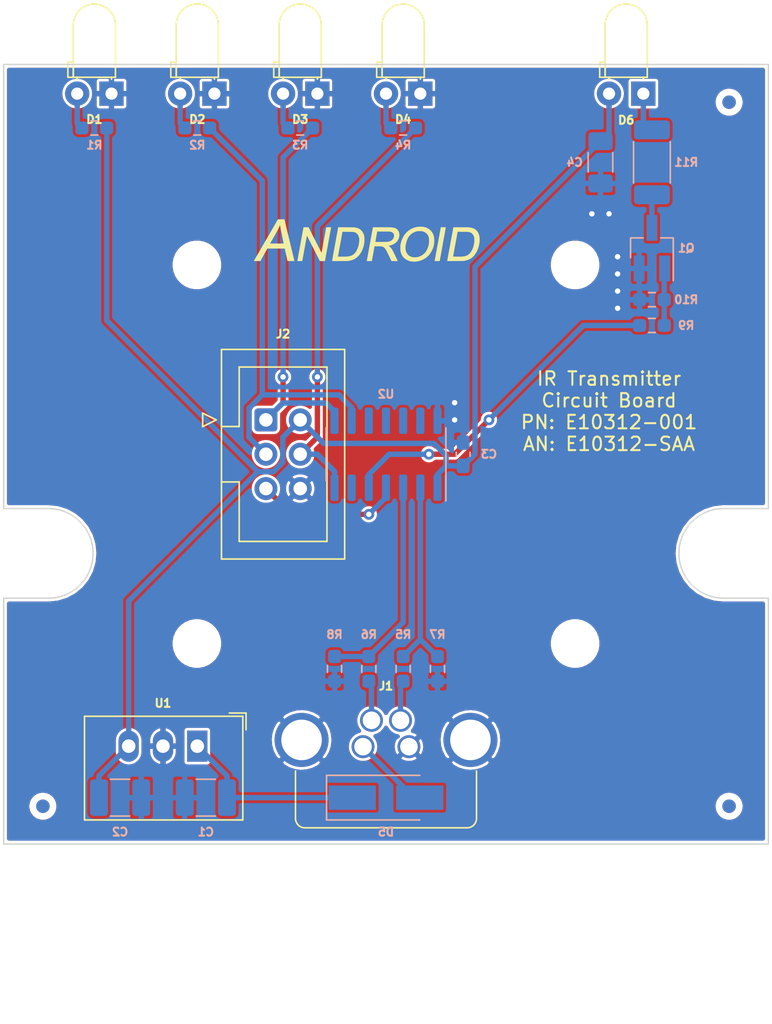
<source format=kicad_pcb>
(kicad_pcb (version 20171130) (host pcbnew "(5.1.7)-1")

  (general
    (thickness 1.6)
    (drawings 16)
    (tracks 109)
    (zones 0)
    (modules 37)
    (nets 26)
  )

  (page A)
  (title_block
    (title "IR Transmitter Circuit Board")
    (date 2021-05-18)
    (company "Android Industries")
    (comment 1 "Designer: C. M. Bulliner")
    (comment 2 "Part Number: E10312-001")
    (comment 3 "Assembly Number: E10312-SAA")
  )

  (layers
    (0 F.Cu signal)
    (31 B.Cu signal)
    (32 B.Adhes user)
    (33 F.Adhes user)
    (34 B.Paste user)
    (35 F.Paste user hide)
    (36 B.SilkS user)
    (37 F.SilkS user)
    (38 B.Mask user)
    (39 F.Mask user)
    (40 Dwgs.User user hide)
    (41 Cmts.User user)
    (42 Eco1.User user)
    (43 Eco2.User user)
    (44 Edge.Cuts user)
    (45 Margin user)
    (46 B.CrtYd user)
    (47 F.CrtYd user)
    (48 B.Fab user)
    (49 F.Fab user)
  )

  (setup
    (last_trace_width 0.4)
    (user_trace_width 1)
    (trace_clearance 0.2)
    (zone_clearance 0.2)
    (zone_45_only no)
    (trace_min 0.1524)
    (via_size 0.8)
    (via_drill 0.4)
    (via_min_size 0.6858)
    (via_min_drill 0.3302)
    (user_via 0.6858 0.3302)
    (user_via 0.6858 0.3302)
    (uvia_size 254)
    (uvia_drill 127)
    (uvias_allowed no)
    (uvia_min_size 0)
    (uvia_min_drill 0)
    (edge_width 0.1)
    (segment_width 0.2)
    (pcb_text_width 0.3)
    (pcb_text_size 1.5 1.5)
    (mod_edge_width 0.15)
    (mod_text_size 0.6 0.6)
    (mod_text_width 0.15)
    (pad_size 4 4)
    (pad_drill 3)
    (pad_to_mask_clearance 0)
    (aux_axis_origin 139.7 107.95)
    (grid_origin 139.7 107.95)
    (visible_elements 7FFDFF7F)
    (pcbplotparams
      (layerselection 0x010f0_ffffffff)
      (usegerberextensions true)
      (usegerberattributes true)
      (usegerberadvancedattributes false)
      (creategerberjobfile false)
      (excludeedgelayer true)
      (linewidth 0.100000)
      (plotframeref false)
      (viasonmask false)
      (mode 1)
      (useauxorigin false)
      (hpglpennumber 1)
      (hpglpenspeed 20)
      (hpglpendiameter 15.000000)
      (psnegative false)
      (psa4output false)
      (plotreference true)
      (plotvalue true)
      (plotinvisibletext false)
      (padsonsilk false)
      (subtractmaskfromsilk true)
      (outputformat 1)
      (mirror false)
      (drillshape 0)
      (scaleselection 1)
      (outputdirectory "../F - CAM Data (STEPs DWGs)/"))
  )

  (net 0 "")
  (net 1 /~RESET)
  (net 2 GND)
  (net 3 +24V)
  (net 4 +5V)
  (net 5 /STATUS)
  (net 6 "Net-(D1-Pad2)")
  (net 7 "Net-(D2-Pad2)")
  (net 8 "Net-(D3-Pad2)")
  (net 9 "Net-(D4-Pad2)")
  (net 10 "Net-(J1-Pad4)")
  (net 11 "Net-(J1-Pad2)")
  (net 12 /OUT2)
  (net 13 /OUT1)
  (net 14 "Net-(D5-Pad2)")
  (net 15 "Net-(D6-Pad1)")
  (net 16 "Net-(Q1-Pad1)")
  (net 17 /IN1)
  (net 18 /IN2)
  (net 19 /TXIR)
  (net 20 "Net-(Q1-Pad3)")
  (net 21 "Net-(U2-Pad13)")
  (net 22 "Net-(U2-Pad12)")
  (net 23 "Net-(U2-Pad11)")
  (net 24 "Net-(U2-Pad10)")
  (net 25 "Net-(U2-Pad6)")

  (net_class Default "This is the default net class."
    (clearance 0.2)
    (trace_width 0.4)
    (via_dia 0.8)
    (via_drill 0.4)
    (uvia_dia 254)
    (uvia_drill 127)
    (add_net +24V)
    (add_net +5V)
    (add_net /IN1)
    (add_net /IN2)
    (add_net /OUT1)
    (add_net /OUT2)
    (add_net /STATUS)
    (add_net /TXIR)
    (add_net /~RESET)
    (add_net GND)
    (add_net "Net-(D1-Pad2)")
    (add_net "Net-(D2-Pad2)")
    (add_net "Net-(D3-Pad2)")
    (add_net "Net-(D4-Pad2)")
    (add_net "Net-(D5-Pad2)")
    (add_net "Net-(D6-Pad1)")
    (add_net "Net-(J1-Pad2)")
    (add_net "Net-(J1-Pad4)")
    (add_net "Net-(Q1-Pad1)")
    (add_net "Net-(Q1-Pad3)")
    (add_net "Net-(U2-Pad10)")
    (add_net "Net-(U2-Pad11)")
    (add_net "Net-(U2-Pad12)")
    (add_net "Net-(U2-Pad13)")
    (add_net "Net-(U2-Pad6)")
  )

  (module Resistor_SMD:R_2010_5025Metric_Pad1.40x2.65mm_HandSolder (layer B.Cu) (tedit 5F68FEEE) (tstamp 6079ECF3)
    (at 159.385 86.36 270)
    (descr "Resistor SMD 2010 (5025 Metric), square (rectangular) end terminal, IPC_7351 nominal with elongated pad for handsoldering. (Body size source: IPC-SM-782 page 72, https://www.pcb-3d.com/wordpress/wp-content/uploads/ipc-sm-782a_amendment_1_and_2.pdf), generated with kicad-footprint-generator")
    (tags "resistor handsolder")
    (path /607CB4B9)
    (attr smd)
    (fp_text reference R11 (at 0 -2.54 180) (layer B.SilkS)
      (effects (font (size 0.6 0.6) (thickness 0.15)) (justify mirror))
    )
    (fp_text value 36.5 (at 0 -2.28 90) (layer B.Fab)
      (effects (font (size 1 1) (thickness 0.15)) (justify mirror))
    )
    (fp_line (start -2.5 -1.25) (end -2.5 1.25) (layer B.Fab) (width 0.1))
    (fp_line (start -2.5 1.25) (end 2.5 1.25) (layer B.Fab) (width 0.1))
    (fp_line (start 2.5 1.25) (end 2.5 -1.25) (layer B.Fab) (width 0.1))
    (fp_line (start 2.5 -1.25) (end -2.5 -1.25) (layer B.Fab) (width 0.1))
    (fp_line (start -1.527064 1.36) (end 1.527064 1.36) (layer B.SilkS) (width 0.12))
    (fp_line (start -1.527064 -1.36) (end 1.527064 -1.36) (layer B.SilkS) (width 0.12))
    (fp_line (start -3.35 -1.58) (end -3.35 1.58) (layer B.CrtYd) (width 0.05))
    (fp_line (start -3.35 1.58) (end 3.35 1.58) (layer B.CrtYd) (width 0.05))
    (fp_line (start 3.35 1.58) (end 3.35 -1.58) (layer B.CrtYd) (width 0.05))
    (fp_line (start 3.35 -1.58) (end -3.35 -1.58) (layer B.CrtYd) (width 0.05))
    (fp_text user %R (at 0 0 90) (layer B.Fab)
      (effects (font (size 0.6 0.6) (thickness 0.15)) (justify mirror))
    )
    (pad 2 smd roundrect (at 2.4 0 270) (size 1.4 2.65) (layers B.Cu B.Paste B.Mask) (roundrect_rratio 0.1785707142857143)
      (net 20 "Net-(Q1-Pad3)"))
    (pad 1 smd roundrect (at -2.4 0 270) (size 1.4 2.65) (layers B.Cu B.Paste B.Mask) (roundrect_rratio 0.1785707142857143)
      (net 15 "Net-(D6-Pad1)"))
    (model ${KISYS3DMOD}/Resistor_SMD.3dshapes/R_2010_5025Metric.wrl
      (at (xyz 0 0 0))
      (scale (xyz 1 1 1))
      (rotate (xyz 0 0 0))
    )
  )

  (module Resistor_SMD:R_0603_1608Metric_Pad0.98x0.95mm_HandSolder (layer B.Cu) (tedit 5F68FEEE) (tstamp 6079ECE2)
    (at 159.385 96.52 180)
    (descr "Resistor SMD 0603 (1608 Metric), square (rectangular) end terminal, IPC_7351 nominal with elongated pad for handsoldering. (Body size source: IPC-SM-782 page 72, https://www.pcb-3d.com/wordpress/wp-content/uploads/ipc-sm-782a_amendment_1_and_2.pdf), generated with kicad-footprint-generator")
    (tags "resistor handsolder")
    (path /607CF408)
    (attr smd)
    (fp_text reference R10 (at -2.54 0) (layer B.SilkS)
      (effects (font (size 0.6 0.6) (thickness 0.15)) (justify mirror))
    )
    (fp_text value 10K (at 0 -1.43) (layer B.Fab)
      (effects (font (size 1 1) (thickness 0.15)) (justify mirror))
    )
    (fp_line (start -0.8 -0.4125) (end -0.8 0.4125) (layer B.Fab) (width 0.1))
    (fp_line (start -0.8 0.4125) (end 0.8 0.4125) (layer B.Fab) (width 0.1))
    (fp_line (start 0.8 0.4125) (end 0.8 -0.4125) (layer B.Fab) (width 0.1))
    (fp_line (start 0.8 -0.4125) (end -0.8 -0.4125) (layer B.Fab) (width 0.1))
    (fp_line (start -0.254724 0.5225) (end 0.254724 0.5225) (layer B.SilkS) (width 0.12))
    (fp_line (start -0.254724 -0.5225) (end 0.254724 -0.5225) (layer B.SilkS) (width 0.12))
    (fp_line (start -1.65 -0.73) (end -1.65 0.73) (layer B.CrtYd) (width 0.05))
    (fp_line (start -1.65 0.73) (end 1.65 0.73) (layer B.CrtYd) (width 0.05))
    (fp_line (start 1.65 0.73) (end 1.65 -0.73) (layer B.CrtYd) (width 0.05))
    (fp_line (start 1.65 -0.73) (end -1.65 -0.73) (layer B.CrtYd) (width 0.05))
    (fp_text user %R (at 0 0) (layer B.Fab)
      (effects (font (size 0.6 0.6) (thickness 0.06)) (justify mirror))
    )
    (pad 2 smd roundrect (at 0.9125 0 180) (size 0.975 0.95) (layers B.Cu B.Paste B.Mask) (roundrect_rratio 0.25)
      (net 2 GND))
    (pad 1 smd roundrect (at -0.9125 0 180) (size 0.975 0.95) (layers B.Cu B.Paste B.Mask) (roundrect_rratio 0.25)
      (net 16 "Net-(Q1-Pad1)"))
    (model ${KISYS3DMOD}/Resistor_SMD.3dshapes/R_0603_1608Metric.wrl
      (at (xyz 0 0 0))
      (scale (xyz 1 1 1))
      (rotate (xyz 0 0 0))
    )
  )

  (module Resistor_SMD:R_0603_1608Metric_Pad0.98x0.95mm_HandSolder (layer B.Cu) (tedit 5F68FEEE) (tstamp 6079ECD1)
    (at 159.385 98.425 180)
    (descr "Resistor SMD 0603 (1608 Metric), square (rectangular) end terminal, IPC_7351 nominal with elongated pad for handsoldering. (Body size source: IPC-SM-782 page 72, https://www.pcb-3d.com/wordpress/wp-content/uploads/ipc-sm-782a_amendment_1_and_2.pdf), generated with kicad-footprint-generator")
    (tags "resistor handsolder")
    (path /607CFDB7)
    (attr smd)
    (fp_text reference R9 (at -2.54 0) (layer B.SilkS)
      (effects (font (size 0.6 0.6) (thickness 0.15)) (justify mirror))
    )
    (fp_text value 100 (at 0 -1.43) (layer B.Fab)
      (effects (font (size 1 1) (thickness 0.15)) (justify mirror))
    )
    (fp_line (start -0.8 -0.4125) (end -0.8 0.4125) (layer B.Fab) (width 0.1))
    (fp_line (start -0.8 0.4125) (end 0.8 0.4125) (layer B.Fab) (width 0.1))
    (fp_line (start 0.8 0.4125) (end 0.8 -0.4125) (layer B.Fab) (width 0.1))
    (fp_line (start 0.8 -0.4125) (end -0.8 -0.4125) (layer B.Fab) (width 0.1))
    (fp_line (start -0.254724 0.5225) (end 0.254724 0.5225) (layer B.SilkS) (width 0.12))
    (fp_line (start -0.254724 -0.5225) (end 0.254724 -0.5225) (layer B.SilkS) (width 0.12))
    (fp_line (start -1.65 -0.73) (end -1.65 0.73) (layer B.CrtYd) (width 0.05))
    (fp_line (start -1.65 0.73) (end 1.65 0.73) (layer B.CrtYd) (width 0.05))
    (fp_line (start 1.65 0.73) (end 1.65 -0.73) (layer B.CrtYd) (width 0.05))
    (fp_line (start 1.65 -0.73) (end -1.65 -0.73) (layer B.CrtYd) (width 0.05))
    (fp_text user %R (at 0 0) (layer B.Fab)
      (effects (font (size 0.6 0.6) (thickness 0.06)) (justify mirror))
    )
    (pad 2 smd roundrect (at 0.9125 0 180) (size 0.975 0.95) (layers B.Cu B.Paste B.Mask) (roundrect_rratio 0.25)
      (net 19 /TXIR))
    (pad 1 smd roundrect (at -0.9125 0 180) (size 0.975 0.95) (layers B.Cu B.Paste B.Mask) (roundrect_rratio 0.25)
      (net 16 "Net-(Q1-Pad1)"))
    (model ${KISYS3DMOD}/Resistor_SMD.3dshapes/R_0603_1608Metric.wrl
      (at (xyz 0 0 0))
      (scale (xyz 1 1 1))
      (rotate (xyz 0 0 0))
    )
  )

  (module Resistor_SMD:R_0603_1608Metric_Pad0.98x0.95mm_HandSolder (layer B.Cu) (tedit 5F68FEEE) (tstamp 6079ECC0)
    (at 135.89 123.825 270)
    (descr "Resistor SMD 0603 (1608 Metric), square (rectangular) end terminal, IPC_7351 nominal with elongated pad for handsoldering. (Body size source: IPC-SM-782 page 72, https://www.pcb-3d.com/wordpress/wp-content/uploads/ipc-sm-782a_amendment_1_and_2.pdf), generated with kicad-footprint-generator")
    (tags "resistor handsolder")
    (path /6083BCA6)
    (attr smd)
    (fp_text reference R8 (at -2.54 0 180) (layer B.SilkS)
      (effects (font (size 0.6 0.6) (thickness 0.15)) (justify mirror))
    )
    (fp_text value 2K (at 0 -1.43 90) (layer B.Fab)
      (effects (font (size 1 1) (thickness 0.15)) (justify mirror))
    )
    (fp_line (start -0.8 -0.4125) (end -0.8 0.4125) (layer B.Fab) (width 0.1))
    (fp_line (start -0.8 0.4125) (end 0.8 0.4125) (layer B.Fab) (width 0.1))
    (fp_line (start 0.8 0.4125) (end 0.8 -0.4125) (layer B.Fab) (width 0.1))
    (fp_line (start 0.8 -0.4125) (end -0.8 -0.4125) (layer B.Fab) (width 0.1))
    (fp_line (start -0.254724 0.5225) (end 0.254724 0.5225) (layer B.SilkS) (width 0.12))
    (fp_line (start -0.254724 -0.5225) (end 0.254724 -0.5225) (layer B.SilkS) (width 0.12))
    (fp_line (start -1.65 -0.73) (end -1.65 0.73) (layer B.CrtYd) (width 0.05))
    (fp_line (start -1.65 0.73) (end 1.65 0.73) (layer B.CrtYd) (width 0.05))
    (fp_line (start 1.65 0.73) (end 1.65 -0.73) (layer B.CrtYd) (width 0.05))
    (fp_line (start 1.65 -0.73) (end -1.65 -0.73) (layer B.CrtYd) (width 0.05))
    (fp_text user %R (at 0 0 90) (layer B.Fab)
      (effects (font (size 0.6 0.6) (thickness 0.06)) (justify mirror))
    )
    (pad 2 smd roundrect (at 0.9125 0 270) (size 0.975 0.95) (layers B.Cu B.Paste B.Mask) (roundrect_rratio 0.25)
      (net 2 GND))
    (pad 1 smd roundrect (at -0.9125 0 270) (size 0.975 0.95) (layers B.Cu B.Paste B.Mask) (roundrect_rratio 0.25)
      (net 18 /IN2))
    (model ${KISYS3DMOD}/Resistor_SMD.3dshapes/R_0603_1608Metric.wrl
      (at (xyz 0 0 0))
      (scale (xyz 1 1 1))
      (rotate (xyz 0 0 0))
    )
  )

  (module Resistor_SMD:R_0603_1608Metric_Pad0.98x0.95mm_HandSolder (layer B.Cu) (tedit 5F68FEEE) (tstamp 6079ECAF)
    (at 143.51 123.825 270)
    (descr "Resistor SMD 0603 (1608 Metric), square (rectangular) end terminal, IPC_7351 nominal with elongated pad for handsoldering. (Body size source: IPC-SM-782 page 72, https://www.pcb-3d.com/wordpress/wp-content/uploads/ipc-sm-782a_amendment_1_and_2.pdf), generated with kicad-footprint-generator")
    (tags "resistor handsolder")
    (path /6083B564)
    (attr smd)
    (fp_text reference R7 (at -2.54 0 180) (layer B.SilkS)
      (effects (font (size 0.6 0.6) (thickness 0.15)) (justify mirror))
    )
    (fp_text value 2K (at 0 -1.43 90) (layer B.Fab)
      (effects (font (size 1 1) (thickness 0.15)) (justify mirror))
    )
    (fp_line (start -0.8 -0.4125) (end -0.8 0.4125) (layer B.Fab) (width 0.1))
    (fp_line (start -0.8 0.4125) (end 0.8 0.4125) (layer B.Fab) (width 0.1))
    (fp_line (start 0.8 0.4125) (end 0.8 -0.4125) (layer B.Fab) (width 0.1))
    (fp_line (start 0.8 -0.4125) (end -0.8 -0.4125) (layer B.Fab) (width 0.1))
    (fp_line (start -0.254724 0.5225) (end 0.254724 0.5225) (layer B.SilkS) (width 0.12))
    (fp_line (start -0.254724 -0.5225) (end 0.254724 -0.5225) (layer B.SilkS) (width 0.12))
    (fp_line (start -1.65 -0.73) (end -1.65 0.73) (layer B.CrtYd) (width 0.05))
    (fp_line (start -1.65 0.73) (end 1.65 0.73) (layer B.CrtYd) (width 0.05))
    (fp_line (start 1.65 0.73) (end 1.65 -0.73) (layer B.CrtYd) (width 0.05))
    (fp_line (start 1.65 -0.73) (end -1.65 -0.73) (layer B.CrtYd) (width 0.05))
    (fp_text user %R (at 0 0 90) (layer B.Fab)
      (effects (font (size 0.6 0.6) (thickness 0.06)) (justify mirror))
    )
    (pad 2 smd roundrect (at 0.9125 0 270) (size 0.975 0.95) (layers B.Cu B.Paste B.Mask) (roundrect_rratio 0.25)
      (net 2 GND))
    (pad 1 smd roundrect (at -0.9125 0 270) (size 0.975 0.95) (layers B.Cu B.Paste B.Mask) (roundrect_rratio 0.25)
      (net 17 /IN1))
    (model ${KISYS3DMOD}/Resistor_SMD.3dshapes/R_0603_1608Metric.wrl
      (at (xyz 0 0 0))
      (scale (xyz 1 1 1))
      (rotate (xyz 0 0 0))
    )
  )

  (module Resistor_SMD:R_0603_1608Metric_Pad0.98x0.95mm_HandSolder (layer B.Cu) (tedit 5F68FEEE) (tstamp 6079EC9E)
    (at 138.43 123.825 90)
    (descr "Resistor SMD 0603 (1608 Metric), square (rectangular) end terminal, IPC_7351 nominal with elongated pad for handsoldering. (Body size source: IPC-SM-782 page 72, https://www.pcb-3d.com/wordpress/wp-content/uploads/ipc-sm-782a_amendment_1_and_2.pdf), generated with kicad-footprint-generator")
    (tags "resistor handsolder")
    (path /607B2B6A)
    (attr smd)
    (fp_text reference R6 (at 2.54 0 180) (layer B.SilkS)
      (effects (font (size 0.6 0.6) (thickness 0.15)) (justify mirror))
    )
    (fp_text value 10K (at 0 -1.43 90) (layer B.Fab)
      (effects (font (size 1 1) (thickness 0.15)) (justify mirror))
    )
    (fp_line (start -0.8 -0.4125) (end -0.8 0.4125) (layer B.Fab) (width 0.1))
    (fp_line (start -0.8 0.4125) (end 0.8 0.4125) (layer B.Fab) (width 0.1))
    (fp_line (start 0.8 0.4125) (end 0.8 -0.4125) (layer B.Fab) (width 0.1))
    (fp_line (start 0.8 -0.4125) (end -0.8 -0.4125) (layer B.Fab) (width 0.1))
    (fp_line (start -0.254724 0.5225) (end 0.254724 0.5225) (layer B.SilkS) (width 0.12))
    (fp_line (start -0.254724 -0.5225) (end 0.254724 -0.5225) (layer B.SilkS) (width 0.12))
    (fp_line (start -1.65 -0.73) (end -1.65 0.73) (layer B.CrtYd) (width 0.05))
    (fp_line (start -1.65 0.73) (end 1.65 0.73) (layer B.CrtYd) (width 0.05))
    (fp_line (start 1.65 0.73) (end 1.65 -0.73) (layer B.CrtYd) (width 0.05))
    (fp_line (start 1.65 -0.73) (end -1.65 -0.73) (layer B.CrtYd) (width 0.05))
    (fp_text user %R (at 0 0 90) (layer B.Fab)
      (effects (font (size 0.6 0.6) (thickness 0.06)) (justify mirror))
    )
    (pad 2 smd roundrect (at 0.9125 0 90) (size 0.975 0.95) (layers B.Cu B.Paste B.Mask) (roundrect_rratio 0.25)
      (net 18 /IN2))
    (pad 1 smd roundrect (at -0.9125 0 90) (size 0.975 0.95) (layers B.Cu B.Paste B.Mask) (roundrect_rratio 0.25)
      (net 11 "Net-(J1-Pad2)"))
    (model ${KISYS3DMOD}/Resistor_SMD.3dshapes/R_0603_1608Metric.wrl
      (at (xyz 0 0 0))
      (scale (xyz 1 1 1))
      (rotate (xyz 0 0 0))
    )
  )

  (module Resistor_SMD:R_0603_1608Metric_Pad0.98x0.95mm_HandSolder (layer B.Cu) (tedit 5F68FEEE) (tstamp 6079EC8D)
    (at 140.97 123.825 90)
    (descr "Resistor SMD 0603 (1608 Metric), square (rectangular) end terminal, IPC_7351 nominal with elongated pad for handsoldering. (Body size source: IPC-SM-782 page 72, https://www.pcb-3d.com/wordpress/wp-content/uploads/ipc-sm-782a_amendment_1_and_2.pdf), generated with kicad-footprint-generator")
    (tags "resistor handsolder")
    (path /607BB682)
    (attr smd)
    (fp_text reference R5 (at 2.54 0 180) (layer B.SilkS)
      (effects (font (size 0.6 0.6) (thickness 0.15)) (justify mirror))
    )
    (fp_text value 10K (at 0 -1.43 90) (layer B.Fab)
      (effects (font (size 1 1) (thickness 0.15)) (justify mirror))
    )
    (fp_line (start -0.8 -0.4125) (end -0.8 0.4125) (layer B.Fab) (width 0.1))
    (fp_line (start -0.8 0.4125) (end 0.8 0.4125) (layer B.Fab) (width 0.1))
    (fp_line (start 0.8 0.4125) (end 0.8 -0.4125) (layer B.Fab) (width 0.1))
    (fp_line (start 0.8 -0.4125) (end -0.8 -0.4125) (layer B.Fab) (width 0.1))
    (fp_line (start -0.254724 0.5225) (end 0.254724 0.5225) (layer B.SilkS) (width 0.12))
    (fp_line (start -0.254724 -0.5225) (end 0.254724 -0.5225) (layer B.SilkS) (width 0.12))
    (fp_line (start -1.65 -0.73) (end -1.65 0.73) (layer B.CrtYd) (width 0.05))
    (fp_line (start -1.65 0.73) (end 1.65 0.73) (layer B.CrtYd) (width 0.05))
    (fp_line (start 1.65 0.73) (end 1.65 -0.73) (layer B.CrtYd) (width 0.05))
    (fp_line (start 1.65 -0.73) (end -1.65 -0.73) (layer B.CrtYd) (width 0.05))
    (fp_text user %R (at 0 0 90) (layer B.Fab)
      (effects (font (size 0.6 0.6) (thickness 0.06)) (justify mirror))
    )
    (pad 2 smd roundrect (at 0.9125 0 90) (size 0.975 0.95) (layers B.Cu B.Paste B.Mask) (roundrect_rratio 0.25)
      (net 17 /IN1))
    (pad 1 smd roundrect (at -0.9125 0 90) (size 0.975 0.95) (layers B.Cu B.Paste B.Mask) (roundrect_rratio 0.25)
      (net 10 "Net-(J1-Pad4)"))
    (model ${KISYS3DMOD}/Resistor_SMD.3dshapes/R_0603_1608Metric.wrl
      (at (xyz 0 0 0))
      (scale (xyz 1 1 1))
      (rotate (xyz 0 0 0))
    )
  )

  (module Package_TO_SOT_SMD:SOT-23_Handsoldering (layer B.Cu) (tedit 5A0AB76C) (tstamp 6079EC1C)
    (at 159.385 92.71 90)
    (descr "SOT-23, Handsoldering")
    (tags SOT-23)
    (path /60818EB7)
    (attr smd)
    (fp_text reference Q1 (at 0 2.54 180) (layer B.SilkS)
      (effects (font (size 0.6 0.6) (thickness 0.15)) (justify mirror))
    )
    (fp_text value DMN6140L (at 0 -2.5 90) (layer B.Fab)
      (effects (font (size 1 1) (thickness 0.15)) (justify mirror))
    )
    (fp_line (start 0.76 -1.58) (end 0.76 -0.65) (layer B.SilkS) (width 0.12))
    (fp_line (start 0.76 1.58) (end 0.76 0.65) (layer B.SilkS) (width 0.12))
    (fp_line (start -2.7 1.75) (end 2.7 1.75) (layer B.CrtYd) (width 0.05))
    (fp_line (start 2.7 1.75) (end 2.7 -1.75) (layer B.CrtYd) (width 0.05))
    (fp_line (start 2.7 -1.75) (end -2.7 -1.75) (layer B.CrtYd) (width 0.05))
    (fp_line (start -2.7 -1.75) (end -2.7 1.75) (layer B.CrtYd) (width 0.05))
    (fp_line (start 0.76 1.58) (end -2.4 1.58) (layer B.SilkS) (width 0.12))
    (fp_line (start -0.7 0.95) (end -0.7 -1.5) (layer B.Fab) (width 0.1))
    (fp_line (start -0.15 1.52) (end 0.7 1.52) (layer B.Fab) (width 0.1))
    (fp_line (start -0.7 0.95) (end -0.15 1.52) (layer B.Fab) (width 0.1))
    (fp_line (start 0.7 1.52) (end 0.7 -1.52) (layer B.Fab) (width 0.1))
    (fp_line (start -0.7 -1.52) (end 0.7 -1.52) (layer B.Fab) (width 0.1))
    (fp_line (start 0.76 -1.58) (end -0.7 -1.58) (layer B.SilkS) (width 0.12))
    (fp_text user %R (at 0 0 180) (layer B.Fab)
      (effects (font (size 0.6 0.6) (thickness 0.075)) (justify mirror))
    )
    (pad 3 smd rect (at 1.5 0 90) (size 1.9 0.8) (layers B.Cu B.Paste B.Mask)
      (net 20 "Net-(Q1-Pad3)"))
    (pad 2 smd rect (at -1.5 -0.95 90) (size 1.9 0.8) (layers B.Cu B.Paste B.Mask)
      (net 2 GND))
    (pad 1 smd rect (at -1.5 0.95 90) (size 1.9 0.8) (layers B.Cu B.Paste B.Mask)
      (net 16 "Net-(Q1-Pad1)"))
    (model ${KISYS3DMOD}/Package_TO_SOT_SMD.3dshapes/SOT-23.wrl
      (at (xyz 0 0 0))
      (scale (xyz 1 1 1))
      (rotate (xyz 0 0 0))
    )
  )

  (module LED_THT:LED_D3.0mm_Horizontal_O1.27mm_Z2.0mm (layer F.Cu) (tedit 5880A862) (tstamp 6079EA73)
    (at 158.75 81.28 180)
    (descr "LED, diameter 3.0mm z-position of LED center 2.0mm, 2 pins")
    (tags "LED diameter 3.0mm z-position of LED center 2.0mm 2 pins")
    (path /607CD857)
    (fp_text reference D6 (at 1.27 -1.96) (layer F.SilkS)
      (effects (font (size 0.6 0.6) (thickness 0.15)))
    )
    (fp_text value VSLB3940 (at 1.27 7.63) (layer F.Fab)
      (effects (font (size 1 1) (thickness 0.15)))
    )
    (fp_line (start -0.23 1.27) (end -0.23 5.07) (layer F.Fab) (width 0.1))
    (fp_line (start 2.77 1.27) (end 2.77 5.07) (layer F.Fab) (width 0.1))
    (fp_line (start -0.23 1.27) (end 2.77 1.27) (layer F.Fab) (width 0.1))
    (fp_line (start 3.17 1.27) (end 3.17 2.27) (layer F.Fab) (width 0.1))
    (fp_line (start 3.17 2.27) (end 2.77 2.27) (layer F.Fab) (width 0.1))
    (fp_line (start 2.77 2.27) (end 2.77 1.27) (layer F.Fab) (width 0.1))
    (fp_line (start 2.77 1.27) (end 3.17 1.27) (layer F.Fab) (width 0.1))
    (fp_line (start 0 0) (end 0 1.27) (layer F.Fab) (width 0.1))
    (fp_line (start 0 1.27) (end 0 1.27) (layer F.Fab) (width 0.1))
    (fp_line (start 0 1.27) (end 0 0) (layer F.Fab) (width 0.1))
    (fp_line (start 0 0) (end 0 0) (layer F.Fab) (width 0.1))
    (fp_line (start 2.54 0) (end 2.54 1.27) (layer F.Fab) (width 0.1))
    (fp_line (start 2.54 1.27) (end 2.54 1.27) (layer F.Fab) (width 0.1))
    (fp_line (start 2.54 1.27) (end 2.54 0) (layer F.Fab) (width 0.1))
    (fp_line (start 2.54 0) (end 2.54 0) (layer F.Fab) (width 0.1))
    (fp_line (start -0.29 1.21) (end -0.29 5.07) (layer F.SilkS) (width 0.12))
    (fp_line (start 2.83 1.21) (end 2.83 5.07) (layer F.SilkS) (width 0.12))
    (fp_line (start -0.29 1.21) (end 2.83 1.21) (layer F.SilkS) (width 0.12))
    (fp_line (start 3.23 1.21) (end 3.23 2.33) (layer F.SilkS) (width 0.12))
    (fp_line (start 3.23 2.33) (end 2.83 2.33) (layer F.SilkS) (width 0.12))
    (fp_line (start 2.83 2.33) (end 2.83 1.21) (layer F.SilkS) (width 0.12))
    (fp_line (start 2.83 1.21) (end 3.23 1.21) (layer F.SilkS) (width 0.12))
    (fp_line (start 0 1.08) (end 0 1.21) (layer F.SilkS) (width 0.12))
    (fp_line (start 0 1.21) (end 0 1.21) (layer F.SilkS) (width 0.12))
    (fp_line (start 0 1.21) (end 0 1.08) (layer F.SilkS) (width 0.12))
    (fp_line (start 0 1.08) (end 0 1.08) (layer F.SilkS) (width 0.12))
    (fp_line (start 2.54 1.08) (end 2.54 1.21) (layer F.SilkS) (width 0.12))
    (fp_line (start 2.54 1.21) (end 2.54 1.21) (layer F.SilkS) (width 0.12))
    (fp_line (start 2.54 1.21) (end 2.54 1.08) (layer F.SilkS) (width 0.12))
    (fp_line (start 2.54 1.08) (end 2.54 1.08) (layer F.SilkS) (width 0.12))
    (fp_line (start -1.25 -1.25) (end -1.25 6.9) (layer F.CrtYd) (width 0.05))
    (fp_line (start -1.25 6.9) (end 3.75 6.9) (layer F.CrtYd) (width 0.05))
    (fp_line (start 3.75 6.9) (end 3.75 -1.25) (layer F.CrtYd) (width 0.05))
    (fp_line (start 3.75 -1.25) (end -1.25 -1.25) (layer F.CrtYd) (width 0.05))
    (fp_arc (start 1.27 5.07) (end -0.29 5.07) (angle -180) (layer F.SilkS) (width 0.12))
    (fp_arc (start 1.27 5.07) (end -0.23 5.07) (angle -180) (layer F.Fab) (width 0.1))
    (pad 2 thru_hole circle (at 2.54 0 180) (size 1.8 1.8) (drill 0.9) (layers *.Cu *.Mask)
      (net 4 +5V))
    (pad 1 thru_hole rect (at 0 0 180) (size 1.8 1.8) (drill 0.9) (layers *.Cu *.Mask)
      (net 15 "Net-(D6-Pad1)"))
    (model C:/Innovations/Libraries/Lite-On/LTL-4232N_Horizontal_O1.27mm_Z2.0mm.step
      (offset (xyz 1.27 0 0))
      (scale (xyz 1 1 1))
      (rotate (xyz 0 0 180))
    )
  )

  (module Capacitor_SMD:C_1206_3216Metric_Pad1.33x1.80mm_HandSolder (layer B.Cu) (tedit 5F68FEEF) (tstamp 6079E8D3)
    (at 155.575 86.36 270)
    (descr "Capacitor SMD 1206 (3216 Metric), square (rectangular) end terminal, IPC_7351 nominal with elongated pad for handsoldering. (Body size source: IPC-SM-782 page 76, https://www.pcb-3d.com/wordpress/wp-content/uploads/ipc-sm-782a_amendment_1_and_2.pdf), generated with kicad-footprint-generator")
    (tags "capacitor handsolder")
    (path /607CAEC7)
    (attr smd)
    (fp_text reference C4 (at 0 1.905 180) (layer B.SilkS)
      (effects (font (size 0.6 0.6) (thickness 0.15)) (justify mirror))
    )
    (fp_text value 4.7uF (at 0 -1.85 90) (layer B.Fab)
      (effects (font (size 1 1) (thickness 0.15)) (justify mirror))
    )
    (fp_line (start -1.6 -0.8) (end -1.6 0.8) (layer B.Fab) (width 0.1))
    (fp_line (start -1.6 0.8) (end 1.6 0.8) (layer B.Fab) (width 0.1))
    (fp_line (start 1.6 0.8) (end 1.6 -0.8) (layer B.Fab) (width 0.1))
    (fp_line (start 1.6 -0.8) (end -1.6 -0.8) (layer B.Fab) (width 0.1))
    (fp_line (start -0.711252 0.91) (end 0.711252 0.91) (layer B.SilkS) (width 0.12))
    (fp_line (start -0.711252 -0.91) (end 0.711252 -0.91) (layer B.SilkS) (width 0.12))
    (fp_line (start -2.48 -1.15) (end -2.48 1.15) (layer B.CrtYd) (width 0.05))
    (fp_line (start -2.48 1.15) (end 2.48 1.15) (layer B.CrtYd) (width 0.05))
    (fp_line (start 2.48 1.15) (end 2.48 -1.15) (layer B.CrtYd) (width 0.05))
    (fp_line (start 2.48 -1.15) (end -2.48 -1.15) (layer B.CrtYd) (width 0.05))
    (fp_text user %R (at 0 0 90) (layer B.Fab)
      (effects (font (size 0.6 0.6) (thickness 0.12)) (justify mirror))
    )
    (pad 2 smd roundrect (at 1.5625 0 270) (size 1.325 1.8) (layers B.Cu B.Paste B.Mask) (roundrect_rratio 0.1886777358490566)
      (net 2 GND))
    (pad 1 smd roundrect (at -1.5625 0 270) (size 1.325 1.8) (layers B.Cu B.Paste B.Mask) (roundrect_rratio 0.1886777358490566)
      (net 4 +5V))
    (model ${KISYS3DMOD}/Capacitor_SMD.3dshapes/C_1206_3216Metric.wrl
      (at (xyz 0 0 0))
      (scale (xyz 1 1 1))
      (rotate (xyz 0 0 0))
    )
  )

  (module Package_SO:SOIC-14_3.9x8.7mm_P1.27mm (layer B.Cu) (tedit 5D9F72B1) (tstamp 6079BBEB)
    (at 139.7 107.95 90)
    (descr "SOIC, 14 Pin (JEDEC MS-012AB, https://www.analog.com/media/en/package-pcb-resources/package/pkg_pdf/soic_narrow-r/r_14.pdf), generated with kicad-footprint-generator ipc_gullwing_generator.py")
    (tags "SOIC SO")
    (path /6079CA1B)
    (attr smd)
    (fp_text reference U2 (at 4.445 0 180) (layer B.SilkS)
      (effects (font (size 0.6 0.6) (thickness 0.15)) (justify mirror))
    )
    (fp_text value ATtiny84A-SSU (at 0 -5.28 90) (layer B.Fab)
      (effects (font (size 1 1) (thickness 0.15)) (justify mirror))
    )
    (fp_line (start 3.7 4.58) (end -3.7 4.58) (layer B.CrtYd) (width 0.05))
    (fp_line (start 3.7 -4.58) (end 3.7 4.58) (layer B.CrtYd) (width 0.05))
    (fp_line (start -3.7 -4.58) (end 3.7 -4.58) (layer B.CrtYd) (width 0.05))
    (fp_line (start -3.7 4.58) (end -3.7 -4.58) (layer B.CrtYd) (width 0.05))
    (fp_line (start -1.95 3.35) (end -0.975 4.325) (layer B.Fab) (width 0.1))
    (fp_line (start -1.95 -4.325) (end -1.95 3.35) (layer B.Fab) (width 0.1))
    (fp_line (start 1.95 -4.325) (end -1.95 -4.325) (layer B.Fab) (width 0.1))
    (fp_line (start 1.95 4.325) (end 1.95 -4.325) (layer B.Fab) (width 0.1))
    (fp_line (start -0.975 4.325) (end 1.95 4.325) (layer B.Fab) (width 0.1))
    (fp_line (start 0 4.435) (end -3.45 4.435) (layer B.SilkS) (width 0.12))
    (fp_line (start 0 4.435) (end 1.95 4.435) (layer B.SilkS) (width 0.12))
    (fp_line (start 0 -4.435) (end -1.95 -4.435) (layer B.SilkS) (width 0.12))
    (fp_line (start 0 -4.435) (end 1.95 -4.435) (layer B.SilkS) (width 0.12))
    (fp_text user %R (at 0 0 90) (layer B.Fab)
      (effects (font (size 0.6 0.6) (thickness 0.15)) (justify mirror))
    )
    (pad 14 smd roundrect (at 2.475 3.81 90) (size 1.95 0.6) (layers B.Cu B.Paste B.Mask) (roundrect_rratio 0.25)
      (net 2 GND))
    (pad 13 smd roundrect (at 2.475 2.54 90) (size 1.95 0.6) (layers B.Cu B.Paste B.Mask) (roundrect_rratio 0.25)
      (net 21 "Net-(U2-Pad13)"))
    (pad 12 smd roundrect (at 2.475 1.27 90) (size 1.95 0.6) (layers B.Cu B.Paste B.Mask) (roundrect_rratio 0.25)
      (net 22 "Net-(U2-Pad12)"))
    (pad 11 smd roundrect (at 2.475 0 90) (size 1.95 0.6) (layers B.Cu B.Paste B.Mask) (roundrect_rratio 0.25)
      (net 23 "Net-(U2-Pad11)"))
    (pad 10 smd roundrect (at 2.475 -1.27 90) (size 1.95 0.6) (layers B.Cu B.Paste B.Mask) (roundrect_rratio 0.25)
      (net 24 "Net-(U2-Pad10)"))
    (pad 9 smd roundrect (at 2.475 -2.54 90) (size 1.95 0.6) (layers B.Cu B.Paste B.Mask) (roundrect_rratio 0.25)
      (net 5 /STATUS))
    (pad 8 smd roundrect (at 2.475 -3.81 90) (size 1.95 0.6) (layers B.Cu B.Paste B.Mask) (roundrect_rratio 0.25)
      (net 13 /OUT1))
    (pad 7 smd roundrect (at -2.475 -3.81 90) (size 1.95 0.6) (layers B.Cu B.Paste B.Mask) (roundrect_rratio 0.25)
      (net 12 /OUT2))
    (pad 6 smd roundrect (at -2.475 -2.54 90) (size 1.95 0.6) (layers B.Cu B.Paste B.Mask) (roundrect_rratio 0.25)
      (net 25 "Net-(U2-Pad6)"))
    (pad 5 smd roundrect (at -2.475 -1.27 90) (size 1.95 0.6) (layers B.Cu B.Paste B.Mask) (roundrect_rratio 0.25)
      (net 19 /TXIR))
    (pad 4 smd roundrect (at -2.475 0 90) (size 1.95 0.6) (layers B.Cu B.Paste B.Mask) (roundrect_rratio 0.25)
      (net 1 /~RESET))
    (pad 3 smd roundrect (at -2.475 1.27 90) (size 1.95 0.6) (layers B.Cu B.Paste B.Mask) (roundrect_rratio 0.25)
      (net 18 /IN2))
    (pad 2 smd roundrect (at -2.475 2.54 90) (size 1.95 0.6) (layers B.Cu B.Paste B.Mask) (roundrect_rratio 0.25)
      (net 17 /IN1))
    (pad 1 smd roundrect (at -2.475 3.81 90) (size 1.95 0.6) (layers B.Cu B.Paste B.Mask) (roundrect_rratio 0.25)
      (net 4 +5V))
    (model ${KISYS3DMOD}/Package_SO.3dshapes/SOIC-14_3.9x8.7mm_P1.27mm.wrl
      (at (xyz 0 0 0))
      (scale (xyz 1 1 1))
      (rotate (xyz 0 0 0))
    )
  )

  (module Diode_SMD:D_SMA_Handsoldering (layer B.Cu) (tedit 58643398) (tstamp 607902BF)
    (at 139.7 133.35)
    (descr "Diode SMA (DO-214AC) Handsoldering")
    (tags "Diode SMA (DO-214AC) Handsoldering")
    (path /608D7BAA)
    (attr smd)
    (fp_text reference D5 (at 0 2.54) (layer B.SilkS)
      (effects (font (size 0.6 0.6) (thickness 0.15)) (justify mirror))
    )
    (fp_text value D (at 0 -2.6) (layer B.Fab)
      (effects (font (size 1 1) (thickness 0.15)) (justify mirror))
    )
    (fp_line (start -4.4 1.65) (end 2.5 1.65) (layer B.SilkS) (width 0.12))
    (fp_line (start -4.4 -1.65) (end 2.5 -1.65) (layer B.SilkS) (width 0.12))
    (fp_line (start -0.64944 -0.00102) (end 0.50118 0.79908) (layer B.Fab) (width 0.1))
    (fp_line (start -0.64944 -0.00102) (end 0.50118 -0.75032) (layer B.Fab) (width 0.1))
    (fp_line (start 0.50118 -0.75032) (end 0.50118 0.79908) (layer B.Fab) (width 0.1))
    (fp_line (start -0.64944 0.79908) (end -0.64944 -0.80112) (layer B.Fab) (width 0.1))
    (fp_line (start 0.50118 -0.00102) (end 1.4994 -0.00102) (layer B.Fab) (width 0.1))
    (fp_line (start -0.64944 -0.00102) (end -1.55114 -0.00102) (layer B.Fab) (width 0.1))
    (fp_line (start -4.5 -1.75) (end -4.5 1.75) (layer B.CrtYd) (width 0.05))
    (fp_line (start 4.5 -1.75) (end -4.5 -1.75) (layer B.CrtYd) (width 0.05))
    (fp_line (start 4.5 1.75) (end 4.5 -1.75) (layer B.CrtYd) (width 0.05))
    (fp_line (start -4.5 1.75) (end 4.5 1.75) (layer B.CrtYd) (width 0.05))
    (fp_line (start 2.3 1.5) (end -2.3 1.5) (layer B.Fab) (width 0.1))
    (fp_line (start 2.3 1.5) (end 2.3 -1.5) (layer B.Fab) (width 0.1))
    (fp_line (start -2.3 -1.5) (end -2.3 1.5) (layer B.Fab) (width 0.1))
    (fp_line (start 2.3 -1.5) (end -2.3 -1.5) (layer B.Fab) (width 0.1))
    (fp_line (start -4.4 1.65) (end -4.4 -1.65) (layer B.SilkS) (width 0.12))
    (fp_text user %R (at 0 2.5) (layer B.Fab)
      (effects (font (size 0.6 0.6) (thickness 0.15)) (justify mirror))
    )
    (pad 2 smd rect (at 2.5 0) (size 3.5 1.8) (layers B.Cu B.Paste B.Mask)
      (net 14 "Net-(D5-Pad2)"))
    (pad 1 smd rect (at -2.5 0) (size 3.5 1.8) (layers B.Cu B.Paste B.Mask)
      (net 3 +24V))
    (model ${KISYS3DMOD}/Diode_SMD.3dshapes/D_SMA.wrl
      (at (xyz 0 0 0))
      (scale (xyz 1 1 1))
      (rotate (xyz 0 0 0))
    )
  )

  (module Capacitor_SMD:C_0603_1608Metric_Pad1.08x0.95mm_HandSolder (layer B.Cu) (tedit 5F68FEEF) (tstamp 6078ACB7)
    (at 145.415 107.95 90)
    (descr "Capacitor SMD 0603 (1608 Metric), square (rectangular) end terminal, IPC_7351 nominal with elongated pad for handsoldering. (Body size source: IPC-SM-782 page 76, https://www.pcb-3d.com/wordpress/wp-content/uploads/ipc-sm-782a_amendment_1_and_2.pdf), generated with kicad-footprint-generator")
    (tags "capacitor handsolder")
    (path /607A85BD)
    (attr smd)
    (fp_text reference C3 (at 0 1.905 180) (layer B.SilkS)
      (effects (font (size 0.6 0.6) (thickness 0.15)) (justify mirror))
    )
    (fp_text value 0.1uF (at 0 -1.43 90) (layer B.Fab)
      (effects (font (size 1 1) (thickness 0.15)) (justify mirror))
    )
    (fp_line (start -0.8 -0.4) (end -0.8 0.4) (layer B.Fab) (width 0.1))
    (fp_line (start -0.8 0.4) (end 0.8 0.4) (layer B.Fab) (width 0.1))
    (fp_line (start 0.8 0.4) (end 0.8 -0.4) (layer B.Fab) (width 0.1))
    (fp_line (start 0.8 -0.4) (end -0.8 -0.4) (layer B.Fab) (width 0.1))
    (fp_line (start -0.146267 0.51) (end 0.146267 0.51) (layer B.SilkS) (width 0.12))
    (fp_line (start -0.146267 -0.51) (end 0.146267 -0.51) (layer B.SilkS) (width 0.12))
    (fp_line (start -1.65 -0.73) (end -1.65 0.73) (layer B.CrtYd) (width 0.05))
    (fp_line (start -1.65 0.73) (end 1.65 0.73) (layer B.CrtYd) (width 0.05))
    (fp_line (start 1.65 0.73) (end 1.65 -0.73) (layer B.CrtYd) (width 0.05))
    (fp_line (start 1.65 -0.73) (end -1.65 -0.73) (layer B.CrtYd) (width 0.05))
    (fp_text user %R (at 0 0 90) (layer B.Fab)
      (effects (font (size 0.6 0.6) (thickness 0.06)) (justify mirror))
    )
    (pad 2 smd roundrect (at 0.8625 0 90) (size 1.075 0.95) (layers B.Cu B.Paste B.Mask) (roundrect_rratio 0.25)
      (net 2 GND))
    (pad 1 smd roundrect (at -0.8625 0 90) (size 1.075 0.95) (layers B.Cu B.Paste B.Mask) (roundrect_rratio 0.25)
      (net 4 +5V))
    (model ${KISYS3DMOD}/Capacitor_SMD.3dshapes/C_0603_1608Metric.wrl
      (at (xyz 0 0 0))
      (scale (xyz 1 1 1))
      (rotate (xyz 0 0 0))
    )
  )

  (module Capacitor_SMD:C_1210_3225Metric_Pad1.33x2.70mm_HandSolder (layer B.Cu) (tedit 5F68FEEF) (tstamp 6078AC86)
    (at 126.365 133.35 180)
    (descr "Capacitor SMD 1210 (3225 Metric), square (rectangular) end terminal, IPC_7351 nominal with elongated pad for handsoldering. (Body size source: IPC-SM-782 page 76, https://www.pcb-3d.com/wordpress/wp-content/uploads/ipc-sm-782a_amendment_1_and_2.pdf), generated with kicad-footprint-generator")
    (tags "capacitor handsolder")
    (path /603D3FA6)
    (attr smd)
    (fp_text reference C1 (at 0 -2.54) (layer B.SilkS)
      (effects (font (size 0.6 0.6) (thickness 0.15)) (justify mirror))
    )
    (fp_text value 10uF (at 0 -2.3) (layer B.Fab)
      (effects (font (size 1 1) (thickness 0.15)) (justify mirror))
    )
    (fp_line (start -1.6 -1.25) (end -1.6 1.25) (layer B.Fab) (width 0.1))
    (fp_line (start -1.6 1.25) (end 1.6 1.25) (layer B.Fab) (width 0.1))
    (fp_line (start 1.6 1.25) (end 1.6 -1.25) (layer B.Fab) (width 0.1))
    (fp_line (start 1.6 -1.25) (end -1.6 -1.25) (layer B.Fab) (width 0.1))
    (fp_line (start -0.711252 1.36) (end 0.711252 1.36) (layer B.SilkS) (width 0.12))
    (fp_line (start -0.711252 -1.36) (end 0.711252 -1.36) (layer B.SilkS) (width 0.12))
    (fp_line (start -2.48 -1.6) (end -2.48 1.6) (layer B.CrtYd) (width 0.05))
    (fp_line (start -2.48 1.6) (end 2.48 1.6) (layer B.CrtYd) (width 0.05))
    (fp_line (start 2.48 1.6) (end 2.48 -1.6) (layer B.CrtYd) (width 0.05))
    (fp_line (start 2.48 -1.6) (end -2.48 -1.6) (layer B.CrtYd) (width 0.05))
    (fp_text user %R (at 0 0) (layer B.Fab)
      (effects (font (size 0.6 0.6) (thickness 0.12)) (justify mirror))
    )
    (pad 2 smd roundrect (at 1.5625 0 180) (size 1.325 2.7) (layers B.Cu B.Paste B.Mask) (roundrect_rratio 0.1886777358490566)
      (net 2 GND))
    (pad 1 smd roundrect (at -1.5625 0 180) (size 1.325 2.7) (layers B.Cu B.Paste B.Mask) (roundrect_rratio 0.1886777358490566)
      (net 3 +24V))
    (model ${KISYS3DMOD}/Capacitor_SMD.3dshapes/C_1210_3225Metric.wrl
      (at (xyz 0 0 0))
      (scale (xyz 1 1 1))
      (rotate (xyz 0 0 0))
    )
  )

  (module Resistor_SMD:R_0603_1608Metric_Pad0.98x0.95mm_HandSolder (layer B.Cu) (tedit 5F68FEEE) (tstamp 60789B1C)
    (at 140.97 83.82 180)
    (descr "Resistor SMD 0603 (1608 Metric), square (rectangular) end terminal, IPC_7351 nominal with elongated pad for handsoldering. (Body size source: IPC-SM-782 page 72, https://www.pcb-3d.com/wordpress/wp-content/uploads/ipc-sm-782a_amendment_1_and_2.pdf), generated with kicad-footprint-generator")
    (tags "resistor handsolder")
    (path /607FAA2B)
    (attr smd)
    (fp_text reference R4 (at 0 -1.27) (layer B.SilkS)
      (effects (font (size 0.6 0.6) (thickness 0.15)) (justify mirror))
    )
    (fp_text value 150 (at 0 -1.43) (layer B.Fab)
      (effects (font (size 1 1) (thickness 0.15)) (justify mirror))
    )
    (fp_line (start -0.8 -0.4125) (end -0.8 0.4125) (layer B.Fab) (width 0.1))
    (fp_line (start -0.8 0.4125) (end 0.8 0.4125) (layer B.Fab) (width 0.1))
    (fp_line (start 0.8 0.4125) (end 0.8 -0.4125) (layer B.Fab) (width 0.1))
    (fp_line (start 0.8 -0.4125) (end -0.8 -0.4125) (layer B.Fab) (width 0.1))
    (fp_line (start -0.254724 0.5225) (end 0.254724 0.5225) (layer B.SilkS) (width 0.12))
    (fp_line (start -0.254724 -0.5225) (end 0.254724 -0.5225) (layer B.SilkS) (width 0.12))
    (fp_line (start -1.65 -0.73) (end -1.65 0.73) (layer B.CrtYd) (width 0.05))
    (fp_line (start -1.65 0.73) (end 1.65 0.73) (layer B.CrtYd) (width 0.05))
    (fp_line (start 1.65 0.73) (end 1.65 -0.73) (layer B.CrtYd) (width 0.05))
    (fp_line (start 1.65 -0.73) (end -1.65 -0.73) (layer B.CrtYd) (width 0.05))
    (fp_text user %R (at 0 0) (layer B.Fab)
      (effects (font (size 0.6 0.6) (thickness 0.06)) (justify mirror))
    )
    (pad 2 smd roundrect (at 0.9125 0 180) (size 0.975 0.95) (layers B.Cu B.Paste B.Mask) (roundrect_rratio 0.25)
      (net 9 "Net-(D4-Pad2)"))
    (pad 1 smd roundrect (at -0.9125 0 180) (size 0.975 0.95) (layers B.Cu B.Paste B.Mask) (roundrect_rratio 0.25)
      (net 12 /OUT2))
    (model ${KISYS3DMOD}/Resistor_SMD.3dshapes/R_0603_1608Metric.wrl
      (at (xyz 0 0 0))
      (scale (xyz 1 1 1))
      (rotate (xyz 0 0 0))
    )
  )

  (module Resistor_SMD:R_0603_1608Metric_Pad0.98x0.95mm_HandSolder (layer B.Cu) (tedit 5F68FEEE) (tstamp 60789B0B)
    (at 133.35 83.82 180)
    (descr "Resistor SMD 0603 (1608 Metric), square (rectangular) end terminal, IPC_7351 nominal with elongated pad for handsoldering. (Body size source: IPC-SM-782 page 72, https://www.pcb-3d.com/wordpress/wp-content/uploads/ipc-sm-782a_amendment_1_and_2.pdf), generated with kicad-footprint-generator")
    (tags "resistor handsolder")
    (path /607FA76F)
    (attr smd)
    (fp_text reference R3 (at 0 -1.27) (layer B.SilkS)
      (effects (font (size 0.6 0.6) (thickness 0.15)) (justify mirror))
    )
    (fp_text value 150 (at 0 -1.43) (layer B.Fab)
      (effects (font (size 1 1) (thickness 0.15)) (justify mirror))
    )
    (fp_line (start -0.8 -0.4125) (end -0.8 0.4125) (layer B.Fab) (width 0.1))
    (fp_line (start -0.8 0.4125) (end 0.8 0.4125) (layer B.Fab) (width 0.1))
    (fp_line (start 0.8 0.4125) (end 0.8 -0.4125) (layer B.Fab) (width 0.1))
    (fp_line (start 0.8 -0.4125) (end -0.8 -0.4125) (layer B.Fab) (width 0.1))
    (fp_line (start -0.254724 0.5225) (end 0.254724 0.5225) (layer B.SilkS) (width 0.12))
    (fp_line (start -0.254724 -0.5225) (end 0.254724 -0.5225) (layer B.SilkS) (width 0.12))
    (fp_line (start -1.65 -0.73) (end -1.65 0.73) (layer B.CrtYd) (width 0.05))
    (fp_line (start -1.65 0.73) (end 1.65 0.73) (layer B.CrtYd) (width 0.05))
    (fp_line (start 1.65 0.73) (end 1.65 -0.73) (layer B.CrtYd) (width 0.05))
    (fp_line (start 1.65 -0.73) (end -1.65 -0.73) (layer B.CrtYd) (width 0.05))
    (fp_text user %R (at 0 0) (layer B.Fab)
      (effects (font (size 0.6 0.6) (thickness 0.06)) (justify mirror))
    )
    (pad 2 smd roundrect (at 0.9125 0 180) (size 0.975 0.95) (layers B.Cu B.Paste B.Mask) (roundrect_rratio 0.25)
      (net 8 "Net-(D3-Pad2)"))
    (pad 1 smd roundrect (at -0.9125 0 180) (size 0.975 0.95) (layers B.Cu B.Paste B.Mask) (roundrect_rratio 0.25)
      (net 13 /OUT1))
    (model ${KISYS3DMOD}/Resistor_SMD.3dshapes/R_0603_1608Metric.wrl
      (at (xyz 0 0 0))
      (scale (xyz 1 1 1))
      (rotate (xyz 0 0 0))
    )
  )

  (module LED_THT:LED_D3.0mm_Horizontal_O1.27mm_Z2.0mm (layer F.Cu) (tedit 5880A862) (tstamp 6079EEEB)
    (at 142.24 81.28 180)
    (descr "LED, diameter 3.0mm z-position of LED center 2.0mm, 2 pins")
    (tags "LED diameter 3.0mm z-position of LED center 2.0mm 2 pins")
    (path /607FB97F)
    (fp_text reference D4 (at 1.27 -1.905) (layer F.SilkS)
      (effects (font (size 0.6 0.6) (thickness 0.15)))
    )
    (fp_text value YEL (at 1.27 7.63) (layer F.Fab)
      (effects (font (size 1 1) (thickness 0.15)))
    )
    (fp_line (start -0.23 1.27) (end -0.23 5.07) (layer F.Fab) (width 0.1))
    (fp_line (start 2.77 1.27) (end 2.77 5.07) (layer F.Fab) (width 0.1))
    (fp_line (start -0.23 1.27) (end 2.77 1.27) (layer F.Fab) (width 0.1))
    (fp_line (start 3.17 1.27) (end 3.17 2.27) (layer F.Fab) (width 0.1))
    (fp_line (start 3.17 2.27) (end 2.77 2.27) (layer F.Fab) (width 0.1))
    (fp_line (start 2.77 2.27) (end 2.77 1.27) (layer F.Fab) (width 0.1))
    (fp_line (start 2.77 1.27) (end 3.17 1.27) (layer F.Fab) (width 0.1))
    (fp_line (start 0 0) (end 0 1.27) (layer F.Fab) (width 0.1))
    (fp_line (start 0 1.27) (end 0 1.27) (layer F.Fab) (width 0.1))
    (fp_line (start 0 1.27) (end 0 0) (layer F.Fab) (width 0.1))
    (fp_line (start 0 0) (end 0 0) (layer F.Fab) (width 0.1))
    (fp_line (start 2.54 0) (end 2.54 1.27) (layer F.Fab) (width 0.1))
    (fp_line (start 2.54 1.27) (end 2.54 1.27) (layer F.Fab) (width 0.1))
    (fp_line (start 2.54 1.27) (end 2.54 0) (layer F.Fab) (width 0.1))
    (fp_line (start 2.54 0) (end 2.54 0) (layer F.Fab) (width 0.1))
    (fp_line (start -0.29 1.21) (end -0.29 5.07) (layer F.SilkS) (width 0.12))
    (fp_line (start 2.83 1.21) (end 2.83 5.07) (layer F.SilkS) (width 0.12))
    (fp_line (start -0.29 1.21) (end 2.83 1.21) (layer F.SilkS) (width 0.12))
    (fp_line (start 3.23 1.21) (end 3.23 2.33) (layer F.SilkS) (width 0.12))
    (fp_line (start 3.23 2.33) (end 2.83 2.33) (layer F.SilkS) (width 0.12))
    (fp_line (start 2.83 2.33) (end 2.83 1.21) (layer F.SilkS) (width 0.12))
    (fp_line (start 2.83 1.21) (end 3.23 1.21) (layer F.SilkS) (width 0.12))
    (fp_line (start 0 1.08) (end 0 1.21) (layer F.SilkS) (width 0.12))
    (fp_line (start 0 1.21) (end 0 1.21) (layer F.SilkS) (width 0.12))
    (fp_line (start 0 1.21) (end 0 1.08) (layer F.SilkS) (width 0.12))
    (fp_line (start 0 1.08) (end 0 1.08) (layer F.SilkS) (width 0.12))
    (fp_line (start 2.54 1.08) (end 2.54 1.21) (layer F.SilkS) (width 0.12))
    (fp_line (start 2.54 1.21) (end 2.54 1.21) (layer F.SilkS) (width 0.12))
    (fp_line (start 2.54 1.21) (end 2.54 1.08) (layer F.SilkS) (width 0.12))
    (fp_line (start 2.54 1.08) (end 2.54 1.08) (layer F.SilkS) (width 0.12))
    (fp_line (start -1.25 -1.25) (end -1.25 6.9) (layer F.CrtYd) (width 0.05))
    (fp_line (start -1.25 6.9) (end 3.75 6.9) (layer F.CrtYd) (width 0.05))
    (fp_line (start 3.75 6.9) (end 3.75 -1.25) (layer F.CrtYd) (width 0.05))
    (fp_line (start 3.75 -1.25) (end -1.25 -1.25) (layer F.CrtYd) (width 0.05))
    (fp_arc (start 1.27 5.07) (end -0.29 5.07) (angle -180) (layer F.SilkS) (width 0.12))
    (fp_arc (start 1.27 5.07) (end -0.23 5.07) (angle -180) (layer F.Fab) (width 0.1))
    (pad 2 thru_hole circle (at 2.54 0 180) (size 1.8 1.8) (drill 0.9) (layers *.Cu *.Mask)
      (net 9 "Net-(D4-Pad2)"))
    (pad 1 thru_hole rect (at 0 0 180) (size 1.8 1.8) (drill 0.9) (layers *.Cu *.Mask)
      (net 2 GND))
    (model C:/Innovations/Libraries/Lite-On/LTL-4252N_Horizontal_O1.27mm_Z2.0mm.step
      (offset (xyz 1.27 0 0))
      (scale (xyz 1 1 1))
      (rotate (xyz 0 0 180))
    )
  )

  (module LED_THT:LED_D3.0mm_Horizontal_O1.27mm_Z2.0mm (layer F.Cu) (tedit 5880A862) (tstamp 607899C8)
    (at 134.62 81.28 180)
    (descr "LED, diameter 3.0mm z-position of LED center 2.0mm, 2 pins")
    (tags "LED diameter 3.0mm z-position of LED center 2.0mm 2 pins")
    (path /607FB714)
    (fp_text reference D3 (at 1.27 -1.905) (layer F.SilkS)
      (effects (font (size 0.6 0.6) (thickness 0.15)))
    )
    (fp_text value YEL (at 1.27 7.63) (layer F.Fab)
      (effects (font (size 1 1) (thickness 0.15)))
    )
    (fp_line (start -0.23 1.27) (end -0.23 5.07) (layer F.Fab) (width 0.1))
    (fp_line (start 2.77 1.27) (end 2.77 5.07) (layer F.Fab) (width 0.1))
    (fp_line (start -0.23 1.27) (end 2.77 1.27) (layer F.Fab) (width 0.1))
    (fp_line (start 3.17 1.27) (end 3.17 2.27) (layer F.Fab) (width 0.1))
    (fp_line (start 3.17 2.27) (end 2.77 2.27) (layer F.Fab) (width 0.1))
    (fp_line (start 2.77 2.27) (end 2.77 1.27) (layer F.Fab) (width 0.1))
    (fp_line (start 2.77 1.27) (end 3.17 1.27) (layer F.Fab) (width 0.1))
    (fp_line (start 0 0) (end 0 1.27) (layer F.Fab) (width 0.1))
    (fp_line (start 0 1.27) (end 0 1.27) (layer F.Fab) (width 0.1))
    (fp_line (start 0 1.27) (end 0 0) (layer F.Fab) (width 0.1))
    (fp_line (start 0 0) (end 0 0) (layer F.Fab) (width 0.1))
    (fp_line (start 2.54 0) (end 2.54 1.27) (layer F.Fab) (width 0.1))
    (fp_line (start 2.54 1.27) (end 2.54 1.27) (layer F.Fab) (width 0.1))
    (fp_line (start 2.54 1.27) (end 2.54 0) (layer F.Fab) (width 0.1))
    (fp_line (start 2.54 0) (end 2.54 0) (layer F.Fab) (width 0.1))
    (fp_line (start -0.29 1.21) (end -0.29 5.07) (layer F.SilkS) (width 0.12))
    (fp_line (start 2.83 1.21) (end 2.83 5.07) (layer F.SilkS) (width 0.12))
    (fp_line (start -0.29 1.21) (end 2.83 1.21) (layer F.SilkS) (width 0.12))
    (fp_line (start 3.23 1.21) (end 3.23 2.33) (layer F.SilkS) (width 0.12))
    (fp_line (start 3.23 2.33) (end 2.83 2.33) (layer F.SilkS) (width 0.12))
    (fp_line (start 2.83 2.33) (end 2.83 1.21) (layer F.SilkS) (width 0.12))
    (fp_line (start 2.83 1.21) (end 3.23 1.21) (layer F.SilkS) (width 0.12))
    (fp_line (start 0 1.08) (end 0 1.21) (layer F.SilkS) (width 0.12))
    (fp_line (start 0 1.21) (end 0 1.21) (layer F.SilkS) (width 0.12))
    (fp_line (start 0 1.21) (end 0 1.08) (layer F.SilkS) (width 0.12))
    (fp_line (start 0 1.08) (end 0 1.08) (layer F.SilkS) (width 0.12))
    (fp_line (start 2.54 1.08) (end 2.54 1.21) (layer F.SilkS) (width 0.12))
    (fp_line (start 2.54 1.21) (end 2.54 1.21) (layer F.SilkS) (width 0.12))
    (fp_line (start 2.54 1.21) (end 2.54 1.08) (layer F.SilkS) (width 0.12))
    (fp_line (start 2.54 1.08) (end 2.54 1.08) (layer F.SilkS) (width 0.12))
    (fp_line (start -1.25 -1.25) (end -1.25 6.9) (layer F.CrtYd) (width 0.05))
    (fp_line (start -1.25 6.9) (end 3.75 6.9) (layer F.CrtYd) (width 0.05))
    (fp_line (start 3.75 6.9) (end 3.75 -1.25) (layer F.CrtYd) (width 0.05))
    (fp_line (start 3.75 -1.25) (end -1.25 -1.25) (layer F.CrtYd) (width 0.05))
    (fp_arc (start 1.27 5.07) (end -0.29 5.07) (angle -180) (layer F.SilkS) (width 0.12))
    (fp_arc (start 1.27 5.07) (end -0.23 5.07) (angle -180) (layer F.Fab) (width 0.1))
    (pad 2 thru_hole circle (at 2.54 0 180) (size 1.8 1.8) (drill 0.9) (layers *.Cu *.Mask)
      (net 8 "Net-(D3-Pad2)"))
    (pad 1 thru_hole rect (at 0 0 180) (size 1.8 1.8) (drill 0.9) (layers *.Cu *.Mask)
      (net 2 GND))
    (model C:/Innovations/Libraries/Lite-On/LTL-4252N_Horizontal_O1.27mm_Z2.0mm.step
      (offset (xyz 1.27 0 0))
      (scale (xyz 1 1 1))
      (rotate (xyz 0 0 180))
    )
  )

  (module Capacitor_SMD:C_1210_3225Metric_Pad1.33x2.70mm_HandSolder (layer B.Cu) (tedit 5F68FEEF) (tstamp 607898F3)
    (at 120.015 133.35)
    (descr "Capacitor SMD 1210 (3225 Metric), square (rectangular) end terminal, IPC_7351 nominal with elongated pad for handsoldering. (Body size source: IPC-SM-782 page 76, https://www.pcb-3d.com/wordpress/wp-content/uploads/ipc-sm-782a_amendment_1_and_2.pdf), generated with kicad-footprint-generator")
    (tags "capacitor handsolder")
    (path /603D3394)
    (attr smd)
    (fp_text reference C2 (at 0 2.54) (layer B.SilkS)
      (effects (font (size 0.6 0.6) (thickness 0.15)) (justify mirror))
    )
    (fp_text value 22uF (at 0 -2.3) (layer B.Fab)
      (effects (font (size 1 1) (thickness 0.15)) (justify mirror))
    )
    (fp_line (start -1.6 -1.25) (end -1.6 1.25) (layer B.Fab) (width 0.1))
    (fp_line (start -1.6 1.25) (end 1.6 1.25) (layer B.Fab) (width 0.1))
    (fp_line (start 1.6 1.25) (end 1.6 -1.25) (layer B.Fab) (width 0.1))
    (fp_line (start 1.6 -1.25) (end -1.6 -1.25) (layer B.Fab) (width 0.1))
    (fp_line (start -0.711252 1.36) (end 0.711252 1.36) (layer B.SilkS) (width 0.12))
    (fp_line (start -0.711252 -1.36) (end 0.711252 -1.36) (layer B.SilkS) (width 0.12))
    (fp_line (start -2.48 -1.6) (end -2.48 1.6) (layer B.CrtYd) (width 0.05))
    (fp_line (start -2.48 1.6) (end 2.48 1.6) (layer B.CrtYd) (width 0.05))
    (fp_line (start 2.48 1.6) (end 2.48 -1.6) (layer B.CrtYd) (width 0.05))
    (fp_line (start 2.48 -1.6) (end -2.48 -1.6) (layer B.CrtYd) (width 0.05))
    (fp_text user %R (at 0 0) (layer B.Fab)
      (effects (font (size 0.6 0.6) (thickness 0.12)) (justify mirror))
    )
    (pad 2 smd roundrect (at 1.5625 0) (size 1.325 2.7) (layers B.Cu B.Paste B.Mask) (roundrect_rratio 0.1886777358490566)
      (net 2 GND))
    (pad 1 smd roundrect (at -1.5625 0) (size 1.325 2.7) (layers B.Cu B.Paste B.Mask) (roundrect_rratio 0.1886777358490566)
      (net 4 +5V))
    (model ${KISYS3DMOD}/Capacitor_SMD.3dshapes/C_1210_3225Metric.wrl
      (at (xyz 0 0 0))
      (scale (xyz 1 1 1))
      (rotate (xyz 0 0 0))
    )
  )

  (module Symbol_Android-Logo:Android-Logo_7.5mm (layer F.Cu) (tedit 605E3858) (tstamp 605F7174)
    (at 139.7 92.075)
    (descr "Android Logo")
    (path /607DD4BE)
    (fp_text reference G1 (at 0 0) (layer F.SilkS) hide
      (effects (font (size 0.6 0.6) (thickness 0.3)))
    )
    (fp_text value Android-Logo (at 0.75 0) (layer F.SilkS) hide
      (effects (font (size 1.524 1.524) (thickness 0.3)))
    )
    (fp_poly (pts (xy 7.019714 0.729708) (xy 7.030336 0.736788) (xy 7.046013 0.749666) (xy 7.067939 0.769198)
      (xy 7.097306 0.796236) (xy 7.114011 0.811772) (xy 7.148314 0.842983) (xy 7.175152 0.865787)
      (xy 7.194164 0.879896) (xy 7.204987 0.885021) (xy 7.206086 0.884955) (xy 7.217429 0.888561)
      (xy 7.230636 0.903961) (xy 7.231455 0.905221) (xy 7.241925 0.931278) (xy 7.240061 0.958231)
      (xy 7.228344 0.983213) (xy 7.222321 0.994828) (xy 7.221537 1.000654) (xy 7.228564 1.000486)
      (xy 7.243716 0.997219) (xy 7.255382 0.994) (xy 7.298656 0.985736) (xy 7.351516 0.983455)
      (xy 7.412316 0.987209) (xy 7.424631 0.988609) (xy 7.459107 0.993951) (xy 7.48439 1.001099)
      (xy 7.50398 1.011408) (xy 7.521108 1.025965) (xy 7.530637 1.032696) (xy 7.542615 1.033123)
      (xy 7.555336 1.030008) (xy 7.585963 1.022567) (xy 7.615973 1.018805) (xy 7.647659 1.018918)
      (xy 7.683314 1.023105) (xy 7.725233 1.031563) (xy 7.775708 1.04449) (xy 7.799119 1.051046)
      (xy 7.843045 1.06261) (xy 7.878756 1.06967) (xy 7.90966 1.072834) (xy 7.92293 1.07315)
      (xy 7.947483 1.07355) (xy 7.963668 1.075656) (xy 7.975809 1.080821) (xy 7.988234 1.0904)
      (xy 7.99376 1.095326) (xy 8.009163 1.111194) (xy 8.015477 1.123767) (xy 8.015397 1.132725)
      (xy 8.016704 1.148919) (xy 8.023482 1.164726) (xy 8.028892 1.174512) (xy 8.031285 1.18499)
      (xy 8.030817 1.199746) (xy 8.027639 1.222369) (xy 8.026299 1.230515) (xy 8.017498 1.273881)
      (xy 8.005413 1.315886) (xy 7.989137 1.358563) (xy 7.967762 1.403944) (xy 7.940379 1.454061)
      (xy 7.906082 1.510945) (xy 7.888782 1.538304) (xy 7.876731 1.557549) (xy 7.868735 1.572636)
      (xy 7.863809 1.587181) (xy 7.860967 1.604801) (xy 7.859225 1.629111) (xy 7.858201 1.650531)
      (xy 7.850983 1.740975) (xy 7.838048 1.825091) (xy 7.819725 1.901873) (xy 7.796344 1.970312)
      (xy 7.768232 2.029403) (xy 7.735721 2.078138) (xy 7.70897 2.106991) (xy 7.691412 2.120084)
      (xy 7.66851 2.133232) (xy 7.644595 2.144332) (xy 7.623996 2.151283) (xy 7.615038 2.152587)
      (xy 7.601975 2.156998) (xy 7.596639 2.163762) (xy 7.591691 2.176377) (xy 7.584045 2.194492)
      (xy 7.581285 2.200809) (xy 7.573272 2.216845) (xy 7.565663 2.223769) (xy 7.554585 2.22443)
      (xy 7.54999 2.223831) (xy 7.538976 2.223379) (xy 7.528976 2.226878) (xy 7.517167 2.236119)
      (xy 7.500725 2.252895) (xy 7.495795 2.258221) (xy 7.478538 2.277594) (xy 7.468749 2.290951)
      (xy 7.464882 2.301226) (xy 7.465392 2.311353) (xy 7.466112 2.314575) (xy 7.468734 2.332585)
      (xy 7.469913 2.355822) (xy 7.469839 2.365641) (xy 7.46897 2.379392) (xy 7.466648 2.3925)
      (xy 7.462003 2.407172) (xy 7.454164 2.425615) (xy 7.442261 2.450035) (xy 7.425422 2.482639)
      (xy 7.418437 2.495946) (xy 7.407867 2.516718) (xy 7.399445 2.534494) (xy 7.395687 2.543571)
      (xy 7.390143 2.556249) (xy 7.380814 2.574424) (xy 7.375585 2.583861) (xy 7.366363 2.601493)
      (xy 7.360609 2.615257) (xy 7.35965 2.61958) (xy 7.354159 2.626165) (xy 7.341174 2.631007)
      (xy 7.331131 2.634562) (xy 7.32238 2.642311) (xy 7.31301 2.656673) (xy 7.301106 2.68007)
      (xy 7.299136 2.684188) (xy 7.280869 2.72042) (xy 7.264784 2.746845) (xy 7.249115 2.765729)
      (xy 7.232097 2.779336) (xy 7.2194 2.786461) (xy 7.202492 2.796233) (xy 7.194159 2.806338)
      (xy 7.190935 2.821136) (xy 7.190817 2.822399) (xy 7.185141 2.845398) (xy 7.173061 2.873123)
      (xy 7.156846 2.901027) (xy 7.141073 2.921992) (xy 7.117854 2.94287) (xy 7.086515 2.963201)
      (xy 7.051448 2.980271) (xy 7.039152 2.984958) (xy 7.021032 2.99272) (xy 7.008929 3.000552)
      (xy 7.00606 3.004625) (xy 7.001102 3.034687) (xy 6.995325 3.05562) (xy 6.987559 3.070988)
      (xy 6.981846 3.078566) (xy 6.972084 3.093023) (xy 6.972173 3.102242) (xy 6.973306 3.103616)
      (xy 6.975326 3.112139) (xy 6.968273 3.126255) (xy 6.964494 3.1316) (xy 6.953809 3.149242)
      (xy 6.942254 3.17308) (xy 6.934528 3.192152) (xy 6.926148 3.212728) (xy 6.918273 3.228)
      (xy 6.912904 3.234418) (xy 6.91196 3.239951) (xy 6.920377 3.250266) (xy 6.922489 3.25219)
      (xy 6.935692 3.266212) (xy 6.946886 3.281974) (xy 6.952916 3.294851) (xy 6.95325 3.297263)
      (xy 6.949392 3.303001) (xy 6.939621 3.31473) (xy 6.933636 3.321493) (xy 6.91936 3.339348)
      (xy 6.906826 3.358479) (xy 6.897665 3.375887) (xy 6.893508 3.388572) (xy 6.894659 3.393184)
      (xy 6.902163 3.395071) (xy 6.918534 3.398081) (xy 6.940051 3.401633) (xy 6.962996 3.405146)
      (xy 6.98365 3.408039) (xy 6.998292 3.409733) (xy 7.002037 3.40995) (xy 7.00039 3.413348)
      (xy 6.992042 3.421062) (xy 6.978627 3.432175) (xy 6.993686 3.464356) (xy 7.004828 3.484848)
      (xy 7.016112 3.496588) (xy 7.030209 3.502912) (xy 7.051675 3.509287) (xy 7.01675 3.519606)
      (xy 6.977857 3.530169) (xy 6.946056 3.536354) (xy 6.916795 3.538863) (xy 6.892925 3.538724)
      (xy 6.86977 3.537118) (xy 6.84153 3.534041) (xy 6.810948 3.529934) (xy 6.780768 3.525237)
      (xy 6.753735 3.520392) (xy 6.732593 3.515838) (xy 6.720086 3.512016) (xy 6.717999 3.510641)
      (xy 6.710696 3.509886) (xy 6.695416 3.513325) (xy 6.680701 3.518293) (xy 6.661882 3.52477)
      (xy 6.648337 3.528176) (xy 6.643841 3.528108) (xy 6.64482 3.521367) (xy 6.650977 3.510547)
      (xy 6.659716 3.495594) (xy 6.65925 3.487947) (xy 6.651824 3.48615) (xy 6.645394 3.481884)
      (xy 6.646031 3.476942) (xy 6.645491 3.47167) (xy 6.637448 3.468375) (xy 6.619734 3.466393)
      (xy 6.609654 3.465829) (xy 6.569743 3.463925) (xy 6.599456 3.448698) (xy 6.616835 3.438977)
      (xy 6.624995 3.431181) (xy 6.626413 3.422287) (xy 6.625473 3.416948) (xy 6.617205 3.382373)
      (xy 6.609456 3.355949) (xy 6.600883 3.333263) (xy 6.597793 3.32618) (xy 6.585529 3.298825)
      (xy 6.607962 3.275822) (xy 6.621047 3.261736) (xy 6.626658 3.251557) (xy 6.626254 3.240163)
      (xy 6.622248 3.225629) (xy 6.611055 3.201788) (xy 6.593301 3.186166) (xy 6.576008 3.170314)
      (xy 6.558557 3.144127) (xy 6.542156 3.109896) (xy 6.528011 3.069911) (xy 6.523414 3.053435)
      (xy 6.517663 3.028455) (xy 6.515723 3.008904) (xy 6.517422 2.988407) (xy 6.521126 2.967861)
      (xy 6.525002 2.947278) (xy 6.527408 2.929662) (xy 6.528123 2.912716) (xy 6.526927 2.894141)
      (xy 6.523598 2.871639) (xy 6.517917 2.842911) (xy 6.509664 2.805659) (xy 6.502622 2.77495)
      (xy 6.490999 2.720444) (xy 6.48114 2.666199) (xy 6.473774 2.616512) (xy 6.470293 2.58445)
      (xy 6.462154 2.505477) (xy 6.451797 2.43338) (xy 6.439465 2.369073) (xy 6.4254 2.31347)
      (xy 6.409846 2.267485) (xy 6.393045 2.232033) (xy 6.37524 2.208028) (xy 6.368797 2.202485)
      (xy 6.35399 2.195706) (xy 6.328996 2.188864) (xy 6.296305 2.182612) (xy 6.288498 2.181406)
      (xy 6.247984 2.174178) (xy 6.21046 2.164529) (xy 6.174592 2.151619) (xy 6.139048 2.134608)
      (xy 6.102495 2.112656) (xy 6.0636 2.084923) (xy 6.021029 2.050567) (xy 5.97345 2.00875)
      (xy 5.919531 1.958629) (xy 5.889335 1.929768) (xy 5.855727 1.897628) (xy 5.823879 1.867568)
      (xy 5.795306 1.840986) (xy 5.771524 1.819283) (xy 5.754047 1.803859) (xy 5.745322 1.796758)
      (xy 5.72167 1.779612) (xy 5.798578 1.775022) (xy 5.833953 1.772287) (xy 5.866364 1.768162)
      (xy 5.899681 1.76194) (xy 5.937772 1.752913) (xy 5.977805 1.742227) (xy 6.029415 1.727876)
      (xy 6.071533 1.715706) (xy 6.106945 1.704666) (xy 6.13844 1.693703) (xy 6.168808 1.681768)
      (xy 6.200836 1.667809) (xy 6.237314 1.650775) (xy 6.281028 1.629616) (xy 6.296025 1.62228)
      (xy 6.429375 1.556966) (xy 6.543675 1.453123) (xy 6.599732 1.400941) (xy 6.645452 1.355626)
      (xy 6.681042 1.316966) (xy 6.701238 1.292178) (xy 6.728446 1.255276) (xy 6.757914 1.213602)
      (xy 6.788288 1.169229) (xy 6.818211 1.124233) (xy 6.846328 1.080689) (xy 6.871284 1.040671)
      (xy 6.891722 1.006254) (xy 6.906288 0.979514) (xy 6.908637 0.974725) (xy 6.918651 0.952581)
      (xy 6.931921 0.921658) (xy 6.94719 0.885045) (xy 6.9632 0.845834) (xy 6.978696 0.807114)
      (xy 6.992419 0.771978) (xy 7.003113 0.743516) (xy 7.006244 0.734738) (xy 7.008862 0.729537)
      (xy 7.012954 0.727576) (xy 7.019714 0.729708)) (layer F.Mask) (width 0.01))
    (fp_poly (pts (xy 7.117386 3.293415) (xy 7.126401 3.298528) (xy 7.136319 3.30036) (xy 7.151762 3.303993)
      (xy 7.159509 3.308254) (xy 7.169397 3.323416) (xy 7.172796 3.343167) (xy 7.169218 3.359022)
      (xy 7.153382 3.377998) (xy 7.129249 3.394903) (xy 7.101203 3.40702) (xy 7.085994 3.410611)
      (xy 7.065023 3.414288) (xy 7.047863 3.41792) (xy 7.042536 3.419352) (xy 7.034382 3.419315)
      (xy 7.027801 3.411487) (xy 7.021149 3.394785) (xy 7.011508 3.36649) (xy 7.033674 3.340595)
      (xy 7.048196 3.325964) (xy 7.061353 3.316575) (xy 7.067188 3.3147) (xy 7.079773 3.310938)
      (xy 7.094909 3.301807) (xy 7.095893 3.301047) (xy 7.108699 3.293327) (xy 7.11685 3.29284)
      (xy 7.117386 3.293415)) (layer F.Mask) (width 0.01))
    (fp_poly (pts (xy 7.535648 -3.252483) (xy 7.552363 -3.246372) (xy 7.576796 -3.235378) (xy 7.6073 -3.220993)
      (xy 7.674471 -3.18897) (xy 7.739372 -3.157516) (xy 7.800904 -3.127198) (xy 7.857968 -3.098581)
      (xy 7.909465 -3.072229) (xy 7.954296 -3.048707) (xy 7.991363 -3.02858) (xy 8.019567 -3.012414)
      (xy 8.037809 -3.000773) (xy 8.042275 -2.997336) (xy 8.056363 -2.987321) (xy 8.066067 -2.982479)
      (xy 8.076027 -2.97725) (xy 8.093327 -2.966559) (xy 8.114958 -2.9523) (xy 8.125596 -2.94502)
      (xy 8.14865 -2.929204) (xy 8.169117 -2.915432) (xy 8.183783 -2.905855) (xy 8.187528 -2.903549)
      (xy 8.197207 -2.89507) (xy 8.19928 -2.888789) (xy 8.201381 -2.884772) (xy 8.203541 -2.885668)
      (xy 8.211016 -2.883765) (xy 8.225352 -2.875361) (xy 8.24372 -2.862161) (xy 8.247557 -2.859153)
      (xy 8.271891 -2.840098) (xy 8.302946 -2.816207) (xy 8.337199 -2.79015) (xy 8.371127 -2.764601)
      (xy 8.401209 -2.74223) (xy 8.415542 -2.731738) (xy 8.425634 -2.724243) (xy 8.437178 -2.715249)
      (xy 8.451726 -2.703478) (xy 8.470828 -2.687656) (xy 8.496036 -2.666506) (xy 8.5289 -2.638753)
      (xy 8.540082 -2.62929) (xy 8.565633 -2.606551) (xy 8.598055 -2.57598) (xy 8.635757 -2.539215)
      (xy 8.677149 -2.497894) (xy 8.72064 -2.453657) (xy 8.764641 -2.408143) (xy 8.807562 -2.36299)
      (xy 8.847812 -2.319837) (xy 8.883802 -2.280323) (xy 8.91394 -2.246086) (xy 8.927654 -2.229849)
      (xy 8.943863 -2.209097) (xy 8.955787 -2.191572) (xy 8.961841 -2.179738) (xy 8.962054 -2.176481)
      (xy 8.961646 -2.172501) (xy 8.963876 -2.17344) (xy 8.970446 -2.170675) (xy 8.982447 -2.16001)
      (xy 8.997537 -2.143589) (xy 9.000973 -2.139496) (xy 9.016402 -2.121581) (xy 9.029041 -2.108291)
      (xy 9.03656 -2.102043) (xy 9.03724 -2.10185) (xy 9.042293 -2.097026) (xy 9.0424 -2.095805)
      (xy 9.045821 -2.088073) (xy 9.054899 -2.072964) (xy 9.067853 -2.053395) (xy 9.071465 -2.04818)
      (xy 9.086075 -2.02614) (xy 9.092884 -2.012745) (xy 9.092352 -2.006993) (xy 9.090515 -2.006601)
      (xy 9.082738 -2.005039) (xy 9.081692 -1.999009) (xy 9.087765 -1.986494) (xy 9.097279 -1.971562)
      (xy 9.116381 -1.944731) (xy 9.131353 -1.928435) (xy 9.143279 -1.921628) (xy 9.149202 -1.921611)
      (xy 9.157751 -1.917483) (xy 9.170997 -1.903165) (xy 9.188114 -1.879904) (xy 9.208281 -1.848947)
      (xy 9.230674 -1.811542) (xy 9.25447 -1.768935) (xy 9.27249 -1.734808) (xy 9.287801 -1.70581)
      (xy 9.302077 -1.680025) (xy 9.313829 -1.660061) (xy 9.321568 -1.648528) (xy 9.322164 -1.647825)
      (xy 9.330289 -1.635935) (xy 9.342238 -1.614865) (xy 9.356782 -1.587083) (xy 9.372687 -1.555059)
      (xy 9.388723 -1.521262) (xy 9.403655 -1.488161) (xy 9.414047 -1.463675) (xy 9.42406 -1.440203)
      (xy 9.433383 -1.420055) (xy 9.440123 -1.407309) (xy 9.440515 -1.4067) (xy 9.447117 -1.393443)
      (xy 9.4488 -1.385935) (xy 9.451348 -1.37733) (xy 9.458111 -1.36026) (xy 9.467769 -1.33769)
      (xy 9.479001 -1.312586) (xy 9.490485 -1.287911) (xy 9.5009 -1.266631) (xy 9.507529 -1.254125)
      (xy 9.524951 -1.220558) (xy 9.536139 -1.192926) (xy 9.540244 -1.173787) (xy 9.54205 -1.162369)
      (xy 9.545148 -1.159572) (xy 9.549968 -1.155684) (xy 9.557536 -1.14089) (xy 9.567424 -1.116582)
      (xy 9.579205 -1.084152) (xy 9.59245 -1.04499) (xy 9.606731 -1.000488) (xy 9.621622 -0.952036)
      (xy 9.636694 -0.901027) (xy 9.651519 -0.848852) (xy 9.665669 -0.796901) (xy 9.678718 -0.746567)
      (xy 9.690236 -0.69924) (xy 9.699596 -0.657267) (xy 9.713819 -0.584356) (xy 9.727926 -0.502261)
      (xy 9.741434 -0.414492) (xy 9.75386 -0.32456) (xy 9.764723 -0.235975) (xy 9.773538 -0.152247)
      (xy 9.779823 -0.076888) (xy 9.780222 -0.071029) (xy 9.782431 -0.023119) (xy 9.783502 0.034912)
      (xy 9.783516 0.100551) (xy 9.78255 0.171284) (xy 9.780685 0.244597) (xy 9.777998 0.317978)
      (xy 9.77457 0.388913) (xy 9.770479 0.454888) (xy 9.765805 0.51339) (xy 9.760626 0.561905)
      (xy 9.760209 0.56515) (xy 9.75378 0.610333) (xy 9.745658 0.66083) (xy 9.736146 0.715263)
      (xy 9.725543 0.772256) (xy 9.714151 0.830432) (xy 9.70227 0.888414) (xy 9.6902 0.944826)
      (xy 9.678242 0.998292) (xy 9.666697 1.047434) (xy 9.655866 1.090877) (xy 9.646049 1.127243)
      (xy 9.637547 1.155156) (xy 9.63066 1.17324) (xy 9.625906 1.180054) (xy 9.622863 1.1861)
      (xy 9.623579 1.187699) (xy 9.623228 1.195815) (xy 9.619327 1.212581) (xy 9.612841 1.235112)
      (xy 9.604737 1.26052) (xy 9.595982 1.285918) (xy 9.587542 1.308419) (xy 9.580385 1.325135)
      (xy 9.575476 1.333179) (xy 9.574764 1.3335) (xy 9.571486 1.337378) (xy 9.572397 1.339481)
      (xy 9.571853 1.347966) (xy 9.567032 1.365866) (xy 9.558798 1.390982) (xy 9.548011 1.421114)
      (xy 9.535536 1.454065) (xy 9.522233 1.487634) (xy 9.508966 1.519623) (xy 9.496597 1.547832)
      (xy 9.485989 1.570063) (xy 9.478003 1.584117) (xy 9.475127 1.5875) (xy 9.470776 1.595734)
      (xy 9.468864 1.603375) (xy 9.464513 1.61729) (xy 9.456594 1.635149) (xy 9.454974 1.6383)
      (xy 9.447971 1.652167) (xy 9.436944 1.674703) (xy 9.423262 1.703082) (xy 9.408294 1.734475)
      (xy 9.404222 1.743075) (xy 9.37812 1.79525) (xy 9.348437 1.849432) (xy 9.316632 1.903311)
      (xy 9.284163 1.954576) (xy 9.25249 2.000916) (xy 9.223071 2.04002) (xy 9.199433 2.067428)
      (xy 9.18042 2.087033) (xy 9.164639 2.10257) (xy 9.154097 2.112106) (xy 9.150904 2.114176)
      (xy 9.143779 2.11076) (xy 9.130169 2.102583) (xy 9.123362 2.098208) (xy 9.106399 2.083877)
      (xy 9.099598 2.070458) (xy 9.09955 2.06938) (xy 9.102244 2.059292) (xy 9.109677 2.040163)
      (xy 9.12087 2.014292) (xy 9.134847 1.98398) (xy 9.14335 1.966285) (xy 9.161382 1.927773)
      (xy 9.178844 1.887144) (xy 9.196061 1.843352) (xy 9.213359 1.795349) (xy 9.231064 1.74209)
      (xy 9.2495 1.682528) (xy 9.268994 1.615616) (xy 9.289871 1.54031) (xy 9.312457 1.455561)
      (xy 9.337076 1.360325) (xy 9.359831 1.270399) (xy 9.372845 1.21931) (xy 9.385616 1.170562)
      (xy 9.397648 1.125948) (xy 9.408446 1.087259) (xy 9.417513 1.056287) (xy 9.424353 1.034825)
      (xy 9.427099 1.027454) (xy 9.437012 1.002796) (xy 9.444739 0.980126) (xy 9.450475 0.957487)
      (xy 9.454415 0.932926) (xy 9.456754 0.904485) (xy 9.457686 0.87021) (xy 9.457408 0.828146)
      (xy 9.456113 0.776336) (xy 9.455144 0.746125) (xy 9.453381 0.699464) (xy 9.451332 0.655116)
      (xy 9.449127 0.615251) (xy 9.446894 0.582038) (xy 9.444763 0.557648) (xy 9.443246 0.5461)
      (xy 9.440942 0.524187) (xy 9.440173 0.491711) (xy 9.440942 0.448042) (xy 9.443252 0.392551)
      (xy 9.444057 0.377002) (xy 9.446383 0.332154) (xy 9.447884 0.298266) (xy 9.44852 0.273624)
      (xy 9.448247 0.256512) (xy 9.447023 0.245214) (xy 9.444807 0.238016) (xy 9.441556 0.233202)
      (xy 9.440493 0.232086) (xy 9.43212 0.221807) (xy 9.42975 0.216264) (xy 9.424058 0.212617)
      (xy 9.409502 0.208847) (xy 9.398 0.206974) (xy 9.376909 0.202667) (xy 9.36722 0.196607)
      (xy 9.36625 0.193203) (xy 9.363154 0.179473) (xy 9.355484 0.162554) (xy 9.345667 0.146588)
      (xy 9.336129 0.135719) (xy 9.331195 0.13335) (xy 9.322819 0.136139) (xy 9.3218 0.138436)
      (xy 9.317448 0.145201) (xy 9.305859 0.158294) (xy 9.289235 0.175547) (xy 9.269777 0.194789)
      (xy 9.249684 0.21385) (xy 9.23116 0.230561) (xy 9.216403 0.242752) (xy 9.214679 0.244036)
      (xy 9.200452 0.253566) (xy 9.191069 0.255914) (xy 9.181472 0.251853) (xy 9.178003 0.249637)
      (xy 9.166101 0.243215) (xy 9.157766 0.244739) (xy 9.151274 0.249988) (xy 9.139616 0.258086)
      (xy 9.132658 0.26035) (xy 9.12465 0.264936) (xy 9.112886 0.276492) (xy 9.107758 0.282574)
      (xy 9.095425 0.296067) (xy 9.085185 0.303956) (xy 9.082447 0.304799) (xy 9.07318 0.309502)
      (xy 9.066347 0.316967) (xy 9.053573 0.325451) (xy 9.034437 0.32835) (xy 9.013883 0.325865)
      (xy 8.996854 0.318197) (xy 8.992331 0.31396) (xy 8.979054 0.301963) (xy 8.963884 0.292225)
      (xy 8.950825 0.282505) (xy 8.933987 0.26601) (xy 8.91699 0.246288) (xy 8.916798 0.246045)
      (xy 8.898819 0.225557) (xy 8.882297 0.211008) (xy 8.871489 0.205228) (xy 8.849597 0.19694)
      (xy 8.831858 0.182677) (xy 8.815998 0.160093) (xy 8.803369 0.134979) (xy 8.792201 0.112666)
      (xy 8.781551 0.095114) (xy 8.77336 0.085439) (xy 8.77199 0.084641) (xy 8.763462 0.076754)
      (xy 8.753844 0.061419) (xy 8.75011 0.053533) (xy 8.740362 0.036528) (xy 8.724355 0.014492)
      (xy 8.704943 -0.008761) (xy 8.697004 -0.017402) (xy 8.677175 -0.038621) (xy 8.659319 -0.058249)
      (xy 8.646234 -0.073187) (xy 8.642707 -0.077479) (xy 8.632311 -0.094624) (xy 8.623946 -0.117761)
      (xy 8.617374 -0.148263) (xy 8.61236 -0.187502) (xy 8.608669 -0.23685) (xy 8.606358 -0.2888)
      (xy 8.604691 -0.332421) (xy 8.602969 -0.365333) (xy 8.600959 -0.389525) (xy 8.598432 -0.406987)
      (xy 8.595155 -0.419708) (xy 8.590899 -0.429678) (xy 8.589752 -0.4318) (xy 8.567867 -0.470771)
      (xy 8.547819 -0.506173) (xy 8.530698 -0.536098) (xy 8.517597 -0.558639) (xy 8.509851 -0.5715)
      (xy 8.50313 -0.584505) (xy 8.501395 -0.59261) (xy 8.498937 -0.594986) (xy 8.496412 -0.593795)
      (xy 8.489265 -0.593807) (xy 8.485884 -0.601677) (xy 8.487073 -0.612912) (xy 8.491541 -0.62095)
      (xy 8.498514 -0.634603) (xy 8.504932 -0.656651) (xy 8.510023 -0.682788) (xy 8.513015 -0.708712)
      (xy 8.513136 -0.730116) (xy 8.512233 -0.736335) (xy 8.511582 -0.756312) (xy 8.515889 -0.765825)
      (xy 8.520245 -0.77457) (xy 8.520074 -0.787519) (xy 8.515981 -0.806381) (xy 8.511553 -0.832742)
      (xy 8.514241 -0.848854) (xy 8.518399 -0.861999) (xy 8.522582 -0.883841) (xy 8.526315 -0.910387)
      (xy 8.529126 -0.937645) (xy 8.530538 -0.961621) (xy 8.530078 -0.978323) (xy 8.529818 -0.979953)
      (xy 8.530017 -0.995372) (xy 8.533832 -1.004453) (xy 8.553666 -1.032083) (xy 8.569547 -1.062149)
      (xy 8.578269 -1.0878) (xy 8.581351 -1.103604) (xy 8.584097 -1.121055) (xy 8.586642 -1.141718)
      (xy 8.589125 -1.167153) (xy 8.591682 -1.198924) (xy 8.594449 -1.238592) (xy 8.597564 -1.287721)
      (xy 8.601163 -1.347872) (xy 8.601411 -1.352103) (xy 8.611249 -1.519931) (xy 8.592107 -1.539074)
      (xy 8.579913 -1.551268) (xy 8.729058 -1.551268) (xy 8.738281 -1.549909) (xy 8.738508 -1.549902)
      (xy 8.752686 -1.55287) (xy 8.759002 -1.559072) (xy 8.759653 -1.565505) (xy 8.751965 -1.563219)
      (xy 8.751744 -1.563105) (xy 8.737213 -1.556342) (xy 8.73125 -1.553935) (xy 8.729058 -1.551268)
      (xy 8.579913 -1.551268) (xy 8.572964 -1.558216) (xy 8.538836 -1.547458) (xy 8.512953 -1.539992)
      (xy 8.49639 -1.537459) (xy 8.486703 -1.540008) (xy 8.481447 -1.547787) (xy 8.480419 -1.550988)
      (xy 8.47365 -1.571525) (xy 9.11225 -1.571525) (xy 9.115797 -1.550228) (xy 9.124892 -1.524762)
      (xy 9.137216 -1.500929) (xy 9.144675 -1.490443) (xy 9.155667 -1.478081) (xy 9.163327 -1.47432)
      (xy 9.172307 -1.47789) (xy 9.177789 -1.481397) (xy 9.179946 -1.482725) (xy 9.18845 -1.482725)
      (xy 9.191625 -1.47955) (xy 9.1948 -1.482725) (xy 9.191625 -1.4859) (xy 9.18845 -1.482725)
      (xy 9.179946 -1.482725) (xy 9.191482 -1.489824) (xy 9.198293 -1.4907) (xy 9.201906 -1.483514)
      (xy 9.203386 -1.477853) (xy 9.20897 -1.466557) (xy 9.219861 -1.450909) (xy 9.2333 -1.43423)
      (xy 9.24653 -1.419842) (xy 9.256792 -1.411066) (xy 9.259887 -1.40982) (xy 9.263138 -1.41529)
      (xy 9.264669 -1.428773) (xy 9.264685 -1.430338) (xy 9.266246 -1.449482) (xy 9.270162 -1.469611)
      (xy 9.275372 -1.486816) (xy 9.280816 -1.497193) (xy 9.28322 -1.4986) (xy 9.291231 -1.494269)
      (xy 9.2964 -1.489075) (xy 9.306458 -1.480267) (xy 9.311183 -1.482226) (xy 9.308624 -1.493881)
      (xy 9.307944 -1.495425) (xy 9.296846 -1.508473) (xy 9.286794 -1.5113) (xy 9.268571 -1.516199)
      (xy 9.248144 -1.528781) (xy 9.229905 -1.545881) (xy 9.220748 -1.558925) (xy 9.21169 -1.572816)
      (xy 9.19908 -1.588663) (xy 9.185118 -1.604186) (xy 9.172003 -1.617104) (xy 9.161936 -1.625137)
      (xy 9.157115 -1.626004) (xy 9.156976 -1.625047) (xy 9.158303 -1.613469) (xy 9.161285 -1.595428)
      (xy 9.162473 -1.589088) (xy 9.165115 -1.57275) (xy 9.165662 -1.563158) (xy 9.165168 -1.5621)
      (xy 9.158253 -1.564315) (xy 9.144224 -1.569815) (xy 9.139845 -1.571625) (xy 9.123147 -1.578417)
      (xy 9.115064 -1.580358) (xy 9.112472 -1.577438) (xy 9.11225 -1.571525) (xy 8.47365 -1.571525)
      (xy 8.469739 -1.583387) (xy 8.457903 -1.610348) (xy 8.446122 -1.629489) (xy 8.436065 -1.638266)
      (xy 8.428924 -1.64363) (xy 8.420982 -1.65546) (xy 8.411419 -1.675367) (xy 8.403793 -1.694165)
      (xy 8.769623 -1.694165) (xy 8.770976 -1.67503) (xy 8.775818 -1.656625) (xy 8.776933 -1.654004)
      (xy 8.781341 -1.638488) (xy 8.777178 -1.625612) (xy 8.776933 -1.625216) (xy 8.770479 -1.612025)
      (xy 8.770191 -1.604889) (xy 8.775723 -1.606099) (xy 8.779328 -1.609272) (xy 8.789451 -1.617268)
      (xy 8.794576 -1.61925) (xy 8.800838 -1.624214) (xy 8.809955 -1.63658) (xy 8.812743 -1.641112)
      (xy 8.821164 -1.653509) (xy 8.830645 -1.660707) (xy 8.845301 -1.664804) (xy 8.864171 -1.667332)
      (xy 8.884368 -1.670443) (xy 8.898318 -1.674171) (xy 8.9027 -1.677221) (xy 8.908396 -1.680483)
      (xy 8.922888 -1.682573) (xy 8.932862 -1.682952) (xy 8.96079 -1.686351) (xy 8.978416 -1.695896)
      (xy 8.98519 -1.711269) (xy 8.98525 -1.713152) (xy 8.989978 -1.726056) (xy 9.001384 -1.738967)
      (xy 9.001709 -1.739226) (xy 9.018169 -1.752173) (xy 9.004632 -1.771184) (xy 8.989491 -1.78854)
      (xy 8.971848 -1.803899) (xy 8.971567 -1.8041) (xy 8.952039 -1.818005) (xy 8.957409 -1.802765)
      (xy 8.960855 -1.786665) (xy 8.962772 -1.765504) (xy 8.962902 -1.759702) (xy 8.961337 -1.739855)
      (xy 8.954979 -1.727083) (xy 8.946684 -1.719612) (xy 8.927465 -1.710317) (xy 8.909445 -1.712758)
      (xy 8.891902 -1.727257) (xy 8.875788 -1.751126) (xy 8.856005 -1.786179) (xy 8.838077 -1.766115)
      (xy 8.826844 -1.751477) (xy 8.820603 -1.73933) (xy 8.82015 -1.736746) (xy 8.814679 -1.7288)
      (xy 8.802687 -1.723616) (xy 8.786889 -1.719914) (xy 8.777287 -1.717344) (xy 8.771734 -1.70971)
      (xy 8.769623 -1.694165) (xy 8.403793 -1.694165) (xy 8.399412 -1.704962) (xy 8.391802 -1.725061)
      (xy 8.373778 -1.770321) (xy 8.35785 -1.80363) (xy 8.343756 -1.825521) (xy 8.34367 -1.825621)
      (xy 8.732007 -1.825621) (xy 8.732726 -1.822139) (xy 8.735212 -1.828835) (xy 8.735627 -1.830388)
      (xy 8.740505 -1.837429) (xy 8.752366 -1.840787) (xy 8.76944 -1.8415) (xy 8.788235 -1.840297)
      (xy 8.801261 -1.837237) (xy 8.804275 -1.83515) (xy 8.812789 -1.829036) (xy 8.814679 -1.8288)
      (xy 8.819252 -1.833644) (xy 8.817458 -1.846738) (xy 8.81021 -1.865928) (xy 8.798423 -1.889056)
      (xy 8.783008 -1.913968) (xy 8.772114 -1.929253) (xy 8.766322 -1.927977) (xy 8.758582 -1.923784)
      (xy 8.748964 -1.91101) (xy 8.740974 -1.885799) (xy 8.738914 -1.875886) (xy 8.735255 -1.854618)
      (xy 8.732901 -1.837155) (xy 8.732007 -1.825621) (xy 8.34367 -1.825621) (xy 8.340928 -1.8288)
      (xy 8.316934 -1.856856) (xy 8.298402 -1.882647) (xy 8.287074 -1.903646) (xy 8.285003 -1.909917)
      (xy 8.284703 -1.936362) (xy 8.295288 -1.96132) (xy 8.315129 -1.981115) (xy 8.317099 -1.982386)
      (xy 8.328577 -1.988774) (xy 8.340449 -1.992987) (xy 8.355642 -1.995455) (xy 8.37708 -1.99661)
      (xy 8.407691 -1.996883) (xy 8.415337 -1.99687) (xy 8.444421 -1.997238) (xy 8.468203 -1.998394)
      (xy 8.484205 -2.000157) (xy 8.48995 -2.002306) (xy 8.486298 -2.010228) (xy 8.477023 -2.023968)
      (xy 8.4709 -2.032) (xy 8.459651 -2.047773) (xy 8.452812 -2.06039) (xy 8.45185 -2.064135)
      (xy 8.449509 -2.069091) (xy 8.447752 -2.06812) (xy 8.440865 -2.069313) (xy 8.427293 -2.076641)
      (xy 8.414415 -2.085352) (xy 8.390064 -2.101175) (xy 8.357802 -2.11945) (xy 8.321596 -2.138131)
      (xy 8.285412 -2.155171) (xy 8.253412 -2.16845) (xy 8.236207 -2.175965) (xy 8.225286 -2.182761)
      (xy 8.22325 -2.185638) (xy 8.227181 -2.188643) (xy 8.229527 -2.18762) (xy 8.232696 -2.188828)
      (xy 8.231027 -2.197115) (xy 8.225711 -2.208381) (xy 8.221823 -2.214157) (xy 8.220147 -2.226256)
      (xy 8.228011 -2.243948) (xy 8.244598 -2.265475) (xy 8.246771 -2.267841) (xy 8.256403 -2.281035)
      (xy 8.255884 -2.288605) (xy 8.25552 -2.288854) (xy 8.249466 -2.287944) (xy 8.24865 -2.2843)
      (xy 8.244068 -2.278221) (xy 8.229935 -2.278247) (xy 8.206578 -2.275364) (xy 8.192442 -2.267622)
      (xy 8.178305 -2.258725) (xy 8.168124 -2.254345) (xy 8.167225 -2.25425) (xy 8.158623 -2.25973)
      (xy 8.149006 -2.273464) (xy 8.140482 -2.291396) (xy 8.135156 -2.309473) (xy 8.13435 -2.31754)
      (xy 8.130076 -2.337041) (xy 8.115819 -2.355351) (xy 8.114628 -2.356478) (xy 8.095704 -2.370885)
      (xy 8.082038 -2.37391) (xy 8.073763 -2.365533) (xy 8.072689 -2.3622) (xy 8.067786 -2.351909)
      (xy 8.064048 -2.3495) (xy 8.056454 -2.345397) (xy 8.044566 -2.335283) (xy 8.042097 -2.33287)
      (xy 8.027867 -2.321555) (xy 8.013161 -2.318756) (xy 8.002818 -2.319916) (xy 7.968598 -2.331111)
      (xy 7.942431 -2.352089) (xy 7.924737 -2.382487) (xy 7.922292 -2.389539) (xy 7.914908 -2.409522)
      (xy 7.905646 -2.424435) (xy 7.891297 -2.438388) (xy 7.873626 -2.451895) (xy 7.849097 -2.471941)
      (xy 7.835369 -2.490176) (xy 7.83156 -2.509772) (xy 7.836791 -2.533899) (xy 7.845099 -2.554598)
      (xy 7.854005 -2.576502) (xy 7.857362 -2.59091) (xy 7.855817 -2.601412) (xy 7.854171 -2.604955)
      (xy 7.848157 -2.61426) (xy 7.84302 -2.612735) (xy 7.838571 -2.607061) (xy 7.833679 -2.602042)
      (xy 7.827876 -2.601988) (xy 7.818923 -2.608144) (xy 7.804578 -2.621751) (xy 7.795402 -2.631007)
      (xy 7.776839 -2.651396) (xy 7.760722 -2.671792) (xy 7.750343 -2.688004) (xy 7.749896 -2.688915)
      (xy 7.741792 -2.703262) (xy 7.734894 -2.711009) (xy 7.733576 -2.71145) (xy 7.728245 -2.715783)
      (xy 7.731293 -2.727694) (xy 7.740764 -2.743362) (xy 7.748346 -2.757409) (xy 7.747308 -2.765227)
      (xy 7.747114 -2.765354) (xy 7.740014 -2.773026) (xy 7.743688 -2.77858) (xy 7.756212 -2.780167)
      (xy 7.76184 -2.779523) (xy 7.7776 -2.778743) (xy 7.787543 -2.785053) (xy 7.793949 -2.794568)
      (xy 7.803613 -2.807169) (xy 7.812462 -2.813002) (xy 7.813086 -2.81305) (xy 7.835189 -2.808273)
      (xy 7.857458 -2.796211) (xy 7.870825 -2.783692) (xy 7.89511 -2.754763) (xy 7.914571 -2.736973)
      (xy 7.928986 -2.730523) (xy 7.929708 -2.730501) (xy 7.947585 -2.725317) (xy 7.967787 -2.711738)
      (xy 7.986948 -2.692722) (xy 8.001702 -2.671227) (xy 8.004887 -2.664443) (xy 8.014642 -2.645135)
      (xy 8.024298 -2.636355) (xy 8.029911 -2.635274) (xy 8.041333 -2.632019) (xy 8.056743 -2.623864)
      (xy 8.072756 -2.613183) (xy 8.085984 -2.602349) (xy 8.093041 -2.593735) (xy 8.093167 -2.59095)
      (xy 8.09493 -2.586816) (xy 8.097905 -2.586693) (xy 8.109167 -2.583852) (xy 8.127554 -2.575126)
      (xy 8.150055 -2.562279) (xy 8.173656 -2.547072) (xy 8.195343 -2.531269) (xy 8.202172 -2.525713)
      (xy 8.219342 -2.512683) (xy 8.234116 -2.503997) (xy 8.241098 -2.501814) (xy 8.255848 -2.500113)
      (xy 8.266618 -2.497766) (xy 8.276912 -2.496397) (xy 8.279988 -2.502267) (xy 8.279318 -2.51214)
      (xy 8.280605 -2.528032) (xy 8.285972 -2.537332) (xy 8.288239 -2.54219) (xy 8.283236 -2.549156)
      (xy 8.269566 -2.559606) (xy 8.251047 -2.57165) (xy 8.211327 -2.600108) (xy 8.180955 -2.629307)
      (xy 8.161381 -2.657813) (xy 8.159338 -2.662238) (xy 8.150791 -2.675083) (xy 8.137144 -2.679512)
      (xy 8.131418 -2.679701) (xy 8.110385 -2.683602) (xy 8.083298 -2.694131) (xy 8.053639 -2.709531)
      (xy 8.024891 -2.728039) (xy 8.005553 -2.743314) (xy 7.98893 -2.756834) (xy 7.97523 -2.76601)
      (xy 7.968726 -2.768601) (xy 7.959679 -2.772827) (xy 7.946334 -2.783485) (xy 7.940364 -2.789238)
      (xy 7.922419 -2.806828) (xy 7.908496 -2.81808) (xy 7.894203 -2.826167) (xy 7.881771 -2.831587)
      (xy 7.863638 -2.842321) (xy 7.844514 -2.858784) (xy 7.826909 -2.878062) (xy 7.813333 -2.897241)
      (xy 7.806296 -2.913407) (xy 7.806026 -2.919514) (xy 7.803975 -2.935193) (xy 7.797004 -2.942021)
      (xy 7.787391 -2.952055) (xy 7.7851 -2.959241) (xy 7.77994 -2.970266) (xy 7.765457 -2.986627)
      (xy 7.743149 -3.007008) (xy 7.714513 -3.030094) (xy 7.681043 -3.054569) (xy 7.661491 -3.067898)
      (xy 7.637449 -3.084581) (xy 7.617929 -3.099458) (xy 7.605066 -3.110809) (xy 7.60095 -3.116603)
      (xy 7.596255 -3.122333) (xy 7.589837 -3.121724) (xy 7.577342 -3.124424) (xy 7.559373 -3.138122)
      (xy 7.553325 -3.143987) (xy 7.535728 -3.160218) (xy 7.518522 -3.173716) (xy 7.510462 -3.178804)
      (xy 7.498085 -3.187652) (xy 7.493893 -3.198652) (xy 7.497645 -3.214707) (xy 7.505998 -3.232736)
      (xy 7.511827 -3.243839) (xy 7.517379 -3.250985) (xy 7.524653 -3.253944) (xy 7.535648 -3.252483)) (layer F.Mask) (width 0.01))
    (fp_poly (pts (xy 2.620512 -0.948529) (xy 2.7053 -0.941732) (xy 2.787175 -0.930443) (xy 2.86355 -0.914987)
      (xy 2.931839 -0.895692) (xy 2.968625 -0.882093) (xy 2.983176 -0.876942) (xy 2.992242 -0.875242)
      (xy 2.992437 -0.875275) (xy 2.996996 -0.871472) (xy 2.9972 -0.869576) (xy 3.000889 -0.865519)
      (xy 3.002737 -0.866273) (xy 3.011266 -0.865263) (xy 3.028358 -0.858664) (xy 3.051826 -0.847646)
      (xy 3.079481 -0.833381) (xy 3.109135 -0.817039) (xy 3.138599 -0.799789) (xy 3.165685 -0.782802)
      (xy 3.188205 -0.767249) (xy 3.188999 -0.766659) (xy 3.26926 -0.700856) (xy 3.339003 -0.630615)
      (xy 3.398821 -0.554933) (xy 3.449309 -0.472808) (xy 3.491062 -0.383237) (xy 3.524673 -0.285217)
      (xy 3.550737 -0.177744) (xy 3.556722 -0.14605) (xy 3.565026 -0.084096) (xy 3.569882 -0.012718)
      (xy 3.571319 0.06529) (xy 3.569361 0.147133) (xy 3.564033 0.230019) (xy 3.555362 0.311155)
      (xy 3.55231 0.333375) (xy 3.545504 0.371896) (xy 3.535307 0.418594) (xy 3.522653 0.469706)
      (xy 3.50848 0.52147) (xy 3.493724 0.570123) (xy 3.492337 0.574413) (xy 3.477651 0.618198)
      (xy 3.46309 0.658322) (xy 3.447634 0.697074) (xy 3.430266 0.736742) (xy 3.409965 0.779615)
      (xy 3.385712 0.827981) (xy 3.356489 0.884128) (xy 3.343356 0.908945) (xy 3.336267 0.918507)
      (xy 3.332244 0.92075) (xy 3.327591 0.92568) (xy 3.3274 0.927575) (xy 3.324142 0.935758)
      (xy 3.315477 0.951533) (xy 3.303064 0.97194) (xy 3.298677 0.978801) (xy 3.282165 1.004083)
      (xy 3.270024 1.021841) (xy 3.259883 1.035315) (xy 3.249373 1.047745) (xy 3.243262 1.054555)
      (xy 3.234909 1.06502) (xy 3.23215 1.070483) (xy 3.22779 1.079122) (xy 3.215703 1.094956)
      (xy 3.197376 1.116441) (xy 3.174298 1.142034) (xy 3.147956 1.17019) (xy 3.119839 1.199366)
      (xy 3.091435 1.228017) (xy 3.064231 1.254601) (xy 3.039716 1.277572) (xy 3.019377 1.295389)
      (xy 3.004703 1.306505) (xy 3.004581 1.306583) (xy 2.991748 1.315356) (xy 2.984519 1.321429)
      (xy 2.9845 1.321454) (xy 2.976472 1.328636) (xy 2.960571 1.340709) (xy 2.939626 1.355723)
      (xy 2.916464 1.371729) (xy 2.893914 1.386778) (xy 2.874803 1.39892) (xy 2.861961 1.406206)
      (xy 2.860675 1.406792) (xy 2.84122 1.416963) (xy 2.82575 1.427337) (xy 2.811235 1.436733)
      (xy 2.787824 1.449707) (xy 2.758325 1.464908) (xy 2.725546 1.480987) (xy 2.692295 1.496591)
      (xy 2.66138 1.51037) (xy 2.635609 1.520974) (xy 2.619375 1.526617) (xy 2.608618 1.530148)
      (xy 2.590712 1.536757) (xy 2.563539 1.547231) (xy 2.557603 1.549548) (xy 2.530518 1.558738)
      (xy 2.493935 1.569175) (xy 2.450908 1.580153) (xy 2.404486 1.590964) (xy 2.357723 1.600902)
      (xy 2.31367 1.609259) (xy 2.275378 1.615329) (xy 2.271387 1.61586) (xy 2.229807 1.619973)
      (xy 2.180062 1.622838) (xy 2.12528 1.624456) (xy 2.06859 1.624829) (xy 2.01312 1.623958)
      (xy 1.961999 1.621847) (xy 1.918355 1.618495) (xy 1.895475 1.615652) (xy 1.850873 1.607997)
      (xy 1.805914 1.598768) (xy 1.763756 1.588724) (xy 1.727555 1.578621) (xy 1.700469 1.569219)
      (xy 1.698262 1.568294) (xy 1.681488 1.562157) (xy 1.669925 1.559867) (xy 1.667457 1.560458)
      (xy 1.664026 1.559272) (xy 1.6637 1.556433) (xy 1.660252 1.551462) (xy 1.657875 1.552249)
      (xy 1.650903 1.550565) (xy 1.635068 1.544124) (xy 1.612741 1.53409) (xy 1.586297 1.521626)
      (xy 1.558107 1.507895) (xy 1.530544 1.49406) (xy 1.505982 1.481284) (xy 1.486792 1.47073)
      (xy 1.475347 1.46356) (xy 1.473419 1.461835) (xy 1.466776 1.456251) (xy 1.452566 1.445883)
      (xy 1.43382 1.432942) (xy 1.43319 1.432517) (xy 1.412296 1.417325) (xy 1.394103 1.402149)
      (xy 1.383403 1.391242) (xy 1.37343 1.38025) (xy 1.36659 1.375657) (xy 1.366262 1.375679)
      (xy 1.360152 1.371924) (xy 1.347522 1.361133) (xy 1.330724 1.345358) (xy 1.324424 1.339167)
      (xy 1.308033 1.322259) (xy 1.29668 1.309327) (xy 1.29209 1.302392) (xy 1.2925 1.30175)
      (xy 1.29235 1.298772) (xy 1.28424 1.291954) (xy 1.272376 1.280571) (xy 1.256353 1.2611)
      (xy 1.238296 1.236491) (xy 1.220333 1.209692) (xy 1.204588 1.18365) (xy 1.199725 1.17475)
      (xy 1.189564 1.15615) (xy 1.180778 1.141234) (xy 1.17775 1.13665) (xy 1.170732 1.124163)
      (xy 1.16071 1.102744) (xy 1.148933 1.075424) (xy 1.136655 1.045236) (xy 1.125126 1.015212)
      (xy 1.115599 0.988385) (xy 1.112217 0.9779) (xy 1.097391 0.927216) (xy 1.085794 0.880896)
      (xy 1.077081 0.836225) (xy 1.070908 0.790491) (xy 1.066931 0.74098) (xy 1.064804 0.684979)
      (xy 1.064184 0.619774) (xy 1.06422 0.604353) (xy 1.437185 0.604353) (xy 1.439448 0.686499)
      (xy 1.440919 0.703069) (xy 1.456193 0.800342) (xy 1.481558 0.890414) (xy 1.516862 0.973013)
      (xy 1.561957 1.04787) (xy 1.61669 1.114717) (xy 1.680914 1.173283) (xy 1.718432 1.20066)
      (xy 1.773315 1.233417) (xy 1.833433 1.261865) (xy 1.895117 1.284598) (xy 1.954697 1.300209)
      (xy 1.9939 1.306217) (xy 2.013584 1.308509) (xy 2.027405 1.310786) (xy 2.03147 1.31205)
      (xy 2.040213 1.314097) (xy 2.059345 1.31523) (xy 2.086597 1.315528) (xy 2.119697 1.31507)
      (xy 2.156376 1.313935) (xy 2.19436 1.312202) (xy 2.231381 1.309951) (xy 2.265167 1.30726)
      (xy 2.293448 1.304208) (xy 2.305099 1.302525) (xy 2.384511 1.285561) (xy 2.464742 1.261031)
      (xy 2.540389 1.23069) (xy 2.569491 1.216638) (xy 2.607271 1.197039) (xy 2.638624 1.180221)
      (xy 2.662134 1.166969) (xy 2.676387 1.158071) (xy 2.6797 1.155394) (xy 2.686539 1.14994)
      (xy 2.699818 1.140499) (xy 2.7051 1.136892) (xy 2.721443 1.124954) (xy 2.742635 1.108298)
      (xy 2.763336 1.091161) (xy 2.781247 1.076338) (xy 2.795423 1.065442) (xy 2.803157 1.06054)
      (xy 2.80359 1.06045) (xy 2.811756 1.055657) (xy 2.82614 1.042371) (xy 2.845302 1.022226)
      (xy 2.8678 0.99686) (xy 2.892192 0.967907) (xy 2.917037 0.937004) (xy 2.940894 0.905788)
      (xy 2.946244 0.898525) (xy 2.960266 0.879641) (xy 2.971523 0.865042) (xy 2.977827 0.857554)
      (xy 2.978169 0.85725) (xy 2.984224 0.849214) (xy 2.986677 0.84455) (xy 2.992487 0.833437)
      (xy 3.001882 0.816719) (xy 3.006001 0.809625) (xy 3.016102 0.791404) (xy 3.02933 0.766214)
      (xy 3.043738 0.737918) (xy 3.057374 0.71038) (xy 3.068293 0.687463) (xy 3.07326 0.676275)
      (xy 3.09884 0.609384) (xy 3.123175 0.535679) (xy 3.145042 0.459469) (xy 3.163217 0.385062)
      (xy 3.176476 0.316768) (xy 3.177865 0.307975) (xy 3.18247 0.275848) (xy 3.185875 0.246348)
      (xy 3.188248 0.216554) (xy 3.189758 0.183546) (xy 3.190574 0.144405) (xy 3.190864 0.09621)
      (xy 3.190875 0.08255) (xy 3.19041 0.024093) (xy 3.188766 -0.024487) (xy 3.185567 -0.065988)
      (xy 3.180435 -0.103208) (xy 3.172995 -0.138945) (xy 3.162871 -0.175997) (xy 3.151172 -0.212725)
      (xy 3.143399 -0.236449) (xy 3.137438 -0.255416) (xy 3.134257 -0.266526) (xy 3.133979 -0.267971)
      (xy 3.129794 -0.275779) (xy 3.125787 -0.280353) (xy 3.118887 -0.290278) (xy 3.11785 -0.294256)
      (xy 3.114743 -0.302595) (xy 3.10674 -0.317767) (xy 3.099239 -0.330467) (xy 3.08968 -0.347561)
      (xy 3.084454 -0.360081) (xy 3.084273 -0.364357) (xy 3.082591 -0.369226) (xy 3.07752 -0.371991)
      (xy 3.070301 -0.377824) (xy 3.070439 -0.381347) (xy 3.068254 -0.388009) (xy 3.0607 -0.393701)
      (xy 3.05205 -0.40131) (xy 3.051469 -0.406876) (xy 3.051747 -0.411776) (xy 3.050059 -0.411732)
      (xy 3.04358 -0.41536) (xy 3.030545 -0.426197) (xy 3.013201 -0.442303) (xy 3.003125 -0.452219)
      (xy 2.943538 -0.504057) (xy 2.876073 -0.547663) (xy 2.79977 -0.58356) (xy 2.713671 -0.612271)
      (xy 2.705568 -0.614478) (xy 2.683521 -0.620088) (xy 2.663395 -0.624306) (xy 2.6427 -0.627364)
      (xy 2.618942 -0.629495) (xy 2.58963 -0.630929) (xy 2.552271 -0.6319) (xy 2.511425 -0.632546)
      (xy 2.465156 -0.633041) (xy 2.42901 -0.633012) (xy 2.400412 -0.632289) (xy 2.376789 -0.630703)
      (xy 2.355569 -0.628085) (xy 2.334177 -0.624264) (xy 2.3114 -0.619378) (xy 2.284029 -0.613509)
      (xy 2.261597 -0.609212) (xy 2.246757 -0.606962) (xy 2.242134 -0.606955) (xy 2.2357 -0.606061)
      (xy 2.232609 -0.604041) (xy 2.223427 -0.599544) (xy 2.205749 -0.59281) (xy 2.183249 -0.585229)
      (xy 2.181225 -0.584588) (xy 2.153076 -0.575589) (xy 2.132544 -0.568457) (xy 2.115097 -0.561357)
      (xy 2.096204 -0.552458) (xy 2.073275 -0.540913) (xy 2.038065 -0.522944) (xy 2.012601 -0.509801)
      (xy 1.995281 -0.500605) (xy 1.984505 -0.494477) (xy 1.978674 -0.490535) (xy 1.976185 -0.487899)
      (xy 1.975908 -0.487363) (xy 1.968624 -0.482695) (xy 1.967298 -0.4826) (xy 1.957763 -0.478622)
      (xy 1.940814 -0.46767) (xy 1.91822 -0.451215) (xy 1.891747 -0.43073) (xy 1.863162 -0.407688)
      (xy 1.834233 -0.38356) (xy 1.806727 -0.359818) (xy 1.78241 -0.337936) (xy 1.763051 -0.319385)
      (xy 1.750416 -0.305637) (xy 1.74625 -0.298443) (xy 1.741532 -0.291255) (xy 1.741063 -0.291042)
      (xy 1.73343 -0.284123) (xy 1.720689 -0.268554) (xy 1.704361 -0.246517) (xy 1.685967 -0.220193)
      (xy 1.667029 -0.191765) (xy 1.649067 -0.163415) (xy 1.633602 -0.137325) (xy 1.632304 -0.135017)
      (xy 1.591875 -0.055144) (xy 1.555023 0.032716) (xy 1.522251 0.126362) (xy 1.494062 0.223593)
      (xy 1.470959 0.322208) (xy 1.453443 0.420007) (xy 1.442018 0.514788) (xy 1.437185 0.604353)
      (xy 1.06422 0.604353) (xy 1.064231 0.600075) (xy 1.064677 0.548949) (xy 1.065638 0.507875)
      (xy 1.067294 0.474211) (xy 1.069821 0.445313) (xy 1.073398 0.418539) (xy 1.078202 0.391244)
      (xy 1.078341 0.390525) (xy 1.084172 0.360135) (xy 1.089396 0.332498) (xy 1.093353 0.311122)
      (xy 1.095118 0.301164) (xy 1.101479 0.270096) (xy 1.111303 0.230481) (xy 1.123679 0.185329)
      (xy 1.137696 0.137649) (xy 1.152442 0.090452) (xy 1.167008 0.046747) (xy 1.180481 0.009542)
      (xy 1.191447 -0.017056) (xy 1.199701 -0.036228) (xy 1.205168 -0.051062) (xy 1.2065 -0.056744)
      (xy 1.211091 -0.063235) (xy 1.21285 -0.0635) (xy 1.218512 -0.068631) (xy 1.2192 -0.072852)
      (xy 1.222183 -0.084236) (xy 1.230266 -0.10406) (xy 1.242145 -0.129791) (xy 1.256517 -0.158902)
      (xy 1.272081 -0.188861) (xy 1.287533 -0.21714) (xy 1.30157 -0.241207) (xy 1.312891 -0.258534)
      (xy 1.318078 -0.264886) (xy 1.325624 -0.275185) (xy 1.32715 -0.280122) (xy 1.33081 -0.290124)
      (xy 1.333499 -0.293956) (xy 1.339751 -0.302253) (xy 1.351343 -0.318253) (xy 1.366328 -0.339258)
      (xy 1.375636 -0.352425) (xy 1.392403 -0.375866) (xy 1.407665 -0.396562) (xy 1.419152 -0.411464)
      (xy 1.422893 -0.415925) (xy 1.432287 -0.426704) (xy 1.446993 -0.443987) (xy 1.464226 -0.464497)
      (xy 1.468734 -0.4699) (xy 1.495726 -0.499756) (xy 1.531408 -0.535227) (xy 1.574044 -0.57468)
      (xy 1.621899 -0.616478) (xy 1.64465 -0.635598) (xy 1.666254 -0.652851) (xy 1.691273 -0.671764)
      (xy 1.71747 -0.690775) (xy 1.742609 -0.708324) (xy 1.764453 -0.722851) (xy 1.780767 -0.732796)
      (xy 1.789313 -0.736598) (xy 1.789416 -0.7366) (xy 1.797528 -0.740379) (xy 1.798108 -0.741363)
      (xy 1.804546 -0.746606) (xy 1.818905 -0.755094) (xy 1.831975 -0.761915) (xy 1.850069 -0.771404)
      (xy 1.863072 -0.779133) (xy 1.867141 -0.782336) (xy 1.874903 -0.787639) (xy 1.891944 -0.796586)
      (xy 1.91577 -0.808058) (xy 1.943889 -0.820933) (xy 1.973807 -0.834091) (xy 2.00303 -0.846411)
      (xy 2.029065 -0.856774) (xy 2.047875 -0.863555) (xy 2.073554 -0.872175) (xy 2.097672 -0.880513)
      (xy 2.11455 -0.886596) (xy 2.154744 -0.899439) (xy 2.204991 -0.911834) (xy 2.262641 -0.923304)
      (xy 2.325048 -0.933374) (xy 2.389562 -0.941567) (xy 2.452543 -0.947336) (xy 2.535397 -0.950506)
      (xy 2.620512 -0.948529)) (layer F.SilkS) (width 0.01))
    (fp_poly (pts (xy -7.698535 -1.498566) (xy -7.649205 -1.498425) (xy -7.610143 -1.498119) (xy -7.580136 -1.497593)
      (xy -7.557967 -1.496788) (xy -7.542422 -1.495649) (xy -7.532286 -1.494118) (xy -7.526342 -1.492137)
      (xy -7.523376 -1.489651) (xy -7.522394 -1.487488) (xy -7.519328 -1.475743) (xy -7.514505 -1.456089)
      (xy -7.509515 -1.4351) (xy -7.504127 -1.412246) (xy -7.496774 -1.381255) (xy -7.488458 -1.346342)
      (xy -7.480833 -1.31445) (xy -7.473336 -1.282932) (xy -7.466708 -1.25466) (xy -7.461637 -1.232597)
      (xy -7.45881 -1.219702) (xy -7.458711 -1.2192) (xy -7.456466 -1.209247) (xy -7.451585 -1.1886)
      (xy -7.444462 -1.158896) (xy -7.435494 -1.121775) (xy -7.425074 -1.078874) (xy -7.413598 -1.031833)
      (xy -7.408171 -1.00965) (xy -7.395764 -0.958951) (xy -7.3837 -0.909583) (xy -7.372485 -0.86362)
      (xy -7.362624 -0.823135) (xy -7.354622 -0.790202) (xy -7.348986 -0.766895) (xy -7.34781 -0.762)
      (xy -7.341417 -0.73532) (xy -7.333056 -0.700444) (xy -7.323724 -0.661529) (xy -7.314417 -0.622727)
      (xy -7.312635 -0.615302) (xy -7.304559 -0.581498) (xy -7.297351 -0.551063) (xy -7.291627 -0.526621)
      (xy -7.288004 -0.510798) (xy -7.287258 -0.507352) (xy -7.284959 -0.497298) (xy -7.280067 -0.476687)
      (xy -7.273011 -0.447294) (xy -7.264218 -0.410898) (xy -7.254117 -0.369275) (xy -7.243136 -0.324203)
      (xy -7.24305 -0.32385) (xy -7.23136 -0.275883) (xy -7.219904 -0.228732) (xy -7.209257 -0.184779)
      (xy -7.199997 -0.146407) (xy -7.192698 -0.115998) (xy -7.188523 -0.098425) (xy -7.180982 -0.066621)
      (xy -7.17305 -0.033548) (xy -7.166191 -0.005305) (xy -7.164887 0) (xy -7.159331 0.023243)
      (xy -7.154931 0.042988) (xy -7.152809 0.053975) (xy -7.150173 0.066819) (xy -7.145306 0.086938)
      (xy -7.140762 0.104349) (xy -7.137047 0.118794) (xy -7.130757 0.144022) (xy -7.122275 0.178463)
      (xy -7.111985 0.220551) (xy -7.100268 0.268716) (xy -7.087509 0.321391) (xy -7.074091 0.377007)
      (xy -7.070176 0.393274) (xy -7.055684 0.453498) (xy -7.04094 0.514706) (xy -7.026479 0.574687)
      (xy -7.012834 0.631228) (xy -7.00054 0.682117) (xy -6.99013 0.725142) (xy -6.982138 0.75809)
      (xy -6.98196 0.758825) (xy -6.970854 0.80462) (xy -6.957241 0.860936) (xy -6.941561 0.92594)
      (xy -6.924256 0.9978) (xy -6.905766 1.074682) (xy -6.886531 1.154754) (xy -6.866992 1.236183)
      (xy -6.84759 1.317136) (xy -6.828765 1.395782) (xy -6.820123 1.431925) (xy -6.783698 1.584325)
      (xy -7.03477 1.585986) (xy -7.090039 1.586233) (xy -7.141308 1.586232) (xy -7.187194 1.586002)
      (xy -7.226316 1.585559) (xy -7.25729 1.58492) (xy -7.278734 1.584103) (xy -7.289267 1.583125)
      (xy -7.290085 1.582811) (xy -7.292525 1.575507) (xy -7.29716 1.557504) (xy -7.303585 1.530536)
      (xy -7.311393 1.496336) (xy -7.320181 1.456637) (xy -7.327577 1.4224) (xy -7.337753 1.374784)
      (xy -7.347994 1.326858) (xy -7.357698 1.281439) (xy -7.366264 1.241345) (xy -7.373088 1.209393)
      (xy -7.37574 1.196975) (xy -7.380957 1.172638) (xy -7.388373 1.138185) (xy -7.397493 1.095908)
      (xy -7.407821 1.048101) (xy -7.418863 0.997057) (xy -7.430123 0.945069) (xy -7.432642 0.93345)
      (xy -7.44344 0.883589) (xy -7.453731 0.835963) (xy -7.463107 0.792473) (xy -7.471157 0.755023)
      (xy -7.477472 0.725516) (xy -7.481642 0.705855) (xy -7.482515 0.701675) (xy -7.490397 0.663575)
      (xy -8.138409 0.661957) (xy -8.78642 0.66034) (xy -8.884248 0.836335) (xy -8.911323 0.885051)
      (xy -8.939158 0.935142) (xy -8.966406 0.984188) (xy -8.991721 1.029764) (xy -9.013759 1.069448)
      (xy -9.031172 1.100819) (xy -9.033299 1.104653) (xy -9.054678 1.143083) (xy -9.077925 1.184708)
      (xy -9.100619 1.225198) (xy -9.120333 1.260221) (xy -9.125374 1.269139) (xy -9.143906 1.302049)
      (xy -9.163108 1.336439) (xy -9.180559 1.367959) (xy -9.192504 1.389789) (xy -9.206354 1.415112)
      (xy -9.224076 1.447183) (xy -9.243285 1.481702) (xy -9.25987 1.5113) (xy -9.300958 1.584325)
      (xy -9.539979 1.585988) (xy -9.593661 1.586257) (xy -9.643135 1.586304) (xy -9.687016 1.586141)
      (xy -9.723918 1.585783) (xy -9.752455 1.585245) (xy -9.771243 1.584541) (xy -9.778896 1.583684)
      (xy -9.779 1.583563) (xy -9.775951 1.576153) (xy -9.768563 1.562605) (xy -9.759476 1.547392)
      (xy -9.751331 1.534986) (xy -9.747586 1.53035) (xy -9.742974 1.523343) (xy -9.734785 1.508627)
      (xy -9.72789 1.495425) (xy -9.718876 1.478543) (xy -9.705039 1.453604) (xy -9.688004 1.423492)
      (xy -9.669395 1.391091) (xy -9.661765 1.37795) (xy -9.640703 1.34175) (xy -9.618293 1.303155)
      (xy -9.59695 1.266331) (xy -9.57909 1.235444) (xy -9.576037 1.230152) (xy -9.560612 1.203901)
      (xy -9.546515 1.18081) (xy -9.535495 1.163693) (xy -9.530032 1.156147) (xy -9.521133 1.143305)
      (xy -9.517646 1.135358) (xy -9.514081 1.127934) (xy -9.505209 1.111434) (xy -9.492109 1.087763)
      (xy -9.475861 1.058823) (xy -9.457543 1.026516) (xy -9.438234 0.992747) (xy -9.419013 0.959417)
      (xy -9.40096 0.92843) (xy -9.385158 0.9017) (xy -9.380722 0.894068) (xy -9.370747 0.876786)
      (xy -9.356019 0.85122) (xy -9.337322 0.818734) (xy -9.315443 0.780691) (xy -9.291165 0.738455)
      (xy -9.273681 0.708025) (xy -9.247909 0.663268) (xy -9.223687 0.621402) (xy -9.201856 0.583868)
      (xy -9.183259 0.552106) (xy -9.168739 0.527556) (xy -9.159138 0.51166) (xy -9.155946 0.506669)
      (xy -9.147781 0.494183) (xy -9.144027 0.487015) (xy -9.144 0.486797) (xy -9.14099 0.480645)
      (xy -9.132717 0.465553) (xy -9.120316 0.44355) (xy -9.104925 0.416664) (xy -9.098522 0.405577)
      (xy -9.077978 0.370074) (xy -9.055765 0.331654) (xy -9.03457 0.294968) (xy -9.033754 0.293553)
      (xy -8.584129 0.293553) (xy -8.578322 0.294342) (xy -8.560971 0.295103) (xy -8.533233 0.29583)
      (xy -8.496263 0.29652) (xy -8.451219 0.297168) (xy -8.399256 0.29777) (xy -8.341532 0.298321)
      (xy -8.279201 0.298816) (xy -8.213421 0.299252) (xy -8.145347 0.299623) (xy -8.076137 0.299925)
      (xy -8.006946 0.300154) (xy -7.93893 0.300305) (xy -7.873247 0.300373) (xy -7.811052 0.300355)
      (xy -7.753501 0.300245) (xy -7.701751 0.30004) (xy -7.656959 0.299734) (xy -7.62028 0.299323)
      (xy -7.592871 0.298804) (xy -7.575887 0.29817) (xy -7.570468 0.297491) (xy -7.571324 0.290605)
      (xy -7.574538 0.272566) (xy -7.579859 0.244649) (xy -7.58613 0.212725) (xy -7.13105 0.212725)
      (xy -7.127875 0.2159) (xy -7.1247 0.212725) (xy -7.127875 0.20955) (xy -7.13105 0.212725)
      (xy -7.58613 0.212725) (xy -7.587033 0.208129) (xy -7.595808 0.164281) (xy -7.605932 0.114381)
      (xy -7.617153 0.059703) (xy -7.625769 0.018091) (xy -7.645962 -0.07919) (xy -7.663664 -0.16473)
      (xy -7.679017 -0.239213) (xy -7.692159 -0.303323) (xy -7.703231 -0.357743) (xy -7.712374 -0.403157)
      (xy -7.718066 -0.4318) (xy -7.720245 -0.442494) (xy -7.724599 -0.463588) (xy -7.730708 -0.493051)
      (xy -7.73815 -0.528852) (xy -7.746504 -0.568959) (xy -7.750344 -0.587375) (xy -7.759706 -0.633598)
      (xy -7.770408 -0.688688) (xy -7.781764 -0.748975) (xy -7.793091 -0.810787) (xy -7.803704 -0.870455)
      (xy -7.810182 -0.90805) (xy -7.840874 -1.089025) (xy -7.851746 -1.063625) (xy -7.861078 -1.042236)
      (xy -7.872219 -1.017257) (xy -7.877104 -1.006475) (xy -7.888195 -0.981596) (xy -7.899363 -0.955673)
      (xy -7.903339 -0.94615) (xy -7.909822 -0.931496) (xy -7.920417 -0.908817) (xy -7.934207 -0.879967)
      (xy -7.950277 -0.846801) (xy -7.967708 -0.811173) (xy -7.985584 -0.774939) (xy -8.002988 -0.739954)
      (xy -8.019003 -0.708071) (xy -8.032712 -0.681146) (xy -8.043199 -0.661034) (xy -8.049546 -0.649589)
      (xy -8.050876 -0.6477) (xy -8.0557 -0.640727) (xy -8.0641 -0.625808) (xy -8.072513 -0.6096)
      (xy -8.093728 -0.569233) (xy -8.116511 -0.528986) (xy -8.133154 -0.50165) (xy -8.142617 -0.485712)
      (xy -8.153658 -0.465726) (xy -8.156482 -0.460375) (xy -8.164278 -0.445921) (xy -8.176801 -0.423305)
      (xy -8.193172 -0.394072) (xy -8.21251 -0.359766) (xy -8.233932 -0.321933) (xy -8.256558 -0.282117)
      (xy -8.279507 -0.241862) (xy -8.301897 -0.202712) (xy -8.322848 -0.166213) (xy -8.341478 -0.133909)
      (xy -8.356906 -0.107344) (xy -8.368252 -0.088063) (xy -8.374634 -0.07761) (xy -8.375648 -0.0762)
      (xy -8.380458 -0.068659) (xy -8.38706 -0.05442) (xy -8.387894 -0.052388) (xy -8.394543 -0.038661)
      (xy -8.399971 -0.031898) (xy -8.400545 -0.03175) (xy -8.405274 -0.026405) (xy -8.411503 -0.013192)
      (xy -8.412862 -0.009592) (xy -8.420226 0.007435) (xy -8.427641 0.019774) (xy -8.428425 0.020683)
      (xy -8.435596 0.030769) (xy -8.445613 0.047611) (xy -8.451718 0.05885) (xy -8.461345 0.075624)
      (xy -8.469215 0.086532) (xy -8.472355 0.0889) (xy -8.475835 0.093157) (xy -8.475663 0.093835)
      (xy -8.478132 0.10071) (xy -8.485969 0.116684) (xy -8.49818 0.13986) (xy -8.513771 0.168345)
      (xy -8.52805 0.193751) (xy -8.54587 0.225171) (xy -8.561458 0.252774) (xy -8.573746 0.274658)
      (xy -8.581664 0.28892) (xy -8.584129 0.293553) (xy -9.033754 0.293553) (xy -9.017246 0.264952)
      (xy -9.001746 0.238606) (xy -8.987494 0.215333) (xy -8.976269 0.197983) (xy -8.970649 0.190266)
      (xy -8.962484 0.178793) (xy -8.95985 0.172079) (xy -8.956797 0.165923) (xy -8.948144 0.150098)
      (xy -8.934649 0.125932) (xy -8.917072 0.094749) (xy -8.896171 0.057876) (xy -8.872705 0.016638)
      (xy -8.847433 -0.027639) (xy -8.821115 -0.073631) (xy -8.794508 -0.12001) (xy -8.768372 -0.165451)
      (xy -8.743465 -0.208629) (xy -8.720547 -0.248218) (xy -8.700376 -0.282893) (xy -8.683712 -0.311327)
      (xy -8.671312 -0.332196) (xy -8.668741 -0.336449) (xy -8.659832 -0.347809) (xy -8.652777 -0.351302)
      (xy -8.651893 -0.350815) (xy -8.649468 -0.350465) (xy -8.650787 -0.353293) (xy -8.649456 -0.361188)
      (xy -8.643131 -0.376684) (xy -8.633504 -0.396584) (xy -8.622265 -0.417692) (xy -8.611107 -0.436812)
      (xy -8.601721 -0.450747) (xy -8.596365 -0.456142) (xy -8.591595 -0.463398) (xy -8.591551 -0.464232)
      (xy -8.588501 -0.471658) (xy -8.580233 -0.48767) (xy -8.568066 -0.509964) (xy -8.553323 -0.536237)
      (xy -8.537324 -0.564188) (xy -8.52139 -0.591515) (xy -8.506842 -0.615914) (xy -8.495001 -0.635083)
      (xy -8.487187 -0.646721) (xy -8.486003 -0.648201) (xy -8.478825 -0.658756) (xy -8.47725 -0.663659)
      (xy -8.474165 -0.671768) (xy -8.466033 -0.687286) (xy -8.45454 -0.707433) (xy -8.441371 -0.729432)
      (xy -8.428213 -0.750506) (xy -8.416752 -0.767876) (xy -8.408672 -0.778764) (xy -8.40601 -0.78105)
      (xy -8.401558 -0.786188) (xy -8.40105 -0.790213) (xy -8.397971 -0.800693) (xy -8.390448 -0.816909)
      (xy -8.381055 -0.834011) (xy -8.372365 -0.847148) (xy -8.368852 -0.8509) (xy -8.363841 -0.858894)
      (xy -8.360203 -0.868363) (xy -8.354835 -0.879431) (xy -8.350563 -0.88265) (xy -8.344878 -0.887895)
      (xy -8.342319 -0.894363) (xy -8.338557 -0.902241) (xy -8.329088 -0.919873) (xy -8.314598 -0.946041)
      (xy -8.295773 -0.979524) (xy -8.273302 -1.019105) (xy -8.24787 -1.063566) (xy -8.220164 -1.111686)
      (xy -8.207216 -1.134076) (xy -8.177228 -1.185868) (xy -8.147881 -1.236574) (xy -8.12009 -1.284611)
      (xy -8.094768 -1.328398) (xy -8.072832 -1.366355) (xy -8.055194 -1.396898) (xy -8.042769 -1.418448)
      (xy -8.040495 -1.4224) (xy -8.025765 -1.447748) (xy -8.012879 -1.46942) (xy -8.003429 -1.484768)
      (xy -7.999455 -1.490663) (xy -7.994755 -1.492842) (xy -7.983839 -1.494617) (xy -7.96573 -1.49602)
      (xy -7.939452 -1.497084) (xy -7.904028 -1.49784) (xy -7.858483 -1.498322) (xy -7.801839 -1.49856)
      (xy -7.759351 -1.4986) (xy -7.698535 -1.498566)) (layer F.SilkS) (width 0.01))
    (fp_poly (pts (xy -4.072213 -0.887413) (xy -4.076927 -0.860382) (xy -4.083915 -0.82117) (xy -4.09312 -0.770082)
      (xy -4.104488 -0.707422) (xy -4.117963 -0.633494) (xy -4.13349 -0.548603) (xy -4.151013 -0.453052)
      (xy -4.170477 -0.347146) (xy -4.184699 -0.269875) (xy -4.197265 -0.201611) (xy -4.209191 -0.136752)
      (xy -4.220271 -0.076431) (xy -4.230297 -0.021778) (xy -4.239062 0.026076) (xy -4.24636 0.066001)
      (xy -4.251983 0.096867) (xy -4.255724 0.117542) (xy -4.257375 0.126896) (xy -4.257392 0.127)
      (xy -4.259193 0.137411) (xy -4.262947 0.158451) (xy -4.268318 0.188255) (xy -4.274968 0.224959)
      (xy -4.282561 0.2667) (xy -4.289514 0.3048) (xy -4.297679 0.349574) (xy -4.305216 0.391097)
      (xy -4.311781 0.427459) (xy -4.317029 0.456751) (xy -4.320618 0.477061) (xy -4.322097 0.485775)
      (xy -4.324413 0.49913) (xy -4.328592 0.521897) (xy -4.334063 0.551021) (xy -4.340258 0.58345)
      (xy -4.341015 0.587375) (xy -4.347273 0.619994) (xy -4.352898 0.649672) (xy -4.357315 0.673353)
      (xy -4.359952 0.687984) (xy -4.360119 0.688975) (xy -4.362533 0.702989) (xy -4.366582 0.726005)
      (xy -4.371648 0.754522) (xy -4.375825 0.777875) (xy -4.382142 0.813106) (xy -4.388792 0.850237)
      (xy -4.394766 0.883633) (xy -4.397427 0.898525) (xy -4.401342 0.920219) (xy -4.407076 0.951665)
      (xy -4.414127 0.99013) (xy -4.421993 1.032878) (xy -4.430173 1.077177) (xy -4.432366 1.089025)
      (xy -4.440077 1.130711) (xy -4.447179 1.16919) (xy -4.453283 1.202357) (xy -4.458004 1.228109)
      (xy -4.460954 1.244345) (xy -4.461565 1.247775) (xy -4.464473 1.264225) (xy -4.469123 1.290306)
      (xy -4.475002 1.323149) (xy -4.481594 1.359886) (xy -4.488385 1.39765) (xy -4.49486 1.433572)
      (xy -4.499155 1.457325) (xy -4.504734 1.488222) (xy -4.510561 1.520617) (xy -4.515383 1.547554)
      (xy -4.515429 1.547812) (xy -4.522504 1.5875) (xy -4.889706 1.5875) (xy -4.900716 1.563687)
      (xy -4.908507 1.548016) (xy -4.914513 1.537972) (xy -4.915635 1.5367) (xy -4.921442 1.528545)
      (xy -4.929723 1.513387) (xy -4.938194 1.495898) (xy -4.944575 1.480751) (xy -4.94665 1.473184)
      (xy -4.950589 1.462839) (xy -4.953819 1.45864) (xy -4.958693 1.450876) (xy -4.968259 1.433516)
      (xy -4.981576 1.408348) (xy -4.997702 1.377158) (xy -5.015696 1.341734) (xy -5.022081 1.329025)
      (xy -5.041602 1.290183) (xy -5.065423 1.242977) (xy -5.092055 1.190347) (xy -5.120009 1.135233)
      (xy -5.147796 1.080574) (xy -5.173277 1.030579) (xy -5.239178 0.901418) (xy -5.299859 0.782352)
      (xy -5.355231 0.67356) (xy -5.405202 0.575218) (xy -5.449683 0.487505) (xy -5.488584 0.410597)
      (xy -5.521814 0.344672) (xy -5.541831 0.3048) (xy -5.56106 0.266542) (xy -5.578462 0.232158)
      (xy -5.593217 0.203247) (xy -5.604506 0.181412) (xy -5.611507 0.168254) (xy -5.6134 0.165079)
      (xy -5.618404 0.157329) (xy -5.627047 0.141442) (xy -5.637936 0.120263) (xy -5.649674 0.096636)
      (xy -5.660867 0.073402) (xy -5.67012 0.053405) (xy -5.676038 0.039489) (xy -5.677422 0.034607)
      (xy -5.680182 0.027396) (xy -5.681811 0.026109) (xy -5.686092 0.019631) (xy -5.69524 0.003239)
      (xy -5.708483 -0.021602) (xy -5.725051 -0.053424) (xy -5.744176 -0.09076) (xy -5.765087 -0.132143)
      (xy -5.769665 -0.141275) (xy -5.790717 -0.183085) (xy -5.810008 -0.220947) (xy -5.826796 -0.25344)
      (xy -5.840338 -0.279142) (xy -5.849893 -0.296633) (xy -5.854718 -0.304492) (xy -5.85508 -0.304788)
      (xy -5.857111 -0.298809) (xy -5.861031 -0.281946) (xy -5.866508 -0.255821) (xy -5.873213 -0.222054)
      (xy -5.880817 -0.182266) (xy -5.888984 -0.138113) (xy -5.898673 -0.084956) (xy -5.909078 -0.027962)
      (xy -5.919537 0.029238) (xy -5.929384 0.083013) (xy -5.937956 0.129731) (xy -5.94154 0.149225)
      (xy -5.948637 0.187829) (xy -5.955088 0.223016) (xy -5.960483 0.252537) (xy -5.96441 0.274141)
      (xy -5.966459 0.285577) (xy -5.966489 0.28575) (xy -5.969438 0.301433) (xy -5.973765 0.322953)
      (xy -5.975937 0.333375) (xy -5.980447 0.355998) (xy -5.984101 0.376516) (xy -5.985131 0.383264)
      (xy -5.987434 0.397956) (xy -5.991673 0.422999) (xy -5.997464 0.456256) (xy -6.004422 0.495593)
      (xy -6.012164 0.538874) (xy -6.020307 0.583963) (xy -6.028465 0.628725) (xy -6.036256 0.671023)
      (xy -6.043295 0.708722) (xy -6.049199 0.739687) (xy -6.049216 0.739775) (xy -6.055534 0.77277)
      (xy -6.061228 0.803198) (xy -6.065708 0.827867) (xy -6.068388 0.843586) (xy -6.068535 0.84455)
      (xy -6.070544 0.856593) (xy -6.074516 0.879243) (xy -6.080114 0.910616) (xy -6.086999 0.948829)
      (xy -6.094833 0.991998) (xy -6.103277 1.038225) (xy -6.112098 1.086418) (xy -6.120663 1.13331)
      (xy -6.128555 1.17661) (xy -6.135357 1.214027) (xy -6.140652 1.243269) (xy -6.143743 1.260475)
      (xy -6.148525 1.286852) (xy -6.154882 1.321268) (xy -6.16199 1.359293) (xy -6.169024 1.396493)
      (xy -6.169121 1.397) (xy -6.17538 1.430179) (xy -6.180969 1.460389) (xy -6.185347 1.484662)
      (xy -6.187971 1.500028) (xy -6.188239 1.501775) (xy -6.191197 1.519323) (xy -6.19556 1.542377)
      (xy -6.19794 1.554162) (xy -6.204851 1.5875) (xy -6.559792 1.5875) (xy -6.55659 1.573212)
      (xy -6.555005 1.56497) (xy -6.551325 1.545144) (xy -6.545715 1.514645) (xy -6.538341 1.474386)
      (xy -6.52937 1.425279) (xy -6.518968 1.368236) (xy -6.507302 1.304171) (xy -6.494538 1.233993)
      (xy -6.480842 1.158618) (xy -6.466381 1.078955) (xy -6.451508 0.99695) (xy -6.436014 0.91151)
      (xy -6.420808 0.827717) (xy -6.406092 0.746679) (xy -6.392068 0.669503) (xy -6.378937 0.597298)
      (xy -6.3669 0.53117) (xy -6.356161 0.472227) (xy -6.346919 0.421577) (xy -6.339376 0.380327)
      (xy -6.333735 0.349586) (xy -6.33074 0.333375) (xy -6.324079 0.297504) (xy -6.318004 0.264709)
      (xy -6.312999 0.23761) (xy -6.30955 0.218831) (xy -6.308442 0.212725) (xy -6.293926 0.131826)
      (xy -6.279057 0.049359) (xy -6.264473 -0.031146) (xy -6.250814 -0.10616) (xy -6.238849 -0.17145)
      (xy -6.231757 -0.210084) (xy -6.222927 -0.258328) (xy -6.212887 -0.313295) (xy -6.202163 -0.372099)
      (xy -6.191282 -0.431854) (xy -6.180771 -0.489672) (xy -6.178595 -0.50165) (xy -6.168866 -0.555101)
      (xy -6.159201 -0.607932) (xy -6.150006 -0.657952) (xy -6.141685 -0.70297) (xy -6.134642 -0.740794)
      (xy -6.129281 -0.769235) (xy -6.127624 -0.777875) (xy -6.121748 -0.809072) (xy -6.116512 -0.838321)
      (xy -6.11259 -0.861774) (xy -6.110943 -0.87304) (xy -6.107187 -0.89029) (xy -6.1018 -0.901708)
      (xy -6.100295 -0.903105) (xy -6.092215 -0.904344) (xy -6.073132 -0.905469) (xy -6.044743 -0.906436)
      (xy -6.008746 -0.907201) (xy -5.966838 -0.90772) (xy -5.920716 -0.907948) (xy -5.914902 -0.907953)
      (xy -5.736979 -0.90805) (xy -5.669543 -0.776288) (xy -5.649297 -0.736682) (xy -5.624698 -0.688483)
      (xy -5.59714 -0.634424) (xy -5.568015 -0.57724) (xy -5.538714 -0.519662) (xy -5.510632 -0.464425)
      (xy -5.502123 -0.447675) (xy -5.475328 -0.394956) (xy -5.447404 -0.340076) (xy -5.419625 -0.285536)
      (xy -5.393267 -0.233838) (xy -5.369603 -0.187482) (xy -5.349908 -0.148968) (xy -5.343533 -0.136525)
      (xy -5.312192 -0.075266) (xy -5.282105 -0.016196) (xy -5.253794 0.03964) (xy -5.227781 0.091198)
      (xy -5.20459 0.137433) (xy -5.184743 0.177301) (xy -5.168762 0.209756) (xy -5.15717 0.233756)
      (xy -5.15049 0.248255) (xy -5.149016 0.252219) (xy -5.145251 0.260664) (xy -5.140746 0.2667)
      (xy -5.13675 0.273597) (xy -5.127638 0.290624) (xy -5.114024 0.316576) (xy -5.096523 0.35025)
      (xy -5.075752 0.390441) (xy -5.052325 0.435946) (xy -5.026856 0.485561) (xy -4.999963 0.538083)
      (xy -4.972259 0.592307) (xy -4.94436 0.64703) (xy -4.916881 0.701048) (xy -4.890437 0.753157)
      (xy -4.865644 0.802153) (xy -4.843116 0.846832) (xy -4.823469 0.885992) (xy -4.807319 0.918427)
      (xy -4.797671 0.938023) (xy -4.787446 0.957711) (xy -4.778906 0.971924) (xy -4.77384 0.977697)
      (xy -4.773734 0.977711) (xy -4.77291 0.977936) (xy -4.772165 0.978149) (xy -4.771389 0.977768)
      (xy -4.770472 0.97621) (xy -4.769303 0.972894) (xy -4.767773 0.967235) (xy -4.765772 0.958652)
      (xy -4.763191 0.946563) (xy -4.759918 0.930384) (xy -4.755844 0.909533) (xy -4.75086 0.883428)
      (xy -4.744855 0.851486) (xy -4.737719 0.813124) (xy -4.729343 0.767761) (xy -4.719616 0.714813)
      (xy -4.708428 0.653699) (xy -4.695671 0.583834) (xy -4.681232 0.504638) (xy -4.665004 0.415528)
      (xy -4.646875 0.31592) (xy -4.626736 0.205232) (xy -4.604478 0.082883) (xy -4.594265 0.026752)
      (xy -4.574883 -0.079681) (xy -4.556083 -0.182722) (xy -4.537995 -0.281675) (xy -4.520747 -0.375847)
      (xy -4.504467 -0.464542) (xy -4.489283 -0.547067) (xy -4.475325 -0.622727) (xy -4.462719 -0.690828)
      (xy -4.451595 -0.750674) (xy -4.442081 -0.801571) (xy -4.434305 -0.842826) (xy -4.428396 -0.873743)
      (xy -4.424482 -0.893627) (xy -4.422691 -0.901785) (xy -4.42263 -0.901936) (xy -4.415272 -0.903749)
      (xy -4.396338 -0.905295) (xy -4.366949 -0.906534) (xy -4.328227 -0.907429) (xy -4.281293 -0.907941)
      (xy -4.24377 -0.90805) (xy -4.068689 -0.908051) (xy -4.072213 -0.887413)) (layer F.SilkS) (width 0.01))
    (fp_poly (pts (xy -3.346835 -0.908343) (xy -3.286907 -0.908181) (xy -3.22176 -0.907904) (xy -3.15246 -0.907522)
      (xy -3.080077 -0.907042) (xy -3.00568 -0.906475) (xy -2.930336 -0.90583) (xy -2.855113 -0.905116)
      (xy -2.781081 -0.904342) (xy -2.709308 -0.903517) (xy -2.640861 -0.902652) (xy -2.57681 -0.901754)
      (xy -2.518222 -0.900833) (xy -2.466167 -0.899899) (xy -2.421712 -0.898961) (xy -2.385926 -0.898028)
      (xy -2.359877 -0.897108) (xy -2.344634 -0.896212) (xy -2.34315 -0.896058) (xy -2.288118 -0.88826)
      (xy -2.23191 -0.878026) (xy -2.17848 -0.866192) (xy -2.131785 -0.853593) (xy -2.111963 -0.847188)
      (xy -2.083746 -0.836754) (xy -2.054866 -0.825038) (xy -2.027756 -0.813157) (xy -2.004845 -0.802228)
      (xy -1.988567 -0.793366) (xy -1.981351 -0.787688) (xy -1.9812 -0.787149) (xy -1.97586 -0.782174)
      (xy -1.966503 -0.778738) (xy -1.94976 -0.771067) (xy -1.926509 -0.755563) (xy -1.898733 -0.733837)
      (xy -1.868418 -0.707499) (xy -1.837549 -0.678157) (xy -1.818842 -0.658994) (xy -1.797507 -0.635068)
      (xy -1.77542 -0.607963) (xy -1.754141 -0.579877) (xy -1.73523 -0.553011) (xy -1.720247 -0.529562)
      (xy -1.71075 -0.511731) (xy -1.70815 -0.502903) (xy -1.704199 -0.494812) (xy -1.703185 -0.494242)
      (xy -1.698258 -0.487455) (xy -1.690123 -0.471364) (xy -1.679906 -0.448606) (xy -1.668732 -0.421815)
      (xy -1.657726 -0.393627) (xy -1.648012 -0.366678) (xy -1.645369 -0.358775) (xy -1.619316 -0.260441)
      (xy -1.602631 -0.153821) (xy -1.59534 -0.039234) (xy -1.59747 0.083004) (xy -1.603226 0.159326)
      (xy -1.622614 0.307385) (xy -1.651812 0.451038) (xy -1.690476 0.589475) (xy -1.738264 0.721888)
      (xy -1.794832 0.847466) (xy -1.859836 0.965401) (xy -1.932934 1.074882) (xy -2.013783 1.175101)
      (xy -2.050882 1.215183) (xy -2.134989 1.295534) (xy -2.221433 1.364265) (xy -2.311807 1.422265)
      (xy -2.407705 1.470423) (xy -2.510722 1.509628) (xy -2.62245 1.540769) (xy -2.642946 1.545441)
      (xy -2.67167 1.551732) (xy -2.698054 1.55729) (xy -2.723057 1.562163) (xy -2.747638 1.566401)
      (xy -2.772756 1.570053) (xy -2.799368 1.573167) (xy -2.828434 1.575795) (xy -2.860911 1.577984)
      (xy -2.897759 1.579784) (xy -2.939936 1.581245) (xy -2.9884 1.582416) (xy -3.04411 1.583345)
      (xy -3.108025 1.584083) (xy -3.181103 1.584679) (xy -3.264302 1.585181) (xy -3.358582 1.58564)
      (xy -3.430588 1.585957) (xy -3.529881 1.586358) (xy -3.617181 1.586643) (xy -3.693192 1.586806)
      (xy -3.758622 1.586839) (xy -3.814175 1.586734) (xy -3.860558 1.586484) (xy -3.898477 1.586081)
      (xy -3.928636 1.585518) (xy -3.951743 1.584786) (xy -3.968503 1.583879) (xy -3.979621 1.58279)
      (xy -3.985804 1.581509) (xy -3.987758 1.580031) (xy -3.987759 1.579994) (xy -3.98664 1.572075)
      (xy -3.983468 1.553064) (xy -3.978489 1.52436) (xy -3.971953 1.487359) (xy -3.964104 1.44346)
      (xy -3.955192 1.394061) (xy -3.945463 1.34056) (xy -3.943013 1.32715) (xy -3.932878 1.271694)
      (xy -3.93141 1.26365) (xy -3.563727 1.26365) (xy -3.259148 1.26365) (xy -3.194565 1.263503)
      (xy -3.130939 1.263082) (xy -3.069997 1.262418) (xy -3.01347 1.26154) (xy -2.963086 1.26048)
      (xy -2.920573 1.259268) (xy -2.88766 1.257934) (xy -2.869522 1.256809) (xy -2.761315 1.243837)
      (xy -2.662393 1.223117) (xy -2.573009 1.194729) (xy -2.493414 1.158754) (xy -2.423861 1.115272)
      (xy -2.420704 1.112942) (xy -2.375654 1.075544) (xy -2.328612 1.029659) (xy -2.282424 0.97854)
      (xy -2.239939 0.925441) (xy -2.204006 0.873615) (xy -2.188562 0.847725) (xy -2.149426 0.771602)
      (xy -2.111714 0.687105) (xy -2.07716 0.598556) (xy -2.047499 0.510276) (xy -2.033079 0.460375)
      (xy -2.02902 0.443004) (xy -2.023427 0.415901) (xy -2.016814 0.381867) (xy -2.009699 0.343703)
      (xy -2.002595 0.304211) (xy -1.99602 0.266191) (xy -1.990488 0.232445) (xy -1.987493 0.212725)
      (xy -1.98256 0.169466) (xy -1.97898 0.119396) (xy -1.976831 0.066174) (xy -1.976195 0.013454)
      (xy -1.977153 -0.035107) (xy -1.979783 -0.075852) (xy -1.980917 -0.086057) (xy -1.996926 -0.172679)
      (xy -2.022003 -0.252414) (xy -2.055655 -0.324622) (xy -2.097387 -0.388664) (xy -2.146706 -0.443901)
      (xy -2.203116 -0.489694) (xy -2.266124 -0.525402) (xy -2.335236 -0.550388) (xy -2.341032 -0.55191)
      (xy -2.363581 -0.557409) (xy -2.385734 -0.56214) (xy -2.408659 -0.566169) (xy -2.433525 -0.569566)
      (xy -2.461498 -0.572398) (xy -2.493747 -0.574733) (xy -2.531439 -0.57664) (xy -2.575743 -0.578186)
      (xy -2.627826 -0.579441) (xy -2.688856 -0.580471) (xy -2.76 -0.581346) (xy -2.842427 -0.582133)
      (xy -2.861634 -0.582297) (xy -3.224542 -0.585337) (xy -3.22825 -0.567306) (xy -3.23028 -0.556692)
      (xy -3.234252 -0.535273) (xy -3.239855 -0.504747) (xy -3.246781 -0.466806) (xy -3.254719 -0.423148)
      (xy -3.263359 -0.375467) (xy -3.266951 -0.3556) (xy -3.275765 -0.306852) (xy -3.284235 -0.260073)
      (xy -3.292633 -0.213773) (xy -3.301232 -0.166463) (xy -3.310302 -0.116655) (xy -3.320115 -0.062858)
      (xy -3.330943 -0.003584) (xy -3.343057 0.062656) (xy -3.356729 0.137352) (xy -3.37223 0.221993)
      (xy -3.384493 0.288925) (xy -3.393158 0.336267) (xy -3.402352 0.386591) (xy -3.411359 0.435969)
      (xy -3.419462 0.480475) (xy -3.425614 0.51435) (xy -3.4433 0.611861) (xy -3.460266 0.705278)
      (xy -3.476375 0.793848) (xy -3.491489 0.876818) (xy -3.505471 0.953436) (xy -3.518182 1.022949)
      (xy -3.529485 1.084605) (xy -3.539242 1.137652) (xy -3.547316 1.181337) (xy -3.553567 1.214907)
      (xy -3.55786 1.237611) (xy -3.560055 1.248695) (xy -3.560208 1.249362) (xy -3.563727 1.26365)
      (xy -3.93141 1.26365) (xy -3.923259 1.219005) (xy -3.914442 1.17066) (xy -3.906716 1.128238)
      (xy -3.900367 1.093316) (xy -3.895684 1.067472) (xy -3.892952 1.052285) (xy -3.892712 1.050925)
      (xy -3.885344 1.009417) (xy -3.876137 0.95797) (xy -3.865508 0.898893) (xy -3.853878 0.834497)
      (xy -3.841666 0.767092) (xy -3.829292 0.698987) (xy -3.817174 0.632494) (xy -3.805734 0.569922)
      (xy -3.79539 0.513581) (xy -3.786562 0.465782) (xy -3.781417 0.43815) (xy -3.772899 0.392453)
      (xy -3.764577 0.347502) (xy -3.756936 0.305934) (xy -3.750461 0.270387) (xy -3.745634 0.243499)
      (xy -3.744133 0.23495) (xy -3.740103 0.21209) (xy -3.734193 0.179069) (xy -3.726826 0.138215)
      (xy -3.718423 0.091857) (xy -3.709408 0.042323) (xy -3.700204 -0.008059) (xy -3.691232 -0.05696)
      (xy -3.685932 -0.085725) (xy -3.681467 -0.110016) (xy -3.675343 -0.143479) (xy -3.667788 -0.184865)
      (xy -3.659027 -0.232922) (xy -3.649289 -0.286399) (xy -3.638801 -0.344046) (xy -3.627789 -0.404611)
      (xy -3.61648 -0.466843) (xy -3.605103 -0.529491) (xy -3.593883 -0.591305) (xy -3.583049 -0.651033)
      (xy -3.572827 -0.707424) (xy -3.563443 -0.759227) (xy -3.555127 -0.805192) (xy -3.548104 -0.844066)
      (xy -3.542601 -0.8746) (xy -3.538846 -0.895542) (xy -3.537066 -0.905641) (xy -3.53695 -0.906378)
      (xy -3.530779 -0.907101) (xy -3.512978 -0.907654) (xy -3.484614 -0.908045) (xy -3.446757 -0.908284)
      (xy -3.400474 -0.908381) (xy -3.346835 -0.908343)) (layer F.SilkS) (width 0.01))
    (fp_poly (pts (xy -0.286552 -0.905997) (xy -0.17876 -0.905546) (xy -0.082817 -0.905126) (xy 0.002126 -0.90471)
      (xy 0.07692 -0.904271) (xy 0.142414 -0.903782) (xy 0.199459 -0.903216) (xy 0.248905 -0.902547)
      (xy 0.291603 -0.901746) (xy 0.328401 -0.900786) (xy 0.36015 -0.899642) (xy 0.387702 -0.898285)
      (xy 0.411904 -0.896688) (xy 0.433608 -0.894825) (xy 0.453665 -0.892668) (xy 0.472923 -0.890191)
      (xy 0.492233 -0.887366) (xy 0.512445 -0.884166) (xy 0.53441 -0.880565) (xy 0.53975 -0.879685)
      (xy 0.623523 -0.860769) (xy 0.698965 -0.8331) (xy 0.76568 -0.796907) (xy 0.823272 -0.752421)
      (xy 0.871344 -0.699871) (xy 0.886472 -0.678679) (xy 0.921049 -0.621616) (xy 0.946874 -0.566241)
      (xy 0.964962 -0.509268) (xy 0.976328 -0.447412) (xy 0.981986 -0.377386) (xy 0.982329 -0.3683)
      (xy 0.981687 -0.289751) (xy 0.973692 -0.217188) (xy 0.957662 -0.145793) (xy 0.945275 -0.105579)
      (xy 0.935677 -0.079935) (xy 0.922859 -0.049865) (xy 0.908246 -0.018283) (xy 0.893262 0.011898)
      (xy 0.879331 0.037764) (xy 0.867879 0.056402) (xy 0.863026 0.062652) (xy 0.854157 0.073426)
      (xy 0.8509 0.079591) (xy 0.84668 0.088599) (xy 0.835163 0.104569) (xy 0.818061 0.125511)
      (xy 0.797085 0.149436) (xy 0.773948 0.174355) (xy 0.750362 0.198279) (xy 0.740972 0.207325)
      (xy 0.665021 0.27056) (xy 0.579513 0.325595) (xy 0.48469 0.372313) (xy 0.380792 0.410595)
      (xy 0.26806 0.440324) (xy 0.263525 0.441301) (xy 0.233764 0.447694) (xy 0.208509 0.453186)
      (xy 0.190368 0.457207) (xy 0.181948 0.459184) (xy 0.181857 0.459211) (xy 0.183474 0.46326)
      (xy 0.193427 0.471958) (xy 0.204082 0.479642) (xy 0.220291 0.490829) (xy 0.231764 0.49909)
      (xy 0.23495 0.501642) (xy 0.242361 0.506572) (xy 0.255519 0.513809) (xy 0.267636 0.522637)
      (xy 0.285783 0.539019) (xy 0.307828 0.560777) (xy 0.331639 0.585736) (xy 0.355086 0.611717)
      (xy 0.376039 0.636543) (xy 0.377825 0.638765) (xy 0.402179 0.671444) (xy 0.429796 0.712125)
      (xy 0.458502 0.75733) (xy 0.486128 0.803579) (xy 0.510503 0.847396) (xy 0.52211 0.86995)
      (xy 0.539779 0.905861) (xy 0.561429 0.950253) (xy 0.585613 1.000122) (xy 0.610883 1.052467)
      (xy 0.635792 1.104286) (xy 0.658891 1.152576) (xy 0.678734 1.194337) (xy 0.68746 1.21285)
      (xy 0.696232 1.231431) (xy 0.709495 1.259395) (xy 0.726261 1.294663) (xy 0.745542 1.335161)
      (xy 0.766351 1.378813) (xy 0.786711 1.421469) (xy 0.806614 1.46323) (xy 0.824603 1.50114)
      (xy 0.839984 1.533723) (xy 0.852063 1.559504) (xy 0.860146 1.577006) (xy 0.863538 1.584753)
      (xy 0.8636 1.584982) (xy 0.857486 1.58556) (xy 0.840089 1.586091) (xy 0.812827 1.58656)
      (xy 0.777116 1.58695) (xy 0.734373 1.587248) (xy 0.686016 1.587436) (xy 0.635064 1.5875)
      (xy 0.406528 1.5875) (xy 0.38196 1.535112) (xy 0.37024 1.510059) (xy 0.354905 1.477192)
      (xy 0.337682 1.440218) (xy 0.320299 1.402844) (xy 0.314634 1.39065) (xy 0.297296 1.35367)
      (xy 0.279145 1.315562) (xy 0.262016 1.280142) (xy 0.247745 1.251224) (xy 0.244051 1.243907)
      (xy 0.232544 1.220133) (xy 0.224242 1.200686) (xy 0.220216 1.188209) (xy 0.220296 1.18517)
      (xy 0.219622 1.181373) (xy 0.217386 1.1811) (xy 0.210339 1.175788) (xy 0.206032 1.166812)
      (xy 0.201302 1.155049) (xy 0.191659 1.133848) (xy 0.178021 1.105057) (xy 0.161305 1.070519)
      (xy 0.14243 1.032082) (xy 0.122311 0.991591) (xy 0.101868 0.950891) (xy 0.082017 0.911829)
      (xy 0.063675 0.876249) (xy 0.047761 0.845998) (xy 0.035191 0.822922) (xy 0.034334 0.821399)
      (xy -0.005323 0.753705) (xy -0.042065 0.696786) (xy -0.077084 0.649401) (xy -0.111571 0.610308)
      (xy -0.146719 0.578264) (xy -0.18372 0.552028) (xy -0.223767 0.530358) (xy -0.259591 0.515171)
      (xy -0.271738 0.510664) (xy -0.283036 0.507073) (xy -0.295091 0.504278) (xy -0.309513 0.502157)
      (xy -0.327908 0.500588) (xy -0.351884 0.499451) (xy -0.383049 0.498624) (xy -0.423011 0.497986)
      (xy -0.473378 0.497416) (xy -0.498475 0.497163) (xy -0.551947 0.496606) (xy -0.605476 0.496002)
      (xy -0.656598 0.495382) (xy -0.702845 0.494777) (xy -0.741751 0.494219) (xy -0.77085 0.493739)
      (xy -0.7747 0.493666) (xy -0.854075 0.492125) (xy -0.855416 0.508) (xy -0.856821 0.517506)
      (xy -0.860282 0.53811) (xy -0.865552 0.568418) (xy -0.872383 0.607038) (xy -0.880529 0.652579)
      (xy -0.889743 0.703647) (xy -0.899777 0.75885) (xy -0.904994 0.7874) (xy -0.921389 0.877049)
      (xy -0.937918 0.967584) (xy -0.95429 1.05741) (xy -0.970216 1.144934) (xy -0.985407 1.228563)
      (xy -0.999574 1.306705) (xy -1.012428 1.377765) (xy -1.023679 1.440152) (xy -1.033038 1.492271)
      (xy -1.036156 1.509712) (xy -1.050038 1.5875) (xy -1.235625 1.5875) (xy -1.289067 1.587458)
      (xy -1.331135 1.587279) (xy -1.36315 1.586882) (xy -1.386439 1.586187) (xy -1.402324 1.585114)
      (xy -1.412131 1.583582) (xy -1.417184 1.58151) (xy -1.418806 1.578819) (xy -1.418578 1.576387)
      (xy -1.416969 1.56817) (xy -1.413316 1.548652) (xy -1.407838 1.519032) (xy -1.400754 1.480505)
      (xy -1.392285 1.434267) (xy -1.382649 1.381517) (xy -1.372066 1.32345) (xy -1.360755 1.261264)
      (xy -1.355421 1.2319) (xy -1.342889 1.162942) (xy -1.330205 1.093271) (xy -1.317708 1.024751)
      (xy -1.30574 0.959244) (xy -1.29464 0.898613) (xy -1.284751 0.84472) (xy -1.276412 0.799428)
      (xy -1.269964 0.7646) (xy -1.26948 0.762) (xy -1.261818 0.720773) (xy -1.254773 0.682748)
      (xy -1.248741 0.650057) (xy -1.244114 0.624836) (xy -1.241286 0.609219) (xy -1.240795 0.606425)
      (xy -1.238782 0.59506) (xy -1.234845 0.573136) (xy -1.229331 0.542588) (xy -1.222592 0.505351)
      (xy -1.214977 0.463361) (xy -1.208666 0.428625) (xy -1.200626 0.384275) (xy -1.193215 0.343172)
      (xy -1.18678 0.307252) (xy -1.181667 0.278448) (xy -1.17822 0.258696) (xy -1.176912 0.250825)
      (xy -1.17463 0.23747) (xy -1.170481 0.214703) (xy -1.16503 0.18558) (xy -1.163708 0.178647)
      (xy -0.79534 0.178647) (xy -0.348458 0.175893) (xy -0.258444 0.175296) (xy -0.180214 0.174675)
      (xy -0.112853 0.174009) (xy -0.055444 0.173273) (xy -0.007073 0.172445) (xy 0.033178 0.171502)
      (xy 0.066222 0.170421) (xy 0.092977 0.169179) (xy 0.114358 0.167754) (xy 0.131281 0.166122)
      (xy 0.144661 0.16426) (xy 0.149225 0.163446) (xy 0.226348 0.14604) (xy 0.293921 0.124751)
      (xy 0.354768 0.098563) (xy 0.403028 0.07186) (xy 0.421555 0.058044) (xy 0.444861 0.037133)
      (xy 0.469998 0.012114) (xy 0.494022 -0.014027) (xy 0.513987 -0.038303) (xy 0.520373 -0.047109)
      (xy 0.556858 -0.109595) (xy 0.582789 -0.174763) (xy 0.597728 -0.240889) (xy 0.60124 -0.306248)
      (xy 0.596883 -0.349347) (xy 0.581415 -0.40466) (xy 0.555001 -0.454041) (xy 0.518247 -0.496833)
      (xy 0.471762 -0.53238) (xy 0.41615 -0.560024) (xy 0.395401 -0.567464) (xy 0.377667 -0.573223)
      (xy 0.361439 -0.57823) (xy 0.345718 -0.582542) (xy 0.329504 -0.586218) (xy 0.311799 -0.589315)
      (xy 0.291603 -0.591892) (xy 0.267917 -0.594007) (xy 0.239742 -0.595718) (xy 0.206079 -0.597082)
      (xy 0.165929 -0.598159) (xy 0.118292 -0.599006) (xy 0.06217 -0.599681) (xy -0.003438 -0.600243)
      (xy -0.079529 -0.600749) (xy -0.167103 -0.601258) (xy -0.18779 -0.601374) (xy -0.651805 -0.603992)
      (xy -0.666454 -0.522659) (xy -0.671409 -0.495428) (xy -0.678273 -0.458109) (xy -0.686602 -0.413095)
      (xy -0.695952 -0.362778) (xy -0.705879 -0.30955) (xy -0.71594 -0.255804) (xy -0.718661 -0.2413)
      (xy -0.727955 -0.191678) (xy -0.736587 -0.145343) (xy -0.74425 -0.103965) (xy -0.750638 -0.069212)
      (xy -0.755442 -0.042753) (xy -0.758355 -0.026257) (xy -0.759013 -0.022225) (xy -0.761847 -0.004215)
      (xy -0.766121 0.021401) (xy -0.771303 0.051595) (xy -0.77686 0.083337) (xy -0.782257 0.113601)
      (xy -0.786963 0.139357) (xy -0.790443 0.157579) (xy -0.791792 0.163936) (xy -0.79534 0.178647)
      (xy -1.163708 0.178647) (xy -1.158843 0.153152) (xy -1.158086 0.149225) (xy -1.151828 0.116605)
      (xy -1.146203 0.086927) (xy -1.141786 0.063246) (xy -1.139149 0.048615) (xy -1.138982 0.047625)
      (xy -1.135281 0.026153) (xy -1.129281 -0.007643) (xy -1.121008 -0.053606) (xy -1.110493 -0.111577)
      (xy -1.097763 -0.181396) (xy -1.082849 -0.262904) (xy -1.075749 -0.301625) (xy -1.066864 -0.350095)
      (xy -1.058593 -0.39528) (xy -1.05125 -0.435459) (xy -1.04515 -0.468909) (xy -1.040607 -0.493907)
      (xy -1.037936 -0.508732) (xy -1.037505 -0.511175) (xy -1.032002 -0.542603) (xy -1.025282 -0.580387)
      (xy -1.017691 -0.622634) (xy -1.009577 -0.667453) (xy -1.001287 -0.712952) (xy -0.993166 -0.757239)
      (xy -0.985563 -0.798423) (xy -0.978824 -0.834611) (xy -0.973295 -0.863911) (xy -0.969325 -0.884433)
      (xy -0.967292 -0.89415) (xy -0.963629 -0.908824) (xy -0.286552 -0.905997)) (layer F.SilkS) (width 0.01))
    (fp_poly (pts (xy 4.292392 -0.908025) (xy 4.333453 -0.907881) (xy 4.36457 -0.907522) (xy 4.38712 -0.906848)
      (xy 4.402481 -0.905761) (xy 4.412032 -0.904163) (xy 4.41715 -0.901956) (xy 4.419213 -0.89904)
      (xy 4.419599 -0.895317) (xy 4.4196 -0.895219) (xy 4.418486 -0.887452) (xy 4.415239 -0.867962)
      (xy 4.409995 -0.837521) (xy 4.402891 -0.796901) (xy 4.394065 -0.746873) (xy 4.383655 -0.688211)
      (xy 4.371799 -0.621686) (xy 4.358633 -0.54807) (xy 4.344296 -0.468134) (xy 4.328925 -0.382652)
      (xy 4.312658 -0.292395) (xy 4.295631 -0.198135) (xy 4.280721 -0.115756) (xy 4.263024 -0.01801)
      (xy 4.24587 0.076843) (xy 4.229406 0.167988) (xy 4.213778 0.25461) (xy 4.199132 0.335894)
      (xy 4.185616 0.411026) (xy 4.173374 0.479191) (xy 4.162553 0.539575) (xy 4.1533 0.591363)
      (xy 4.145762 0.63374) (xy 4.140083 0.665891) (xy 4.136412 0.687003) (xy 4.135029 0.695325)
      (xy 4.131004 0.720828) (xy 4.127158 0.74395) (xy 4.124485 0.758825) (xy 4.121824 0.772837)
      (xy 4.117545 0.795849) (xy 4.112293 0.824363) (xy 4.10802 0.847725) (xy 4.101499 0.883491)
      (xy 4.094534 0.92168) (xy 4.088198 0.956408) (xy 4.085435 0.97155) (xy 4.080503 0.998869)
      (xy 4.076129 1.02361) (xy 4.07308 1.041426) (xy 4.072569 1.044575) (xy 4.070441 1.056766)
      (xy 4.066362 1.079068) (xy 4.060771 1.109118) (xy 4.054106 1.144555) (xy 4.047174 1.1811)
      (xy 4.039865 1.219747) (xy 4.033198 1.255525) (xy 4.027619 1.285995) (xy 4.023577 1.308716)
      (xy 4.02158 1.3208) (xy 4.019413 1.334078) (xy 4.015355 1.357392) (xy 4.009842 1.388296)
      (xy 4.003312 1.42434) (xy 3.996733 1.460193) (xy 3.989926 1.497317) (xy 3.983998 1.530143)
      (xy 3.97931 1.556629) (xy 3.976224 1.574733) (xy 3.9751 1.582414) (xy 3.9751 1.58243)
      (xy 3.969013 1.583721) (xy 3.951805 1.584891) (xy 3.925054 1.585895) (xy 3.89034 1.586692)
      (xy 3.849241 1.587238) (xy 3.803335 1.587488) (xy 3.79095 1.5875) (xy 3.737416 1.58744)
      (xy 3.695256 1.587211) (xy 3.663144 1.586741) (xy 3.639751 1.585956) (xy 3.623754 1.584784)
      (xy 3.613824 1.583151) (xy 3.608637 1.580984) (xy 3.606864 1.578212) (xy 3.6068 1.577367)
      (xy 3.607923 1.569027) (xy 3.611123 1.54963) (xy 3.616148 1.520604) (xy 3.622744 1.483377)
      (xy 3.630657 1.439376) (xy 3.639634 1.390029) (xy 3.649423 1.336763) (xy 3.651018 1.32813)
      (xy 3.662155 1.26784) (xy 3.675028 1.198021) (xy 3.689094 1.121638) (xy 3.703807 1.041655)
      (xy 3.718622 0.961036) (xy 3.732993 0.882746) (xy 3.746376 0.809749) (xy 3.749306 0.79375)
      (xy 3.758105 0.745758) (xy 3.768969 0.686599) (xy 3.781655 0.617594) (xy 3.79592 0.540064)
      (xy 3.811521 0.45533) (xy 3.828213 0.364714) (xy 3.845754 0.269535) (xy 3.8639 0.171115)
      (xy 3.882408 0.070776) (xy 3.901034 -0.030162) (xy 3.919536 -0.130377) (xy 3.93064 -0.1905)
      (xy 3.947613 -0.282458) (xy 3.963945 -0.371069) (xy 3.979487 -0.455517) (xy 3.994087 -0.534983)
      (xy 4.007598 -0.60865) (xy 4.019869 -0.6757) (xy 4.030751 -0.735314) (xy 4.040095 -0.786674)
      (xy 4.047751 -0.828964) (xy 4.053569 -0.861364) (xy 4.057401 -0.883057) (xy 4.059096 -0.893226)
      (xy 4.059162 -0.893763) (xy 4.060419 -0.90805) (xy 4.240009 -0.90805) (xy 4.292392 -0.908025)) (layer F.SilkS) (width 0.01))
    (fp_poly (pts (xy 5.440796 -0.90801) (xy 5.512814 -0.907864) (xy 5.585303 -0.907632) (xy 5.657151 -0.907316)
      (xy 5.727248 -0.90692) (xy 5.79448 -0.906447) (xy 5.857737 -0.905898) (xy 5.915907 -0.905276)
      (xy 5.967878 -0.904585) (xy 6.012539 -0.903827) (xy 6.048778 -0.903004) (xy 6.075482 -0.902119)
      (xy 6.086475 -0.901559) (xy 6.159947 -0.895578) (xy 6.229803 -0.887333) (xy 6.294187 -0.877152)
      (xy 6.351243 -0.865368) (xy 6.399113 -0.85231) (xy 6.432318 -0.839962) (xy 6.448917 -0.833029)
      (xy 6.461133 -0.828689) (xy 6.462551 -0.828329) (xy 6.474787 -0.823823) (xy 6.494402 -0.814689)
      (xy 6.517861 -0.802793) (xy 6.541629 -0.79) (xy 6.562171 -0.778177) (xy 6.575952 -0.769188)
      (xy 6.578359 -0.767212) (xy 6.589088 -0.758585) (xy 6.595142 -0.75565) (xy 6.604883 -0.751206)
      (xy 6.621159 -0.739091) (xy 6.642076 -0.721135) (xy 6.665741 -0.699166) (xy 6.690257 -0.675012)
      (xy 6.713732 -0.650501) (xy 6.73427 -0.627462) (xy 6.749977 -0.607724) (xy 6.753225 -0.603078)
      (xy 6.766257 -0.584411) (xy 6.778231 -0.568506) (xy 6.783029 -0.56275) (xy 6.796621 -0.543666)
      (xy 6.812583 -0.514864) (xy 6.8299 -0.478863) (xy 6.847558 -0.438188) (xy 6.864541 -0.395358)
      (xy 6.879836 -0.352896) (xy 6.892428 -0.313323) (xy 6.901302 -0.279162) (xy 6.90469 -0.26035)
      (xy 6.907897 -0.241083) (xy 6.912837 -0.21662) (xy 6.915866 -0.2032) (xy 6.91842 -0.185581)
      (xy 6.92056 -0.157491) (xy 6.922266 -0.121151) (xy 6.923518 -0.078785) (xy 6.924295 -0.032614)
      (xy 6.924576 0.015138) (xy 6.924342 0.06225) (xy 6.923572 0.106499) (xy 6.922245 0.145663)
      (xy 6.920342 0.177518) (xy 6.919455 0.187325) (xy 6.912295 0.242888) (xy 6.901653 0.306756)
      (xy 6.888312 0.375273) (xy 6.873056 0.444782) (xy 6.856671 0.511625) (xy 6.839939 0.572147)
      (xy 6.830275 0.60325) (xy 6.82038 0.631591) (xy 6.806636 0.668379) (xy 6.790309 0.710436)
      (xy 6.772666 0.754584) (xy 6.754975 0.797646) (xy 6.738502 0.836444) (xy 6.726449 0.8636)
      (xy 6.709939 0.895981) (xy 6.686474 0.936559) (xy 6.65711 0.983673) (xy 6.622902 1.035664)
      (xy 6.584904 1.090872) (xy 6.558346 1.128147) (xy 6.534565 1.160354) (xy 6.512967 1.18761)
      (xy 6.491145 1.212521) (xy 6.46669 1.237697) (xy 6.437195 1.265745) (xy 6.400835 1.29875)
      (xy 6.303679 1.385781) (xy 6.191902 1.43975) (xy 6.144006 1.462326) (xy 6.102472 1.480431)
      (xy 6.062848 1.495764) (xy 6.020683 1.510022) (xy 5.971525 1.524901) (xy 5.959475 1.528385)
      (xy 5.929479 1.536898) (xy 5.901541 1.544472) (xy 5.874756 1.551166) (xy 5.848221 1.55704)
      (xy 5.82103 1.562151) (xy 5.792279 1.566558) (xy 5.761064 1.570321) (xy 5.72648 1.573498)
      (xy 5.687623 1.576147) (xy 5.643587 1.578327) (xy 5.59347 1.580098) (xy 5.536366 1.581517)
      (xy 5.47137 1.582643) (xy 5.397579 1.583536) (xy 5.314087 1.584253) (xy 5.219991 1.584853)
      (xy 5.114385 1.585396) (xy 5.078412 1.585565) (xy 4.982037 1.585995) (xy 4.89759 1.586324)
      (xy 4.824301 1.586542) (xy 4.761398 1.58664) (xy 4.708109 1.586607) (xy 4.663665 1.586434)
      (xy 4.627292 1.586108) (xy 4.598222 1.585622) (xy 4.575681 1.584964) (xy 4.558899 1.584123)
      (xy 4.547105 1.583091) (xy 4.539528 1.581857) (xy 4.535396 1.58041) (xy 4.533938 1.578741)
      (xy 4.5339 1.578366) (xy 4.535033 1.570817) (xy 4.538326 1.551682) (xy 4.543613 1.521861)
      (xy 4.55073 1.482254) (xy 4.559515 1.433761) (xy 4.569802 1.377282) (xy 4.581428 1.313717)
      (xy 4.592109 1.255511) (xy 4.9657 1.255511) (xy 4.971821 1.257334) (xy 4.989278 1.258942)
      (xy 5.016707 1.260331) (xy 5.052745 1.2615) (xy 5.096028 1.262445) (xy 5.145193 1.263165)
      (xy 5.198878 1.263656) (xy 5.255719 1.263917) (xy 5.314352 1.263945) (xy 5.373416 1.263737)
      (xy 5.431546 1.26329) (xy 5.487379 1.262603) (xy 5.539552 1.261673) (xy 5.586703 1.260497)
      (xy 5.627467 1.259074) (xy 5.660482 1.257399) (xy 5.66936 1.256797) (xy 5.773825 1.24478)
      (xy 5.868539 1.224773) (xy 5.95366 1.196731) (xy 6.029344 1.160609) (xy 6.049958 1.148362)
      (xy 6.10339 1.112187) (xy 6.152371 1.072633) (xy 6.198119 1.028265) (xy 6.241854 0.977645)
      (xy 6.284792 0.919338) (xy 6.328152 0.851908) (xy 6.373153 0.773917) (xy 6.383318 0.755341)
      (xy 6.411534 0.696836) (xy 6.438808 0.627591) (xy 6.464504 0.549561) (xy 6.487986 0.464702)
      (xy 6.508619 0.37497) (xy 6.511423 0.361237) (xy 6.524139 0.294964) (xy 6.53365 0.237421)
      (xy 6.540271 0.185135) (xy 6.544316 0.134634) (xy 6.546098 0.082445) (xy 6.545932 0.025095)
      (xy 6.545087 -0.011187) (xy 6.542112 -0.075389) (xy 6.536832 -0.129699) (xy 6.528665 -0.176803)
      (xy 6.517031 -0.219392) (xy 6.501349 -0.260155) (xy 6.483216 -0.29765) (xy 6.440052 -0.36929)
      (xy 6.391452 -0.429549) (xy 6.337165 -0.47864) (xy 6.276937 -0.516775) (xy 6.210517 -0.544169)
      (xy 6.181725 -0.552273) (xy 6.158618 -0.557771) (xy 6.136376 -0.56249) (xy 6.11381 -0.5665)
      (xy 6.089732 -0.569869) (xy 6.062953 -0.572667) (xy 6.032283 -0.574963) (xy 5.996533 -0.576827)
      (xy 5.954516 -0.578326) (xy 5.905042 -0.57953) (xy 5.846921 -0.580509) (xy 5.778966 -0.581332)
      (xy 5.699988 -0.582067) (xy 5.664145 -0.582359) (xy 5.298965 -0.58525) (xy 5.265599 -0.402163)
      (xy 5.237773 -0.249561) (xy 5.211561 -0.106003) (xy 5.187099 0.027779) (xy 5.16452 0.151053)
      (xy 5.143958 0.263088) (xy 5.130446 0.33655) (xy 5.114989 0.420594) (xy 5.100125 0.501599)
      (xy 5.086076 0.578334) (xy 5.073068 0.649566) (xy 5.061325 0.714065) (xy 5.051072 0.770597)
      (xy 5.042533 0.817931) (xy 5.035932 0.854836) (xy 5.032704 0.873125) (xy 5.028714 0.895747)
      (xy 5.02293 0.928306) (xy 5.015808 0.968242) (xy 5.007806 1.012992) (xy 4.99938 1.059996)
      (xy 4.994202 1.088823) (xy 4.986424 1.132399) (xy 4.979455 1.172039) (xy 4.973598 1.205967)
      (xy 4.969157 1.232407) (xy 4.966435 1.249584) (xy 4.9657 1.255511) (xy 4.592109 1.255511)
      (xy 4.594228 1.243966) (xy 4.60804 1.168928) (xy 4.622699 1.089505) (xy 4.638041 1.006595)
      (xy 4.63834 1.004983) (xy 4.655414 0.912762) (xy 4.673052 0.817353) (xy 4.690945 0.720438)
      (xy 4.708783 0.623697) (xy 4.726258 0.528811) (xy 4.74306 0.43746) (xy 4.75888 0.351324)
      (xy 4.773408 0.272085) (xy 4.786336 0.201423) (xy 4.797354 0.141019) (xy 4.800482 0.123825)
      (xy 4.812168 0.059651) (xy 4.823552 -0.002612) (xy 4.834359 -0.061475) (xy 4.844311 -0.115448)
      (xy 4.853135 -0.16304) (xy 4.860555 -0.202762) (xy 4.866294 -0.233124) (xy 4.870078 -0.252636)
      (xy 4.870351 -0.254) (xy 4.873839 -0.271769) (xy 4.8791 -0.299219) (xy 4.88587 -0.334925)
      (xy 4.893884 -0.377461) (xy 4.902879 -0.425401) (xy 4.912588 -0.477321) (xy 4.922747 -0.531794)
      (xy 4.933092 -0.587395) (xy 4.943357 -0.642699) (xy 4.953279 -0.69628) (xy 4.962591 -0.746712)
      (xy 4.97103 -0.79257) (xy 4.978331 -0.832429) (xy 4.984229 -0.864863) (xy 4.988458 -0.888446)
      (xy 4.990756 -0.901753) (xy 4.9911 -0.904172) (xy 4.997264 -0.90503) (xy 5.015016 -0.905775)
      (xy 5.043245 -0.90641) (xy 5.080838 -0.906939) (xy 5.126683 -0.907363) (xy 5.17967 -0.907685)
      (xy 5.238687 -0.907908) (xy 5.302621 -0.908035) (xy 5.370361 -0.908068) (xy 5.440796 -0.90801)) (layer F.SilkS) (width 0.01))
    (fp_poly (pts (xy 4.430178 0.247869) (xy 4.43365 0.261666) (xy 4.43837 0.283759) (xy 4.443863 0.312044)
      (xy 4.444873 0.3175) (xy 4.451409 0.351522) (xy 4.45692 0.375516) (xy 4.462264 0.392015)
      (xy 4.468295 0.40355) (xy 4.475871 0.412653) (xy 4.477634 0.414392) (xy 4.489185 0.42664)
      (xy 4.495436 0.435424) (xy 4.4958 0.436734) (xy 4.500576 0.443315) (xy 4.510588 0.450966)
      (xy 4.525377 0.460375) (xy 4.500027 0.597766) (xy 4.474676 0.735157) (xy 4.446313 0.739045)
      (xy 4.423481 0.744301) (xy 4.402278 0.752485) (xy 4.398138 0.754726) (xy 4.383933 0.762109)
      (xy 4.373726 0.762582) (xy 4.361045 0.756422) (xy 4.360873 0.756322) (xy 4.346948 0.74347)
      (xy 4.343411 0.728374) (xy 4.344493 0.719411) (xy 4.347542 0.699671) (xy 4.352256 0.670872)
      (xy 4.358334 0.63473) (xy 4.365473 0.592965) (xy 4.373371 0.547293) (xy 4.381727 0.499434)
      (xy 4.390239 0.451104) (xy 4.398606 0.404023) (xy 4.406524 0.359907) (xy 4.413694 0.320475)
      (xy 4.419811 0.287445) (xy 4.424576 0.262535) (xy 4.427686 0.247463) (xy 4.428427 0.244475)
      (xy 4.430178 0.247869)) (layer F.Mask) (width 0.01))
    (fp_poly (pts (xy 6.12079 -3.540658) (xy 6.134152 -3.539482) (xy 6.144019 -3.537554) (xy 6.151923 -3.534823)
      (xy 6.159396 -3.531235) (xy 6.162164 -3.529783) (xy 6.182672 -3.520811) (xy 6.209757 -3.511387)
      (xy 6.239113 -3.502749) (xy 6.266437 -3.496137) (xy 6.287422 -3.492791) (xy 6.291262 -3.492609)
      (xy 6.30242 -3.490354) (xy 6.30555 -3.486746) (xy 6.311254 -3.482749) (xy 6.325913 -3.478634)
      (xy 6.338887 -3.476385) (xy 6.357179 -3.473443) (xy 6.364231 -3.470863) (xy 6.361458 -3.467911)
      (xy 6.357937 -3.466469) (xy 6.346965 -3.461334) (xy 6.34365 -3.45823) (xy 6.349324 -3.455553)
      (xy 6.364037 -3.451602) (xy 6.380162 -3.448133) (xy 6.407635 -3.441656) (xy 6.436191 -3.433296)
      (xy 6.448425 -3.429061) (xy 6.473768 -3.420226) (xy 6.502656 -3.411096) (xy 6.516574 -3.407058)
      (xy 6.543123 -3.397667) (xy 6.562783 -3.384774) (xy 6.578763 -3.365452) (xy 6.59427 -3.336773)
      (xy 6.594796 -3.335664) (xy 6.607105 -3.31276) (xy 6.619821 -3.298819) (xy 6.637008 -3.290645)
      (xy 6.658091 -3.285855) (xy 6.678659 -3.28156) (xy 6.688501 -3.277338) (xy 6.689505 -3.271775)
      (xy 6.68527 -3.265478) (xy 6.680229 -3.257014) (xy 6.684799 -3.252872) (xy 6.685197 -3.252735)
      (xy 6.695251 -3.247019) (xy 6.709271 -3.236575) (xy 6.711513 -3.234718) (xy 6.736284 -3.221617)
      (xy 6.752554 -3.219451) (xy 6.767507 -3.217837) (xy 6.775181 -3.213857) (xy 6.77545 -3.212848)
      (xy 6.771818 -3.19973) (xy 6.76268 -3.181307) (xy 6.750667 -3.162024) (xy 6.738412 -3.146323)
      (xy 6.732999 -3.141191) (xy 6.722483 -3.129104) (xy 6.721199 -3.119454) (xy 6.719709 -3.108442)
      (xy 6.713647 -3.101141) (xy 6.700737 -3.092766) (xy 6.680434 -3.081442) (xy 6.655613 -3.068566)
      (xy 6.629149 -3.05554) (xy 6.603916 -3.043761) (xy 6.582791 -3.03463) (xy 6.568647 -3.029546)
      (xy 6.565325 -3.02895) (xy 6.557038 -3.026338) (xy 6.553621 -3.016337) (xy 6.5532 -3.005875)
      (xy 6.549273 -2.970859) (xy 6.538092 -2.942817) (xy 6.520551 -2.923982) (xy 6.520265 -2.923795)
      (xy 6.505457 -2.911005) (xy 6.495591 -2.896937) (xy 6.495337 -2.896324) (xy 6.490618 -2.887427)
      (xy 6.483211 -2.883606) (xy 6.469234 -2.883685) (xy 6.457711 -2.88492) (xy 6.439243 -2.886797)
      (xy 6.430874 -2.886046) (xy 6.430115 -2.881742) (xy 6.432984 -2.875739) (xy 6.436362 -2.863951)
      (xy 6.429523 -2.85522) (xy 6.429259 -2.855026) (xy 6.423362 -2.849187) (xy 6.424155 -2.842323)
      (xy 6.432506 -2.830775) (xy 6.436029 -2.826546) (xy 6.448641 -2.807204) (xy 6.455356 -2.787871)
      (xy 6.455684 -2.771694) (xy 6.449134 -2.761818) (xy 6.446291 -2.760683) (xy 6.438186 -2.755452)
      (xy 6.436737 -2.743453) (xy 6.437432 -2.737622) (xy 6.441096 -2.722648) (xy 6.445869 -2.714246)
      (xy 6.445982 -2.714173) (xy 6.449903 -2.706006) (xy 6.451631 -2.691055) (xy 6.451635 -2.690438)
      (xy 6.453349 -2.669473) (xy 6.457362 -2.64795) (xy 6.461762 -2.627242) (xy 6.465779 -2.602765)
      (xy 6.466701 -2.595773) (xy 6.470349 -2.56582) (xy 6.444893 -2.558193) (xy 6.426563 -2.554385)
      (xy 6.405523 -2.553987) (xy 6.37745 -2.55699) (xy 6.37043 -2.558025) (xy 6.342391 -2.56173)
      (xy 6.31522 -2.564387) (xy 6.294618 -2.565441) (xy 6.293969 -2.565442) (xy 6.265278 -2.568693)
      (xy 6.228616 -2.578666) (xy 6.183394 -2.595575) (xy 6.129025 -2.619637) (xy 6.077415 -2.644749)
      (xy 6.040111 -2.66386) (xy 6.013363 -2.678498) (xy 5.996112 -2.689326) (xy 5.987299 -2.697007)
      (xy 5.98579 -2.702021) (xy 5.985713 -2.710131) (xy 5.982918 -2.71145) (xy 5.97274 -2.715997)
      (xy 5.955617 -2.728857) (xy 5.933048 -2.748859) (xy 5.924217 -2.757257) (xy 5.907583 -2.769863)
      (xy 5.890408 -2.777984) (xy 5.888477 -2.778484) (xy 5.866518 -2.783725) (xy 5.854322 -2.78785)
      (xy 5.849163 -2.792048) (xy 5.848271 -2.796016) (xy 5.84317 -2.804382) (xy 5.830942 -2.814438)
      (xy 5.815993 -2.823427) (xy 5.802728 -2.828592) (xy 5.796607 -2.828343) (xy 5.792742 -2.830074)
      (xy 5.793121 -2.843066) (xy 5.794141 -2.849771) (xy 5.794689 -2.876519) (xy 5.788322 -2.895025)
      (xy 5.782022 -2.909605) (xy 5.782401 -2.920999) (xy 5.788517 -2.934654) (xy 5.798861 -2.954657)
      (xy 5.771218 -2.950945) (xy 5.749938 -2.949934) (xy 5.731965 -2.95452) (xy 5.713005 -2.966318)
      (xy 5.698474 -2.978308) (xy 5.685353 -2.990581) (xy 5.674155 -3.002436) (xy 5.666856 -3.011514)
      (xy 5.665434 -3.015456) (xy 5.66824 -3.014366) (xy 5.675327 -3.015845) (xy 5.67886 -3.023062)
      (xy 5.679038 -3.032935) (xy 5.67017 -3.035099) (xy 5.668469 -3.034988) (xy 5.650302 -3.034624)
      (xy 5.641468 -3.038416) (xy 5.638851 -3.048018) (xy 5.6388 -3.050722) (xy 5.635132 -3.066678)
      (xy 5.629577 -3.075366) (xy 5.623459 -3.084116) (xy 5.623565 -3.087799) (xy 5.620345 -3.092809)
      (xy 5.609031 -3.103546) (xy 5.591692 -3.118122) (xy 5.581542 -3.126157) (xy 5.557353 -3.144129)
      (xy 5.538252 -3.15565) (xy 5.51992 -3.162801) (xy 5.498039 -3.167662) (xy 5.493892 -3.168371)
      (xy 5.454737 -3.174826) (xy 5.425977 -3.179273) (xy 5.405493 -3.181857) (xy 5.391164 -3.182726)
      (xy 5.380871 -3.182025) (xy 5.372492 -3.179899) (xy 5.365575 -3.1772) (xy 5.351417 -3.172803)
      (xy 5.328037 -3.1672) (xy 5.298762 -3.161133) (xy 5.268987 -3.155692) (xy 5.236297 -3.150284)
      (xy 5.213398 -3.147133) (xy 5.197598 -3.146152) (xy 5.186206 -3.147255) (xy 5.176531 -3.150353)
      (xy 5.171655 -3.152549) (xy 5.150714 -3.160405) (xy 5.125604 -3.166918) (xy 5.100764 -3.171244)
      (xy 5.080629 -3.172537) (xy 5.072412 -3.171433) (xy 5.061799 -3.163538) (xy 5.051433 -3.149213)
      (xy 5.050564 -3.147563) (xy 5.040416 -3.130637) (xy 5.026115 -3.110266) (xy 5.018257 -3.100142)
      (xy 5.003761 -3.077372) (xy 4.999591 -3.058418) (xy 5.005777 -3.044548) (xy 5.016683 -3.038417)
      (xy 5.029606 -3.030205) (xy 5.03984 -3.018614) (xy 5.053325 -3.006222) (xy 5.064035 -3.00471)
      (xy 5.079273 -3.001875) (xy 5.088942 -2.995516) (xy 5.095199 -2.98959) (xy 5.101482 -2.985962)
      (xy 5.110825 -2.98409) (xy 5.126263 -2.983434) (xy 5.150831 -2.983451) (xy 5.156352 -2.983483)
      (xy 5.181047 -2.984637) (xy 5.203078 -2.987389) (xy 5.215355 -2.990406) (xy 5.227561 -2.994099)
      (xy 5.231465 -2.99137) (xy 5.231077 -2.986032) (xy 5.231835 -2.979179) (xy 5.239197 -2.976552)
      (xy 5.256116 -2.977101) (xy 5.256202 -2.977108) (xy 5.275129 -2.97714) (xy 5.284839 -2.972848)
      (xy 5.287044 -2.969171) (xy 5.295874 -2.960747) (xy 5.303244 -2.9591) (xy 5.324126 -2.954221)
      (xy 5.344788 -2.941663) (xy 5.361657 -2.92455) (xy 5.37116 -2.906002) (xy 5.3721 -2.898924)
      (xy 5.37456 -2.892884) (xy 5.383948 -2.891513) (xy 5.3975 -2.893162) (xy 5.415909 -2.894505)
      (xy 5.422832 -2.890777) (xy 5.4229 -2.890062) (xy 5.428151 -2.884055) (xy 5.434386 -2.882901)
      (xy 5.448452 -2.879188) (xy 5.458198 -2.873577) (xy 5.473531 -2.866704) (xy 5.490387 -2.864052)
      (xy 5.510228 -2.861343) (xy 5.531293 -2.855047) (xy 5.532442 -2.854577) (xy 5.547605 -2.849439)
      (xy 5.557232 -2.848382) (xy 5.558192 -2.84886) (xy 5.567591 -2.850451) (xy 5.582 -2.846024)
      (xy 5.596793 -2.837832) (xy 5.607343 -2.828129) (xy 5.609468 -2.823892) (xy 5.612907 -2.792472)
      (xy 5.605124 -2.766368) (xy 5.602391 -2.762076) (xy 5.590744 -2.74368) (xy 5.579915 -2.723664)
      (xy 5.571964 -2.706137) (xy 5.56895 -2.69534) (xy 5.564215 -2.6855) (xy 5.553101 -2.673608)
      (xy 5.540239 -2.663936) (xy 5.531333 -2.660651) (xy 5.526283 -2.656849) (xy 5.526195 -2.644034)
      (xy 5.527303 -2.636838) (xy 5.530491 -2.61463) (xy 5.533119 -2.589527) (xy 5.533546 -2.584042)
      (xy 5.535779 -2.563008) (xy 5.5389 -2.545287) (xy 5.54 -2.541179) (xy 5.541299 -2.530811)
      (xy 5.533814 -2.527456) (xy 5.52888 -2.5273) (xy 5.515045 -2.524858) (xy 5.50513 -2.515964)
      (xy 5.497279 -2.498268) (xy 5.492466 -2.481179) (xy 5.487603 -2.463809) (xy 5.483621 -2.452944)
      (xy 5.482247 -2.4511) (xy 5.475603 -2.454198) (xy 5.464493 -2.461001) (xy 5.454192 -2.465886)
      (xy 5.4403 -2.468181) (xy 5.419655 -2.468136) (xy 5.394866 -2.466477) (xy 5.370366 -2.464213)
      (xy 5.351572 -2.461948) (xy 5.341375 -2.460056) (xy 5.34035 -2.459475) (xy 5.344223 -2.453589)
      (xy 5.353739 -2.442477) (xy 5.355682 -2.44036) (xy 5.368424 -2.419163) (xy 5.377879 -2.387249)
      (xy 5.378726 -2.382961) (xy 5.383414 -2.360869) (xy 5.387757 -2.34894) (xy 5.393012 -2.344742)
      (xy 5.398242 -2.345185) (xy 5.411438 -2.343718) (xy 5.425278 -2.336293) (xy 5.43597 -2.328798)
      (xy 5.444002 -2.328413) (xy 5.455022 -2.335473) (xy 5.458691 -2.338275) (xy 5.474921 -2.351831)
      (xy 5.483143 -2.363149) (xy 5.486027 -2.376866) (xy 5.486302 -2.386217) (xy 5.492491 -2.418902)
      (xy 5.510233 -2.452764) (xy 5.523109 -2.469483) (xy 5.531827 -2.479675) (xy 5.5372 -2.479675)
      (xy 5.540375 -2.4765) (xy 5.54355 -2.479675) (xy 5.540375 -2.48285) (xy 5.5372 -2.479675)
      (xy 5.531827 -2.479675) (xy 5.54155 -2.491041) (xy 5.610777 -2.425033) (xy 5.639397 -2.397746)
      (xy 5.668817 -2.369702) (xy 5.695917 -2.343874) (xy 5.717576 -2.323236) (xy 5.721018 -2.319958)
      (xy 5.740737 -2.300577) (xy 5.752109 -2.28751) (xy 5.756454 -2.278834) (xy 5.755092 -2.272628)
      (xy 5.75428 -2.271548) (xy 5.752147 -2.261405) (xy 5.761949 -2.251322) (xy 5.782922 -2.241623)
      (xy 5.814305 -2.232631) (xy 5.855333 -2.224667) (xy 5.870575 -2.22236) (xy 5.904495 -2.215852)
      (xy 5.940983 -2.206019) (xy 5.977719 -2.193808) (xy 6.012385 -2.180166) (xy 6.042661 -2.16604)
      (xy 6.066229 -2.152376) (xy 6.080771 -2.140122) (xy 6.083756 -2.135309) (xy 6.090878 -2.125603)
      (xy 6.097477 -2.124303) (xy 6.103775 -2.120635) (xy 6.110759 -2.107015) (xy 6.117774 -2.08612)
      (xy 6.124162 -2.060625) (xy 6.129264 -2.033207) (xy 6.132424 -2.006543) (xy 6.132985 -1.983309)
      (xy 6.132815 -1.980447) (xy 6.131698 -1.958748) (xy 6.132898 -1.946195) (xy 6.137291 -1.939317)
      (xy 6.144189 -1.935338) (xy 6.158832 -1.932544) (xy 6.173042 -1.939166) (xy 6.189979 -1.946507)
      (xy 6.209145 -1.94945) (xy 6.227265 -1.94672) (xy 6.245836 -1.939876) (xy 6.260679 -1.930942)
      (xy 6.267615 -1.921941) (xy 6.267714 -1.921094) (xy 6.272355 -1.911426) (xy 6.283678 -1.897084)
      (xy 6.298532 -1.881434) (xy 6.313767 -1.86784) (xy 6.324396 -1.860555) (xy 6.338191 -1.856099)
      (xy 6.360276 -1.851918) (xy 6.386254 -1.848816) (xy 6.390476 -1.848474) (xy 6.440884 -1.844675)
      (xy 6.404513 -1.806575) (xy 6.386189 -1.786465) (xy 6.370491 -1.767597) (xy 6.360294 -1.753464)
      (xy 6.359107 -1.751398) (xy 6.347498 -1.735199) (xy 6.335923 -1.724411) (xy 6.319874 -1.717824)
      (xy 6.299075 -1.714885) (xy 6.278763 -1.715761) (xy 6.264176 -1.720619) (xy 6.262434 -1.722056)
      (xy 6.254599 -1.725518) (xy 6.242257 -1.722082) (xy 6.231001 -1.716295) (xy 6.214712 -1.708164)
      (xy 6.196132 -1.701195) (xy 6.17186 -1.694288) (xy 6.138493 -1.686343) (xy 6.138258 -1.68629)
      (xy 6.120191 -1.682205) (xy 6.124636 -1.708517) (xy 6.126976 -1.724895) (xy 6.125588 -1.731657)
      (xy 6.119086 -1.731669) (xy 6.114128 -1.730238) (xy 6.099233 -1.724182) (xy 6.091535 -1.719543)
      (xy 6.080268 -1.715831) (xy 6.063582 -1.715281) (xy 6.06296 -1.715334) (xy 6.040916 -1.71509)
      (xy 6.021247 -1.712155) (xy 6.006279 -1.710559) (xy 5.99122 -1.714251) (xy 5.973704 -1.724433)
      (xy 5.951364 -1.74231) (xy 5.937215 -1.754901) (xy 5.922589 -1.768491) (xy 5.916556 -1.777362)
      (xy 5.91967 -1.784769) (xy 5.932485 -1.793965) (xy 5.945187 -1.801773) (xy 5.957384 -1.812098)
      (xy 5.962162 -1.82616) (xy 5.96265 -1.836777) (xy 5.966142 -1.858973) (xy 5.974768 -1.878205)
      (xy 5.974814 -1.87827) (xy 5.985032 -1.895376) (xy 5.991203 -1.910845) (xy 5.99229 -1.921376)
      (xy 5.989231 -1.92405) (xy 5.982083 -1.919409) (xy 5.970983 -1.907676) (xy 5.965541 -1.90089)
      (xy 5.94525 -1.876581) (xy 5.925017 -1.856281) (xy 5.907503 -1.842502) (xy 5.899209 -1.838345)
      (xy 5.892199 -1.833472) (xy 5.890015 -1.822647) (xy 5.891013 -1.807989) (xy 5.891994 -1.790398)
      (xy 5.888312 -1.780042) (xy 5.877642 -1.771673) (xy 5.873968 -1.769485) (xy 5.856689 -1.762247)
      (xy 5.835128 -1.759541) (xy 5.814641 -1.75996) (xy 5.775325 -1.762125) (xy 5.773366 -1.727661)
      (xy 5.773223 -1.707061) (xy 5.776957 -1.693561) (xy 5.786617 -1.685795) (xy 5.804253 -1.682395)
      (xy 5.831914 -1.681997) (xy 5.841534 -1.682232) (xy 5.866379 -1.683261) (xy 5.882643 -1.6856)
      (xy 5.894441 -1.690733) (xy 5.905891 -1.70014) (xy 5.914268 -1.708415) (xy 5.938912 -1.733231)
      (xy 5.957633 -1.719901) (xy 5.971112 -1.70864) (xy 5.979291 -1.698749) (xy 5.979706 -1.697835)
      (xy 5.988126 -1.690327) (xy 5.994349 -1.6891) (xy 6.007388 -1.683291) (xy 6.018661 -1.668)
      (xy 6.026981 -1.64643) (xy 6.031162 -1.621788) (xy 6.030018 -1.597277) (xy 6.029434 -1.594347)
      (xy 6.024678 -1.580772) (xy 6.015541 -1.575511) (xy 6.00399 -1.5748) (xy 5.98429 -1.569694)
      (xy 5.958754 -1.55504) (xy 5.928626 -1.531834) (xy 5.895146 -1.501075) (xy 5.859558 -1.463758)
      (xy 5.844929 -1.447124) (xy 5.825281 -1.427313) (xy 5.804875 -1.414844) (xy 5.783872 -1.407437)
      (xy 5.748376 -1.399624) (xy 5.718351 -1.397934) (xy 5.695388 -1.402109) (xy 5.681076 -1.411894)
      (xy 5.6769 -1.424688) (xy 5.672908 -1.433482) (xy 5.663634 -1.434005) (xy 5.653125 -1.426604)
      (xy 5.650026 -1.4224) (xy 5.637833 -1.412279) (xy 5.62733 -1.4097) (xy 5.606898 -1.405992)
      (xy 5.592699 -1.396302) (xy 5.588 -1.384223) (xy 5.58305 -1.371903) (xy 5.572767 -1.361912)
      (xy 5.560479 -1.350079) (xy 5.550479 -1.334199) (xy 5.545085 -1.318815) (xy 5.545961 -1.309335)
      (xy 5.554247 -1.30589) (xy 5.564998 -1.306398) (xy 5.574381 -1.30702) (xy 5.580717 -1.303043)
      (xy 5.58522 -1.292192) (xy 5.589104 -1.27219) (xy 5.591338 -1.257016) (xy 5.595401 -1.228156)
      (xy 5.539211 -1.201453) (xy 5.513834 -1.189939) (xy 5.491765 -1.180919) (xy 5.476142 -1.175626)
      (xy 5.471337 -1.17475) (xy 5.460189 -1.170946) (xy 5.443418 -1.161266) (xy 5.424854 -1.148314)
      (xy 5.408329 -1.134692) (xy 5.400351 -1.126539) (xy 5.394889 -1.124217) (xy 5.382094 -1.122163)
      (xy 5.361088 -1.120332) (xy 5.330997 -1.118675) (xy 5.290944 -1.117146) (xy 5.240055 -1.115698)
      (xy 5.177453 -1.114284) (xy 5.168576 -1.114103) (xy 5.103155 -1.112732) (xy 5.049061 -1.111311)
      (xy 5.004922 -1.109567) (xy 4.969367 -1.107226) (xy 4.941023 -1.104014) (xy 4.91852 -1.099655)
      (xy 4.900486 -1.093878) (xy 4.885549 -1.086406) (xy 4.872338 -1.076967) (xy 4.859482 -1.065285)
      (xy 4.845608 -1.051087) (xy 4.8438 -1.049191) (xy 4.819405 -1.020281) (xy 4.803154 -0.992204)
      (xy 4.796341 -0.974725) (xy 4.792926 -0.961757) (xy 4.78749 -0.937491) (xy 4.78027 -0.903129)
      (xy 4.771504 -0.859869) (xy 4.761429 -0.808914) (xy 4.750281 -0.751462) (xy 4.738299 -0.688714)
      (xy 4.725718 -0.621871) (xy 4.712777 -0.552134) (xy 4.711666 -0.5461) (xy 4.698974 -0.477389)
      (xy 4.686879 -0.412409) (xy 4.675588 -0.352231) (xy 4.665306 -0.297927) (xy 4.656237 -0.250569)
      (xy 4.648588 -0.211229) (xy 4.642565 -0.180979) (xy 4.638372 -0.160889) (xy 4.636215 -0.152033)
      (xy 4.636061 -0.151717) (xy 4.628583 -0.151579) (xy 4.612659 -0.154971) (xy 4.592695 -0.160859)
      (xy 4.5709 -0.167669) (xy 4.556687 -0.170443) (xy 4.545642 -0.169321) (xy 4.533356 -0.164445)
      (xy 4.529997 -0.162857) (xy 4.514939 -0.156531) (xy 4.505472 -0.154151) (xy 4.504331 -0.154452)
      (xy 4.504955 -0.161002) (xy 4.507683 -0.178914) (xy 4.512318 -0.20706) (xy 4.518665 -0.244311)
      (xy 4.526529 -0.289539) (xy 4.535713 -0.341617) (xy 4.546023 -0.399416) (xy 4.557262 -0.461807)
      (xy 4.565442 -0.506864) (xy 4.58049 -0.589862) (xy 4.593267 -0.661418) (xy 4.603882 -0.722564)
      (xy 4.612447 -0.774334) (xy 4.619071 -0.817759) (xy 4.623865 -0.853872) (xy 4.626939 -0.883705)
      (xy 4.628402 -0.908292) (xy 4.628366 -0.928665) (xy 4.62694 -0.945856) (xy 4.624235 -0.960898)
      (xy 4.62036 -0.974823) (xy 4.616539 -0.985728) (xy 4.598822 -1.018743) (xy 4.572267 -1.050722)
      (xy 4.540476 -1.078073) (xy 4.50705 -1.097201) (xy 4.503333 -1.098685) (xy 4.493859 -1.102005)
      (xy 4.483773 -1.104685) (xy 4.471664 -1.106794) (xy 4.45612 -1.108399) (xy 4.435728 -1.109567)
      (xy 4.409079 -1.110368) (xy 4.374759 -1.110868) (xy 4.331357 -1.111136) (xy 4.277462 -1.111239)
      (xy 4.24197 -1.11125) (xy 4.18161 -1.111212) (xy 4.132532 -1.111051) (xy 4.093314 -1.110698)
      (xy 4.062538 -1.110083) (xy 4.038784 -1.109138) (xy 4.020634 -1.107791) (xy 4.006667 -1.105975)
      (xy 3.995464 -1.10362) (xy 3.985606 -1.100655) (xy 3.979339 -1.098403) (xy 3.945869 -1.08049)
      (xy 3.914073 -1.053888) (xy 3.887185 -1.022007) (xy 3.868441 -0.988257) (xy 3.864663 -0.977525)
      (xy 3.861504 -0.964494) (xy 3.856363 -0.940323) (xy 3.849502 -0.906372) (xy 3.841186 -0.864001)
      (xy 3.831678 -0.81457) (xy 3.821241 -0.759439) (xy 3.810141 -0.699968) (xy 3.798639 -0.637517)
      (xy 3.797078 -0.628977) (xy 3.785831 -0.567572) (xy 3.775228 -0.510051) (xy 3.765494 -0.457606)
      (xy 3.756852 -0.411428) (xy 3.749527 -0.372706) (xy 3.743743 -0.342634) (xy 3.739724 -0.322401)
      (xy 3.737696 -0.313199) (xy 3.737534 -0.312768) (xy 3.735117 -0.316823) (xy 3.731808 -0.329641)
      (xy 3.730807 -0.334667) (xy 3.72432 -0.360202) (xy 3.713317 -0.393932) (xy 3.699024 -0.432725)
      (xy 3.682667 -0.473446) (xy 3.665471 -0.512962) (xy 3.648662 -0.548142) (xy 3.643123 -0.5588)
      (xy 3.612571 -0.613643) (xy 3.583318 -0.660455) (xy 3.552596 -0.703234) (xy 3.517638 -0.745981)
      (xy 3.498648 -0.767543) (xy 3.414696 -0.853052) (xy 3.326986 -0.926612) (xy 3.235135 -0.988517)
      (xy 3.15334 -1.032276) (xy 3.07975 -1.067256) (xy 3.07975 -1.14935) (xy 3.058152 -1.14935)
      (xy 3.037664 -1.155224) (xy 3.021981 -1.172785) (xy 3.013587 -1.195388) (xy 3.105247 -1.195388)
      (xy 3.107561 -1.184239) (xy 3.1115 -1.1811) (xy 3.117598 -1.184747) (xy 3.117752 -1.185863)
      (xy 3.11458 -1.194767) (xy 3.1115 -1.20015) (xy 3.106868 -1.205137) (xy 3.105317 -1.198831)
      (xy 3.105247 -1.195388) (xy 3.013587 -1.195388) (xy 3.011152 -1.201944) (xy 3.005262 -1.242168)
      (xy 3.004046 -1.269626) (xy 3.005802 -1.289681) (xy 3.011185 -1.307414) (xy 3.014694 -1.315413)
      (xy 3.028721 -1.354053) (xy 3.035828 -1.393165) (xy 3.035757 -1.429423) (xy 3.02825 -1.459503)
      (xy 3.026211 -1.463771) (xy 3.020347 -1.481825) (xy 3.016825 -1.506257) (xy 3.016289 -1.519437)
      (xy 3.015802 -1.540655) (xy 3.012692 -1.552727) (xy 3.004393 -1.559208) (xy 2.988342 -1.563652)
      (xy 2.983655 -1.56468) (xy 2.971006 -1.565291) (xy 2.963132 -1.557953) (xy 2.95916 -1.549546)
      (xy 2.950297 -1.535195) (xy 2.939999 -1.527159) (xy 2.930417 -1.520168) (xy 2.917456 -1.505842)
      (xy 2.907344 -1.492187) (xy 2.894766 -1.475392) (xy 2.883927 -1.463946) (xy 2.87836 -1.460664)
      (xy 2.869454 -1.455324) (xy 2.862018 -1.443753) (xy 2.859517 -1.432087) (xy 2.860497 -1.429038)
      (xy 2.860084 -1.420268) (xy 2.854762 -1.405203) (xy 2.851835 -1.399006) (xy 2.842024 -1.3792)
      (xy 2.830153 -1.354695) (xy 2.823078 -1.33985) (xy 2.808242 -1.310596) (xy 2.796372 -1.292274)
      (xy 2.786623 -1.283701) (xy 2.782325 -1.2827) (xy 2.776938 -1.277311) (xy 2.767563 -1.262648)
      (xy 2.755533 -1.240969) (xy 2.742563 -1.21532) (xy 2.7099 -1.14794) (xy 2.686862 -1.15175)
      (xy 2.667116 -1.154386) (xy 2.650405 -1.15562) (xy 2.649537 -1.155631) (xy 2.63838 -1.157823)
      (xy 2.63525 -1.16137) (xy 2.637913 -1.168619) (xy 2.645323 -1.185372) (xy 2.656605 -1.209745)
      (xy 2.670888 -1.239854) (xy 2.687299 -1.273812) (xy 2.687431 -1.274082) (xy 2.704086 -1.309169)
      (xy 2.718638 -1.341574) (xy 2.730166 -1.369107) (xy 2.73775 -1.389576) (xy 2.740465 -1.400469)
      (xy 2.744492 -1.419692) (xy 2.754901 -1.44831) (xy 2.771058 -1.48513) (xy 2.792328 -1.528962)
      (xy 2.818077 -1.578613) (xy 2.847671 -1.632892) (xy 2.880474 -1.690609) (xy 2.915852 -1.750571)
      (xy 2.953171 -1.811588) (xy 2.991796 -1.872468) (xy 2.992223 -1.873128) (xy 3.012472 -1.903801)
      (xy 3.030794 -1.930377) (xy 3.045947 -1.951147) (xy 3.056688 -1.964405) (xy 3.061544 -1.9685)
      (xy 3.06631 -1.97073) (xy 3.065475 -1.972192) (xy 3.067017 -1.979468) (xy 3.076461 -1.995948)
      (xy 3.093472 -2.021167) (xy 3.117717 -2.054662) (xy 3.134499 -2.076918) (xy 4.39201 -2.076918)
      (xy 4.392691 -2.075483) (xy 4.402739 -2.074213) (xy 4.406862 -2.073886) (xy 4.413477 -2.068489)
      (xy 4.418705 -2.052467) (xy 4.421667 -2.035177) (xy 4.424836 -2.014679) (xy 4.42769 -1.99995)
      (xy 4.429324 -1.994759) (xy 4.435507 -1.996536) (xy 4.449121 -2.003541) (xy 4.463013 -2.011709)
      (xy 4.481626 -2.022485) (xy 4.494326 -2.027071) (xy 4.505667 -2.026471) (xy 4.515718 -2.023329)
      (xy 4.554666 -2.006156) (xy 4.589417 -1.984923) (xy 4.599474 -1.977132) (xy 4.606734 -1.971555)
      (xy 4.614468 -1.967566) (xy 4.624826 -1.9649) (xy 4.63996 -1.963291) (xy 4.66202 -1.962474)
      (xy 4.693157 -1.962183) (xy 4.720825 -1.96215) (xy 4.758351 -1.961901) (xy 4.79374 -1.961213)
      (xy 4.824007 -1.960176) (xy 4.846167 -1.958883) (xy 4.853688 -1.958112) (xy 4.88315 -1.954074)
      (xy 4.88315 -1.894828) (xy 4.884583 -1.855708) (xy 4.889474 -1.82648) (xy 4.898707 -1.804596)
      (xy 4.913165 -1.787513) (xy 4.923172 -1.779588) (xy 4.94035 -1.768763) (xy 4.952033 -1.766387)
      (xy 4.962142 -1.772386) (xy 4.968032 -1.778737) (xy 4.974824 -1.788842) (xy 4.976349 -1.800112)
      (xy 4.97312 -1.817607) (xy 4.972312 -1.820865) (xy 4.952982 -1.872515) (xy 4.922475 -1.918144)
      (xy 4.91702 -1.924381) (xy 4.894291 -1.94954) (xy 4.937933 -1.969291) (xy 4.970282 -1.984749)
      (xy 4.993176 -1.998155) (xy 5.009183 -2.011552) (xy 5.020869 -2.026983) (xy 5.028454 -2.041358)
      (xy 5.039512 -2.069463) (xy 5.041823 -2.090703) (xy 5.034878 -2.107874) (xy 5.01817 -2.123776)
      (xy 5.012799 -2.127612) (xy 4.990882 -2.142126) (xy 4.968511 -2.156087) (xy 4.959562 -2.161344)
      (xy 4.935426 -2.175053) (xy 4.954527 -2.214186) (xy 4.96426 -2.235197) (xy 4.969545 -2.251476)
      (xy 4.971222 -2.268099) (xy 4.970128 -2.290141) (xy 4.96906 -2.302075) (xy 4.966112 -2.326651)
      (xy 4.962647 -2.340404) (xy 4.958332 -2.343017) (xy 4.952834 -2.334177) (xy 4.945822 -2.313567)
      (xy 4.936961 -2.280872) (xy 4.93392 -2.268767) (xy 4.916922 -2.200275) (xy 4.902604 -2.2479)
      (xy 4.894518 -2.273671) (xy 4.88658 -2.297115) (xy 4.880389 -2.313523) (xy 4.879937 -2.314575)
      (xy 4.872051 -2.334201) (xy 4.866256 -2.350803) (xy 4.860925 -2.367981) (xy 4.836569 -2.346883)
      (xy 4.812573 -2.330166) (xy 4.786291 -2.318328) (xy 4.760832 -2.312152) (xy 4.739311 -2.312419)
      (xy 4.725669 -2.319021) (xy 4.717851 -2.335328) (xy 4.720011 -2.357186) (xy 4.731755 -2.382821)
      (xy 4.743597 -2.39973) (xy 4.756968 -2.416259) (xy 4.766978 -2.42791) (xy 4.771305 -2.43205)
      (xy 4.77822 -2.433134) (xy 4.793699 -2.435921) (xy 4.807132 -2.438435) (xy 4.828034 -2.441639)
      (xy 4.840982 -2.441013) (xy 4.850245 -2.436162) (xy 4.852475 -2.434252) (xy 4.861858 -2.427875)
      (xy 4.872697 -2.427348) (xy 4.888609 -2.431757) (xy 4.907749 -2.436414) (xy 4.921598 -2.434795)
      (xy 4.927329 -2.432195) (xy 4.938306 -2.428308) (xy 4.948109 -2.431784) (xy 4.958408 -2.44067)
      (xy 4.976813 -2.454782) (xy 4.997998 -2.465975) (xy 5.017839 -2.472475) (xy 5.03221 -2.472509)
      (xy 5.032336 -2.472462) (xy 5.042806 -2.471944) (xy 5.062263 -2.473847) (xy 5.087306 -2.477783)
      (xy 5.100111 -2.480238) (xy 5.157691 -2.491927) (xy 5.225208 -2.47455) (xy 5.262446 -2.465379)
      (xy 5.28928 -2.45988) (xy 5.307406 -2.457866) (xy 5.318519 -2.45915) (xy 5.324315 -2.463544)
      (xy 5.324359 -2.463614) (xy 5.323264 -2.468683) (xy 5.312313 -2.472915) (xy 5.290385 -2.476642)
      (xy 5.273675 -2.47855) (xy 5.253093 -2.482541) (xy 5.228038 -2.489921) (xy 5.21335 -2.495338)
      (xy 5.191716 -2.5037) (xy 5.172869 -2.510264) (xy 5.164067 -2.512813) (xy 5.150679 -2.519727)
      (xy 5.135984 -2.53258) (xy 5.133331 -2.535573) (xy 5.122085 -2.547681) (xy 5.11404 -2.551075)
      (xy 5.104888 -2.54728) (xy 5.103238 -2.546239) (xy 5.088071 -2.537214) (xy 5.06964 -2.527107)
      (xy 5.068129 -2.526318) (xy 5.050538 -2.515995) (xy 5.036274 -2.505704) (xy 5.035284 -2.504835)
      (xy 5.021644 -2.497282) (xy 5.002405 -2.491721) (xy 4.997973 -2.491005) (xy 4.981708 -2.489825)
      (xy 4.970069 -2.493145) (xy 4.958073 -2.50311) (xy 4.950005 -2.511671) (xy 4.936701 -2.528782)
      (xy 4.931536 -2.544374) (xy 4.934677 -2.561556) (xy 4.94629 -2.583437) (xy 4.95452 -2.595933)
      (xy 4.974148 -2.618901) (xy 4.995621 -2.630721) (xy 5.022199 -2.632866) (xy 5.033405 -2.631589)
      (xy 5.050562 -2.629649) (xy 5.058617 -2.631358) (xy 5.060894 -2.637744) (xy 5.06095 -2.640102)
      (xy 5.065482 -2.654619) (xy 5.070475 -2.66065) (xy 5.078896 -2.670363) (xy 5.078488 -2.67597)
      (xy 5.069856 -2.674639) (xy 5.067717 -2.673574) (xy 5.047922 -2.66775) (xy 5.023468 -2.666831)
      (xy 4.999647 -2.670433) (xy 4.98175 -2.678173) (xy 4.979597 -2.679948) (xy 4.969497 -2.695827)
      (xy 4.965736 -2.715497) (xy 4.968674 -2.733763) (xy 4.975225 -2.7432) (xy 4.983686 -2.754646)
      (xy 4.982726 -2.764371) (xy 4.972761 -2.768598) (xy 4.972424 -2.7686) (xy 4.960154 -2.771684)
      (xy 4.955961 -2.775296) (xy 4.947791 -2.777562) (xy 4.93676 -2.772121) (xy 4.92392 -2.76433)
      (xy 4.916245 -2.763545) (xy 4.908302 -2.769768) (xy 4.905913 -2.772144) (xy 4.899345 -2.777684)
      (xy 4.897942 -2.774056) (xy 4.899809 -2.763089) (xy 4.899076 -2.739718) (xy 4.893509 -2.723915)
      (xy 4.887303 -2.709117) (xy 4.887728 -2.69905) (xy 4.892809 -2.690282) (xy 4.9001 -2.676082)
      (xy 4.9022 -2.666676) (xy 4.898387 -2.654709) (xy 4.888313 -2.636286) (xy 4.874021 -2.614558)
      (xy 4.857555 -2.592678) (xy 4.84408 -2.577063) (xy 4.83205 -2.560897) (xy 4.827769 -2.547634)
      (xy 4.828042 -2.545577) (xy 4.827722 -2.53877) (xy 4.820643 -2.53437) (xy 4.80424 -2.531109)
      (xy 4.796813 -2.530124) (xy 4.772849 -2.528375) (xy 4.750427 -2.528738) (xy 4.741725 -2.529785)
      (xy 4.730784 -2.531223) (xy 4.722697 -2.529186) (xy 4.714968 -2.521571) (xy 4.705097 -2.506276)
      (xy 4.696778 -2.491964) (xy 4.666356 -2.445647) (xy 4.631371 -2.406203) (xy 4.591313 -2.371711)
      (xy 4.566063 -2.348708) (xy 4.542134 -2.319153) (xy 4.521907 -2.288221) (xy 4.50368 -2.258593)
      (xy 4.484212 -2.22744) (xy 4.466725 -2.199902) (xy 4.460812 -2.19075) (xy 4.434864 -2.150631)
      (xy 4.415545 -2.120093) (xy 4.402319 -2.098231) (xy 4.394653 -2.084141) (xy 4.39201 -2.076918)
      (xy 3.134499 -2.076918) (xy 3.148863 -2.095966) (xy 3.186577 -2.144616) (xy 3.21546 -2.181225)
      (xy 3.244511 -2.217512) (xy 3.2673 -2.244979) (xy 3.285237 -2.26493) (xy 3.299729 -2.278669)
      (xy 3.312184 -2.2875) (xy 3.324012 -2.292726) (xy 3.336621 -2.29565) (xy 3.339577 -2.296105)
      (xy 3.358407 -2.299408) (xy 3.37203 -2.302835) (xy 3.375025 -2.304071) (xy 3.384457 -2.306332)
      (xy 3.402208 -2.308265) (xy 3.41829 -2.309185) (xy 3.438884 -2.310669) (xy 3.454159 -2.314644)
      (xy 3.468809 -2.323134) (xy 3.487528 -2.338164) (xy 3.489647 -2.339971) (xy 3.519452 -2.364512)
      (xy 3.548441 -2.386731) (xy 3.574044 -2.404761) (xy 3.593689 -2.416731) (xy 3.598476 -2.419055)
      (xy 3.612699 -2.429421) (xy 3.619337 -2.438097) (xy 3.629472 -2.448798) (xy 3.640758 -2.450123)
      (xy 3.648953 -2.441575) (xy 3.655631 -2.432942) (xy 3.665617 -2.435671) (xy 3.673486 -2.442494)
      (xy 3.686998 -2.45036) (xy 3.705092 -2.454835) (xy 3.70551 -2.454875) (xy 3.724912 -2.458431)
      (xy 3.740776 -2.464136) (xy 3.749069 -2.470382) (xy 3.750078 -2.473422) (xy 3.812577 -2.473422)
      (xy 3.813175 -2.47015) (xy 3.821293 -2.464043) (xy 3.823074 -2.4638) (xy 3.828878 -2.468644)
      (xy 3.82905 -2.47015) (xy 3.823881 -2.475723) (xy 3.81915 -2.4765) (xy 3.812577 -2.473422)
      (xy 3.750078 -2.473422) (xy 3.752225 -2.479886) (xy 3.751405 -2.49686) (xy 3.750932 -2.500968)
      (xy 3.747966 -2.521013) (xy 3.744646 -2.536813) (xy 3.743438 -2.540697) (xy 3.745128 -2.548561)
      (xy 3.75446 -2.562577) (xy 3.77199 -2.583442) (xy 3.798271 -2.611854) (xy 3.808074 -2.622088)
      (xy 3.833051 -2.648207) (xy 3.855957 -2.67254) (xy 3.87483 -2.692975) (xy 3.884277 -2.703557)
      (xy 4.274731 -2.703557) (xy 4.278001 -2.68877) (xy 4.286373 -2.682348) (xy 4.294686 -2.680818)
      (xy 4.307398 -2.677272) (xy 4.309265 -2.670022) (xy 4.308953 -2.669133) (xy 4.306904 -2.656605)
      (xy 4.312437 -2.652858) (xy 4.323701 -2.658166) (xy 4.33229 -2.66566) (xy 4.343976 -2.677976)
      (xy 4.347615 -2.685985) (xy 4.34415 -2.694348) (xy 4.339436 -2.700956) (xy 4.323825 -2.716191)
      (xy 4.316309 -2.720251) (xy 4.674367 -2.720251) (xy 4.675936 -2.711484) (xy 4.67766 -2.709506)
      (xy 4.685576 -2.708222) (xy 4.691994 -2.714658) (xy 4.69265 -2.718175) (xy 4.687501 -2.723478)
      (xy 4.683125 -2.72415) (xy 4.674367 -2.720251) (xy 4.316309 -2.720251) (xy 4.305047 -2.726334)
      (xy 4.287663 -2.7292) (xy 4.282783 -2.728092) (xy 4.275473 -2.719697) (xy 4.274731 -2.703557)
      (xy 3.884277 -2.703557) (xy 3.887711 -2.707403) (xy 3.891102 -2.711465) (xy 3.906802 -2.725049)
      (xy 3.932295 -2.739689) (xy 3.954834 -2.749831) (xy 3.978835 -2.75987) (xy 3.993279 -2.76712)
      (xy 4.000404 -2.773504) (xy 4.002445 -2.78094) (xy 4.001787 -2.790123) (xy 4.002475 -2.801067)
      (xy 4.567653 -2.801067) (xy 4.568018 -2.78808) (xy 4.572172 -2.770145) (xy 4.581151 -2.743421)
      (xy 4.590404 -2.727824) (xy 4.599467 -2.723886) (xy 4.606935 -2.730518) (xy 4.615426 -2.733262)
      (xy 4.623729 -2.730003) (xy 4.635177 -2.726019) (xy 4.640277 -2.726811) (xy 4.639354 -2.730318)
      (xy 4.637546 -2.7305) (xy 4.628776 -2.734315) (xy 4.615866 -2.743636) (xy 4.614262 -2.74499)
      (xy 4.603276 -2.757086) (xy 4.598358 -2.771734) (xy 4.5974 -2.78944) (xy 4.59523 -2.810185)
      (xy 4.589038 -2.819526) (xy 4.579295 -2.817085) (xy 4.571964 -2.809832) (xy 4.567653 -2.801067)
      (xy 4.002475 -2.801067) (xy 4.002881 -2.807505) (xy 4.012436 -2.822989) (xy 4.017138 -2.827958)
      (xy 4.035384 -2.843892) (xy 4.061755 -2.863975) (xy 4.093268 -2.886195) (xy 4.126943 -2.908542)
      (xy 4.159798 -2.929004) (xy 4.18885 -2.945571) (xy 4.199889 -2.951219) (xy 4.221528 -2.962043)
      (xy 4.238391 -2.971046) (xy 4.247475 -2.976608) (xy 4.24815 -2.977232) (xy 4.255662 -2.983432)
      (xy 4.271271 -2.994319) (xy 4.292155 -3.00809) (xy 4.315496 -3.02294) (xy 4.338473 -3.037065)
      (xy 4.358267 -3.048661) (xy 4.368271 -3.054081) (xy 4.391688 -3.06337) (xy 4.412818 -3.064784)
      (xy 4.419573 -3.06388) (xy 4.434281 -3.062286) (xy 4.444698 -3.065124) (xy 4.455181 -3.074547)
      (xy 4.464979 -3.086325) (xy 4.493544 -3.114359) (xy 4.525053 -3.131896) (xy 4.55762 -3.137952)
      (xy 4.563555 -3.13774) (xy 4.581487 -3.137674) (xy 4.591605 -3.14199) (xy 4.597636 -3.150659)
      (xy 4.610205 -3.168093) (xy 4.626313 -3.181586) (xy 4.641565 -3.187521) (xy 4.642461 -3.187559)
      (xy 4.655413 -3.190405) (xy 4.671108 -3.197073) (xy 4.684952 -3.205178) (xy 4.692345 -3.212337)
      (xy 4.69265 -3.213587) (xy 4.6982 -3.218847) (xy 4.713574 -3.228073) (xy 4.736854 -3.240392)
      (xy 4.766121 -3.254929) (xy 4.799457 -3.270809) (xy 4.834945 -3.287158) (xy 4.870666 -3.303101)
      (xy 4.904704 -3.317765) (xy 4.93514 -3.330275) (xy 4.960055 -3.339755) (xy 4.977533 -3.345332)
      (xy 4.984051 -3.346451) (xy 4.996342 -3.349295) (xy 5.000625 -3.352801) (xy 5.009455 -3.357873)
      (xy 5.018779 -3.359151) (xy 5.032786 -3.36144) (xy 5.039042 -3.364684) (xy 5.048006 -3.36928)
      (xy 5.065211 -3.375636) (xy 5.083175 -3.381255) (xy 5.10951 -3.388961) (xy 5.136053 -3.396846)
      (xy 5.14985 -3.40101) (xy 5.183165 -3.40918) (xy 5.228341 -3.417062) (xy 5.284538 -3.424522)
      (xy 5.322273 -3.428646) (xy 5.348723 -3.4319) (xy 5.371304 -3.43569) (xy 5.386259 -3.43935)
      (xy 5.388948 -3.440451) (xy 5.399896 -3.444274) (xy 5.420089 -3.449646) (xy 5.446295 -3.455749)
      (xy 5.466105 -3.459943) (xy 5.494197 -3.466295) (xy 5.518096 -3.472895) (xy 5.534726 -3.478826)
      (xy 5.540403 -3.482097) (xy 5.551747 -3.488236) (xy 5.570239 -3.493558) (xy 5.579747 -3.495242)
      (xy 5.605845 -3.500016) (xy 5.632765 -3.506556) (xy 5.6388 -3.508319) (xy 5.660406 -3.51418)
      (xy 5.684971 -3.519154) (xy 5.713963 -3.523378) (xy 5.748855 -3.526989) (xy 5.791115 -3.530124)
      (xy 5.842216 -3.532921) (xy 5.903627 -3.535515) (xy 5.947892 -3.537094) (xy 6.001725 -3.538892)
      (xy 6.044399 -3.540199) (xy 6.077446 -3.540964) (xy 6.102398 -3.541135) (xy 6.12079 -3.540658)) (layer F.Mask) (width 0.01))
    (fp_poly (pts (xy 7.07938 -3.108608) (xy 7.086347 -3.10528) (xy 7.106322 -3.097157) (xy 7.125105 -3.092727)
      (xy 7.129322 -3.09245) (xy 7.146194 -3.088918) (xy 7.165355 -3.080182) (xy 7.169263 -3.077746)
      (xy 7.189321 -3.065803) (xy 7.20953 -3.055786) (xy 7.212012 -3.054751) (xy 7.225774 -3.047695)
      (xy 7.232513 -3.041244) (xy 7.23265 -3.040505) (xy 7.236466 -3.037204) (xy 7.23818 -3.037969)
      (xy 7.246332 -3.036677) (xy 7.258235 -3.028789) (xy 7.258361 -3.02868) (xy 7.267846 -3.018185)
      (xy 7.267225 -3.010455) (xy 7.265531 -3.008492) (xy 7.258513 -2.997749) (xy 7.262209 -2.99162)
      (xy 7.267575 -2.99085) (xy 7.276572 -2.986702) (xy 7.27739 -2.975443) (xy 7.270916 -2.958859)
      (xy 7.258036 -2.938733) (xy 7.239639 -2.916846) (xy 7.222355 -2.899991) (xy 7.203476 -2.88513)
      (xy 7.187099 -2.878105) (xy 7.171026 -2.87655) (xy 7.154154 -2.877387) (xy 7.143433 -2.879468)
      (xy 7.142242 -2.880175) (xy 7.134766 -2.881659) (xy 7.117401 -2.882828) (xy 7.092956 -2.883542)
      (xy 7.071635 -2.883695) (xy 7.041632 -2.883798) (xy 7.021367 -2.884639) (xy 7.007878 -2.886853)
      (xy 6.998203 -2.891071) (xy 6.989381 -2.897928) (xy 6.98463 -2.902296) (xy 6.963669 -2.916715)
      (xy 6.946228 -2.921) (xy 6.933147 -2.923013) (xy 6.92785 -2.927725) (xy 6.924005 -2.931614)
      (xy 6.921818 -2.930722) (xy 6.914633 -2.932565) (xy 6.908895 -2.939873) (xy 6.898647 -2.950128)
      (xy 6.890013 -2.95275) (xy 6.877708 -2.956667) (xy 6.862028 -2.966401) (xy 6.857919 -2.969668)
      (xy 6.844682 -2.982955) (xy 6.840128 -2.995338) (xy 6.840783 -3.00618) (xy 6.840139 -3.026272)
      (xy 6.835136 -3.042661) (xy 6.82652 -3.059546) (xy 6.856547 -3.063246) (xy 6.876177 -3.064747)
      (xy 6.903947 -3.065705) (xy 6.935305 -3.065997) (xy 6.951773 -3.06584) (xy 6.979627 -3.065938)
      (xy 7.002818 -3.067083) (xy 7.018357 -3.069067) (xy 7.023044 -3.070805) (xy 7.024903 -3.081228)
      (xy 7.019853 -3.094731) (xy 7.01059 -3.112585) (xy 7.035895 -3.108309) (xy 7.054308 -3.10681)
      (xy 7.061152 -3.110484) (xy 7.0612 -3.111071) (xy 7.066148 -3.112978) (xy 7.07938 -3.108608)) (layer F.Mask) (width 0.01))
    (fp_poly (pts (xy 6.634846 -3.513628) (xy 6.658585 -3.50996) (xy 6.690347 -3.504589) (xy 6.727336 -3.498035)
      (xy 6.766761 -3.490821) (xy 6.805825 -3.483467) (xy 6.841736 -3.476494) (xy 6.871699 -3.470425)
      (xy 6.89292 -3.465779) (xy 6.897792 -3.464579) (xy 6.926734 -3.455931) (xy 6.949796 -3.445675)
      (xy 6.970915 -3.4314) (xy 6.994031 -3.410696) (xy 7.007026 -3.397732) (xy 7.025659 -3.378109)
      (xy 7.034621 -3.366023) (xy 7.033334 -3.360572) (xy 7.021217 -3.360853) (xy 6.997691 -3.365961)
      (xy 6.988175 -3.368337) (xy 6.965956 -3.373722) (xy 6.937228 -3.380369) (xy 6.907904 -3.386911)
      (xy 6.905625 -3.387407) (xy 6.873217 -3.39446) (xy 6.836175 -3.402538) (xy 6.802266 -3.409948)
      (xy 6.80085 -3.410258) (xy 6.769619 -3.41664) (xy 6.732111 -3.423637) (xy 6.694625 -3.430094)
      (xy 6.6802 -3.432398) (xy 6.642539 -3.438965) (xy 6.615881 -3.445679) (xy 6.59855 -3.453369)
      (xy 6.588865 -3.462867) (xy 6.585151 -3.475005) (xy 6.58495 -3.479587) (xy 6.590181 -3.498964)
      (xy 6.604837 -3.5109) (xy 6.627361 -3.514333) (xy 6.634846 -3.513628)) (layer F.Mask) (width 0.01))
    (fp_poly (pts (xy 5.900528 0.55769) (xy 5.90711 0.562453) (xy 5.914358 0.568247) (xy 5.928627 0.581813)
      (xy 5.937521 0.595308) (xy 5.938607 0.59895) (xy 5.943831 0.609346) (xy 5.9501 0.610297)
      (xy 5.983252 0.602588) (xy 6.012313 0.598781) (xy 6.042425 0.598593) (xy 6.078732 0.601739)
      (xy 6.086995 0.602719) (xy 6.12135 0.605947) (xy 6.154427 0.60736) (xy 6.181392 0.606793)
      (xy 6.187996 0.60616) (xy 6.22402 0.601659) (xy 6.206896 0.635792) (xy 6.177578 0.690718)
      (xy 6.145433 0.744788) (xy 6.111878 0.795986) (xy 6.078326 0.842298) (xy 6.046195 0.881709)
      (xy 6.0169 0.912202) (xy 6.006169 0.921551) (xy 5.979012 0.941576) (xy 5.946266 0.962688)
      (xy 5.912054 0.98247) (xy 5.880502 0.998503) (xy 5.86105 1.00662) (xy 5.833809 1.015259)
      (xy 5.800687 1.024186) (xy 5.76512 1.032644) (xy 5.730545 1.039876) (xy 5.700398 1.045126)
      (xy 5.678116 1.047638) (xy 5.674205 1.04775) (xy 5.655524 1.046541) (xy 5.64576 1.041961)
      (xy 5.641975 1.03505) (xy 5.636576 1.024796) (xy 5.632734 1.02235) (xy 5.625117 1.018997)
      (xy 5.610557 1.010279) (xy 5.595215 1.000125) (xy 5.577726 0.988462) (xy 5.564636 0.980414)
      (xy 5.559337 0.9779) (xy 5.557309 0.983319) (xy 5.557597 0.99473) (xy 5.557302 1.003892)
      (xy 5.552686 1.011782) (xy 5.541574 1.0205) (xy 5.521791 1.032147) (xy 5.514975 1.035906)
      (xy 5.493824 1.047284) (xy 5.477254 1.055811) (xy 5.468145 1.060017) (xy 5.46735 1.060221)
      (xy 5.46101 1.057411) (xy 5.445154 1.049585) (xy 5.421515 1.037623) (xy 5.391825 1.022402)
      (xy 5.357817 1.004801) (xy 5.349875 1.000669) (xy 5.310977 0.980281) (xy 5.282026 0.964674)
      (xy 5.261622 0.952922) (xy 5.248366 0.944098) (xy 5.240859 0.937274) (xy 5.237702 0.931524)
      (xy 5.237462 0.926186) (xy 5.239714 0.910968) (xy 5.243618 0.887256) (xy 5.248775 0.857258)
      (xy 5.254781 0.823181) (xy 5.261237 0.787231) (xy 5.26774 0.751615) (xy 5.27389 0.71854)
      (xy 5.279284 0.690213) (xy 5.283522 0.668841) (xy 5.286203 0.656631) (xy 5.286847 0.654635)
      (xy 5.288214 0.65904) (xy 5.289274 0.673173) (xy 5.289812 0.69406) (xy 5.289826 0.695854)
      (xy 5.290629 0.73068) (xy 5.293424 0.757801) (xy 5.299538 0.780348) (xy 5.310297 0.801452)
      (xy 5.327029 0.824242) (xy 5.351061 0.85185) (xy 5.360219 0.861896) (xy 5.375883 0.87765)
      (xy 5.388955 0.885895) (xy 5.404557 0.889213) (xy 5.415722 0.889861) (xy 5.432055 0.88973)
      (xy 5.445198 0.886887) (xy 5.458848 0.879694) (xy 5.476702 0.866511) (xy 5.487044 0.858226)
      (xy 5.507826 0.841898) (xy 5.52293 0.83215) (xy 5.536321 0.827297) (xy 5.551961 0.82565)
      (xy 5.563942 0.8255) (xy 5.596417 0.828497) (xy 5.620854 0.837976) (xy 5.621184 0.838176)
      (xy 5.635558 0.846367) (xy 5.644961 0.850681) (xy 5.645963 0.850876) (xy 5.649975 0.845401)
      (xy 5.656637 0.831035) (xy 5.664384 0.811212) (xy 5.679658 0.773714) (xy 5.697193 0.740757)
      (xy 5.71883 0.709924) (xy 5.746409 0.678799) (xy 5.78177 0.644965) (xy 5.80943 0.620691)
      (xy 5.83926 0.595038) (xy 5.860964 0.57658) (xy 5.876241 0.564466) (xy 5.886794 0.557846)
      (xy 5.894323 0.555871) (xy 5.900528 0.55769)) (layer F.Mask) (width 0.01))
    (fp_poly (pts (xy 5.546582 0.268647) (xy 5.561411 0.27387) (xy 5.574579 0.282943) (xy 5.574812 0.283139)
      (xy 5.590095 0.301958) (xy 5.593644 0.32142) (xy 5.586252 0.340093) (xy 5.568715 0.356544)
      (xy 5.541828 0.36934) (xy 5.524372 0.374084) (xy 5.492544 0.379487) (xy 5.467182 0.37981)
      (xy 5.443048 0.374905) (xy 5.432668 0.371482) (xy 5.413367 0.361659) (xy 5.396781 0.34823)
      (xy 5.386545 0.334474) (xy 5.384941 0.328413) (xy 5.389836 0.322113) (xy 5.394288 0.31981)
      (xy 5.400945 0.314146) (xy 5.400672 0.311146) (xy 5.400746 0.301143) (xy 5.411609 0.291074)
      (xy 5.431399 0.282011) (xy 5.458258 0.275028) (xy 5.465398 0.273805) (xy 5.50125 0.268843)
      (xy 5.52742 0.267048) (xy 5.546582 0.268647)) (layer F.Mask) (width 0.01))
    (fp_poly (pts (xy 5.417814 0.04667) (xy 5.439222 0.057581) (xy 5.442063 0.059473) (xy 5.462246 0.070637)
      (xy 5.483154 0.07858) (xy 5.486146 0.07932) (xy 5.50673 0.08514) (xy 5.529534 0.093356)
      (xy 5.533771 0.095113) (xy 5.556742 0.103016) (xy 5.582871 0.109399) (xy 5.590399 0.110701)
      (xy 5.615701 0.115035) (xy 5.630179 0.119206) (xy 5.635672 0.123987) (xy 5.63457 0.129252)
      (xy 5.633571 0.133259) (xy 5.635441 0.131985) (xy 5.643836 0.130705) (xy 5.654117 0.135035)
      (xy 5.66089 0.14192) (xy 5.660828 0.146368) (xy 5.66025 0.151993) (xy 5.666855 0.152037)
      (xy 5.676944 0.147469) (xy 5.686474 0.139645) (xy 5.700013 0.129683) (xy 5.719109 0.120975)
      (xy 5.723971 0.119422) (xy 5.743612 0.112651) (xy 5.759772 0.105227) (xy 5.76245 0.103602)
      (xy 5.780219 0.097426) (xy 5.805501 0.095594) (xy 5.833894 0.098055) (xy 5.860995 0.104755)
      (xy 5.86105 0.104775) (xy 5.880572 0.110687) (xy 5.896952 0.114025) (xy 5.900756 0.1143)
      (xy 5.912673 0.117014) (xy 5.931694 0.12413) (xy 5.953696 0.134105) (xy 5.983295 0.146694)
      (xy 6.005437 0.151367) (xy 6.013758 0.151) (xy 6.028465 0.150629) (xy 6.036311 0.157137)
      (xy 6.039525 0.164532) (xy 6.047073 0.183115) (xy 6.052846 0.195434) (xy 6.05656 0.215625)
      (xy 6.04922 0.236621) (xy 6.031894 0.25544) (xy 6.031175 0.255982) (xy 6.010445 0.265601)
      (xy 5.982507 0.271098) (xy 5.952324 0.271982) (xy 5.924855 0.267768) (xy 5.921541 0.266754)
      (xy 5.896205 0.263307) (xy 5.868023 0.266806) (xy 5.842369 0.276108) (xy 5.827465 0.286764)
      (xy 5.809919 0.296301) (xy 5.785904 0.29768) (xy 5.761879 0.291816) (xy 5.74795 0.28878)
      (xy 5.732302 0.291294) (xy 5.714251 0.298166) (xy 5.689351 0.307514) (xy 5.67099 0.310291)
      (xy 5.654993 0.306751) (xy 5.645848 0.302288) (xy 5.626451 0.284642) (xy 5.615477 0.259288)
      (xy 5.613625 0.242887) (xy 5.612479 0.22883) (xy 5.60999 0.222306) (xy 5.609716 0.22225)
      (xy 5.60244 0.224215) (xy 5.586182 0.229461) (xy 5.563925 0.237012) (xy 5.554154 0.240409)
      (xy 5.524093 0.249623) (xy 5.492531 0.257217) (xy 5.465665 0.261726) (xy 5.462587 0.262032)
      (xy 5.4229 0.265495) (xy 5.4229 0.237522) (xy 5.422153 0.22007) (xy 5.418727 0.211893)
      (xy 5.410845 0.209601) (xy 5.408238 0.20955) (xy 5.391058 0.205828) (xy 5.381909 0.201018)
      (xy 5.376722 0.196522) (xy 5.373923 0.190646) (xy 5.373486 0.180795) (xy 5.375383 0.164371)
      (xy 5.379589 0.138779) (xy 5.381183 0.129581) (xy 5.38615 0.101676) (xy 5.390631 0.07767)
      (xy 5.393999 0.060865) (xy 5.39524 0.055562) (xy 5.403015 0.045985) (xy 5.417814 0.04667)) (layer F.Mask) (width 0.01))
  )

  (module MountingHole:MountingHole_3.2mm_M3_ISO14580 locked (layer F.Cu) (tedit 56D1B4CB) (tstamp 605A9E89)
    (at 153.7 121.95)
    (descr "Mounting Hole 3.2mm, no annular, M3, ISO14580")
    (tags "mounting hole 3.2mm no annular m3 iso14580")
    (path /604AB819)
    (attr virtual)
    (fp_text reference H4 (at 0 -3.75) (layer F.SilkS) hide
      (effects (font (size 0.6 0.6) (thickness 0.15)))
    )
    (fp_text value MountingHole (at 0 3.75) (layer F.Fab)
      (effects (font (size 1 1) (thickness 0.15)))
    )
    (fp_circle (center 0 0) (end 3 0) (layer F.CrtYd) (width 0.05))
    (fp_circle (center 0 0) (end 2.75 0) (layer Cmts.User) (width 0.15))
    (fp_text user %R (at 0.3 0) (layer F.Fab)
      (effects (font (size 0.6 0.6) (thickness 0.15)))
    )
    (pad 1 np_thru_hole circle (at 0 0) (size 3.2 3.2) (drill 3.2) (layers *.Cu *.Mask))
  )

  (module MountingHole:MountingHole_3.2mm_M3_ISO14580 locked (layer F.Cu) (tedit 56D1B4CB) (tstamp 605A9E81)
    (at 125.7 121.95)
    (descr "Mounting Hole 3.2mm, no annular, M3, ISO14580")
    (tags "mounting hole 3.2mm no annular m3 iso14580")
    (path /604AB53C)
    (attr virtual)
    (fp_text reference H3 (at 0 -3.75) (layer F.SilkS) hide
      (effects (font (size 0.6 0.6) (thickness 0.15)))
    )
    (fp_text value MountingHole (at 0 3.75) (layer F.Fab)
      (effects (font (size 1 1) (thickness 0.15)))
    )
    (fp_circle (center 0 0) (end 3 0) (layer F.CrtYd) (width 0.05))
    (fp_circle (center 0 0) (end 2.75 0) (layer Cmts.User) (width 0.15))
    (fp_text user %R (at 0.3 0) (layer F.Fab)
      (effects (font (size 0.6 0.6) (thickness 0.15)))
    )
    (pad 1 np_thru_hole circle (at 0 0) (size 3.2 3.2) (drill 3.2) (layers *.Cu *.Mask))
  )

  (module Converter_DCDC_CUI:Converter_DCDC_CUI_VX78xx-500_THT (layer F.Cu) (tedit 60468CE0) (tstamp 605E7CA5)
    (at 125.73 129.54 180)
    (descr "DCDC-Converter, CUI, CUI_VX78xx-500, SIP-3, pitch 2.54mm, package size 11.6x7.55x10.16mm^3, https://www.cui.com/product/resource/vx78-500.pdf")
    (tags "dc-dc cui buck sip-3 pitch 2.54mm")
    (path /604EEFDC)
    (fp_text reference U1 (at 2.54 3.175) (layer F.SilkS)
      (effects (font (size 0.6 0.6) (thickness 0.15)))
    )
    (fp_text value VX7805-500 (at 2.54 3) (layer F.Fab)
      (effects (font (size 1 1) (thickness 0.15)))
    )
    (fp_line (start 8.54 -5.65) (end -3.57 -5.65) (layer F.CrtYd) (width 0.05))
    (fp_line (start 8.54 2.4) (end 8.54 -5.65) (layer F.CrtYd) (width 0.05))
    (fp_line (start -3.57 2.4) (end 8.54 2.4) (layer F.CrtYd) (width 0.05))
    (fp_line (start -3.57 -5.65) (end -3.57 2.4) (layer F.CrtYd) (width 0.05))
    (fp_line (start -3.611 2.45) (end -2.371 2.45) (layer F.SilkS) (width 0.12))
    (fp_line (start -3.611 1.21) (end -3.611 2.45) (layer F.SilkS) (width 0.12))
    (fp_line (start 8.35 -5.46) (end 8.35 2.21) (layer F.SilkS) (width 0.12))
    (fp_line (start -3.371 -5.46) (end -3.371 2.21) (layer F.SilkS) (width 0.12))
    (fp_line (start -3.371 2.21) (end 8.35 2.21) (layer F.SilkS) (width 0.12))
    (fp_line (start -3.371 -5.46) (end 8.35 -5.46) (layer F.SilkS) (width 0.12))
    (fp_line (start -3.31 1.15) (end -3.31 -5.4) (layer F.Fab) (width 0.1))
    (fp_line (start -2.31 2.15) (end -3.31 1.15) (layer F.Fab) (width 0.1))
    (fp_line (start 8.29 2.15) (end -2.31 2.15) (layer F.Fab) (width 0.1))
    (fp_line (start 8.29 -5.4) (end 8.29 2.15) (layer F.Fab) (width 0.1))
    (fp_line (start -3.31 -5.4) (end 8.29 -5.4) (layer F.Fab) (width 0.1))
    (fp_text user %R (at 2.54 -2.25) (layer F.Fab)
      (effects (font (size 0.6 0.6) (thickness 0.15)))
    )
    (pad 1 thru_hole rect (at 0 0 180) (size 1.5 2.3) (drill 1) (layers *.Cu *.Mask)
      (net 3 +24V))
    (pad 2 thru_hole oval (at 2.54 0 180) (size 1.5 2.3) (drill 1) (layers *.Cu *.Mask)
      (net 2 GND))
    (pad 3 thru_hole oval (at 5.08 0 180) (size 1.5 2.3) (drill 1) (layers *.Cu *.Mask)
      (net 4 +5V))
    (model C:/Innovations/Libraries/kicad/modules/packages3d/Converter_DCDC_CUI.3dshapes/Converter_DCDC_CUI_VX78xx-500_THT.step
      (offset (xyz 2.54 5.4 0.5))
      (scale (xyz 1 1 1))
      (rotate (xyz -90 0 0))
    )
  )

  (module MountingHole:MountingHole_3.2mm_M3_ISO14580 locked (layer F.Cu) (tedit 56D1B4CB) (tstamp 5FFC9C9F)
    (at 153.7 93.95)
    (descr "Mounting Hole 3.2mm, no annular, M3, ISO14580")
    (tags "mounting hole 3.2mm no annular m3 iso14580")
    (path /605D0E44)
    (attr virtual)
    (fp_text reference H2 (at 0 -3.75) (layer F.SilkS) hide
      (effects (font (size 0.6 0.6) (thickness 0.15)))
    )
    (fp_text value MountingHole (at 0 3.75) (layer F.Fab)
      (effects (font (size 1 1) (thickness 0.15)))
    )
    (fp_circle (center 0 0) (end 2.75 0) (layer Cmts.User) (width 0.15))
    (fp_circle (center 0 0) (end 3 0) (layer F.CrtYd) (width 0.05))
    (fp_text user %R (at 0.3 0) (layer F.Fab)
      (effects (font (size 0.6 0.6) (thickness 0.15)))
    )
    (pad 1 np_thru_hole circle (at 0 0) (size 3.2 3.2) (drill 3.2) (layers *.Cu *.Mask))
  )

  (module MountingHole:MountingHole_3.2mm_M3_ISO14580 locked (layer F.Cu) (tedit 56D1B4CB) (tstamp 5FFC9C91)
    (at 125.7 93.95)
    (descr "Mounting Hole 3.2mm, no annular, M3, ISO14580")
    (tags "mounting hole 3.2mm no annular m3 iso14580")
    (path /605D0A91)
    (attr virtual)
    (fp_text reference H1 (at 0 -3.75) (layer F.SilkS) hide
      (effects (font (size 0.6 0.6) (thickness 0.15)))
    )
    (fp_text value MountingHole (at 0 3.75) (layer F.Fab)
      (effects (font (size 1 1) (thickness 0.15)))
    )
    (fp_circle (center 0 0) (end 2.75 0) (layer Cmts.User) (width 0.15))
    (fp_circle (center 0 0) (end 3 0) (layer F.CrtYd) (width 0.05))
    (fp_text user %R (at 0.3 0) (layer F.Fab)
      (effects (font (size 0.6 0.6) (thickness 0.15)))
    )
    (pad 1 np_thru_hole circle (at 0 0) (size 3.2 3.2) (drill 3.2) (layers *.Cu *.Mask))
  )

  (module Fiducial:Fiducial_1mm_Mask2mm (layer B.Cu) (tedit 5C18CB26) (tstamp 604A962A)
    (at 165.1 81.915)
    (descr "Circular Fiducial, 1mm bare copper, 2mm soldermask opening (Level A)")
    (tags fiducial)
    (path /604CBDC2)
    (attr smd)
    (fp_text reference FID6 (at 0 2) (layer B.SilkS) hide
      (effects (font (size 0.6 0.6) (thickness 0.15)) (justify mirror))
    )
    (fp_text value Fiducial (at 0 -2) (layer B.Fab)
      (effects (font (size 1 1) (thickness 0.15)) (justify mirror))
    )
    (fp_circle (center 0 0) (end 1 0) (layer B.Fab) (width 0.1))
    (fp_circle (center 0 0) (end 1.25 0) (layer B.CrtYd) (width 0.05))
    (fp_text user %R (at 0 0) (layer B.Fab)
      (effects (font (size 0.6 0.6) (thickness 0.06)) (justify mirror))
    )
    (pad "" smd circle (at 0 0) (size 1 1) (layers B.Cu B.Mask)
      (solder_mask_margin 0.5) (clearance 0.5))
  )

  (module Fiducial:Fiducial_1mm_Mask2mm (layer B.Cu) (tedit 5C18CB26) (tstamp 604A9B6E)
    (at 165.1 133.985)
    (descr "Circular Fiducial, 1mm bare copper, 2mm soldermask opening (Level A)")
    (tags fiducial)
    (path /604CB9C2)
    (attr smd)
    (fp_text reference FID5 (at 0 2) (layer B.SilkS) hide
      (effects (font (size 0.6 0.6) (thickness 0.15)) (justify mirror))
    )
    (fp_text value Fiducial (at 0 -2) (layer B.Fab)
      (effects (font (size 1 1) (thickness 0.15)) (justify mirror))
    )
    (fp_circle (center 0 0) (end 1 0) (layer B.Fab) (width 0.1))
    (fp_circle (center 0 0) (end 1.25 0) (layer B.CrtYd) (width 0.05))
    (fp_text user %R (at 0 0) (layer B.Fab)
      (effects (font (size 0.6 0.6) (thickness 0.06)) (justify mirror))
    )
    (pad "" smd circle (at 0 0) (size 1 1) (layers B.Cu B.Mask)
      (solder_mask_margin 0.5) (clearance 0.5))
  )

  (module Fiducial:Fiducial_1mm_Mask2mm (layer B.Cu) (tedit 5C18CB26) (tstamp 605B5240)
    (at 114.3 133.985)
    (descr "Circular Fiducial, 1mm bare copper, 2mm soldermask opening (Level A)")
    (tags fiducial)
    (path /604CBDB8)
    (attr smd)
    (fp_text reference FID4 (at 0 2) (layer B.SilkS) hide
      (effects (font (size 0.6 0.6) (thickness 0.15)) (justify mirror))
    )
    (fp_text value Fiducial (at 0 -2) (layer B.Fab)
      (effects (font (size 1 1) (thickness 0.15)) (justify mirror))
    )
    (fp_circle (center 0 0) (end 1 0) (layer B.Fab) (width 0.1))
    (fp_circle (center 0 0) (end 1.25 0) (layer B.CrtYd) (width 0.05))
    (fp_text user %R (at 0 0) (layer B.Fab)
      (effects (font (size 0.6 0.6) (thickness 0.06)) (justify mirror))
    )
    (pad "" smd circle (at 0 0) (size 1 1) (layers B.Cu B.Mask)
      (solder_mask_margin 0.5) (clearance 0.5))
  )

  (module Fiducial:Fiducial_1mm_Mask2mm (layer F.Cu) (tedit 5C18CB26) (tstamp 604A9612)
    (at 165.1 81.915)
    (descr "Circular Fiducial, 1mm bare copper, 2mm soldermask opening (Level A)")
    (tags fiducial)
    (path /604AABE1)
    (attr smd)
    (fp_text reference FID3 (at 0 -2) (layer F.SilkS) hide
      (effects (font (size 0.6 0.6) (thickness 0.15)))
    )
    (fp_text value Fiducial (at 0 2) (layer F.Fab)
      (effects (font (size 1 1) (thickness 0.15)))
    )
    (fp_circle (center 0 0) (end 1 0) (layer F.Fab) (width 0.1))
    (fp_circle (center 0 0) (end 1.25 0) (layer F.CrtYd) (width 0.05))
    (fp_text user %R (at 0 0) (layer F.Fab)
      (effects (font (size 0.6 0.6) (thickness 0.06)))
    )
    (pad "" smd circle (at 0 0) (size 1 1) (layers F.Cu F.Mask)
      (solder_mask_margin 0.5) (clearance 0.5))
  )

  (module Fiducial:Fiducial_1mm_Mask2mm (layer F.Cu) (tedit 5C18CB26) (tstamp 604A960A)
    (at 165.1 133.985)
    (descr "Circular Fiducial, 1mm bare copper, 2mm soldermask opening (Level A)")
    (tags fiducial)
    (path /604A9D49)
    (attr smd)
    (fp_text reference FID2 (at 0 -2) (layer F.SilkS) hide
      (effects (font (size 0.6 0.6) (thickness 0.15)))
    )
    (fp_text value Fiducial (at 0 2) (layer F.Fab)
      (effects (font (size 1 1) (thickness 0.15)))
    )
    (fp_circle (center 0 0) (end 1 0) (layer F.Fab) (width 0.1))
    (fp_circle (center 0 0) (end 1.25 0) (layer F.CrtYd) (width 0.05))
    (fp_text user %R (at 0 0) (layer F.Fab)
      (effects (font (size 0.6 0.6) (thickness 0.06)))
    )
    (pad "" smd circle (at 0 0) (size 1 1) (layers F.Cu F.Mask)
      (solder_mask_margin 0.5) (clearance 0.5))
  )

  (module Fiducial:Fiducial_1mm_Mask2mm (layer F.Cu) (tedit 5C18CB26) (tstamp 604A9602)
    (at 114.3 133.985)
    (descr "Circular Fiducial, 1mm bare copper, 2mm soldermask opening (Level A)")
    (tags fiducial)
    (path /604AA888)
    (attr smd)
    (fp_text reference FID1 (at 0 -2) (layer F.SilkS) hide
      (effects (font (size 0.6 0.6) (thickness 0.15)))
    )
    (fp_text value Fiducial (at 0 2) (layer F.Fab)
      (effects (font (size 1 1) (thickness 0.15)))
    )
    (fp_circle (center 0 0) (end 1 0) (layer F.Fab) (width 0.1))
    (fp_circle (center 0 0) (end 1.25 0) (layer F.CrtYd) (width 0.05))
    (fp_text user %R (at 0 0) (layer F.Fab)
      (effects (font (size 0.6 0.6) (thickness 0.06)))
    )
    (pad "" smd circle (at 0 0) (size 1 1) (layers F.Cu F.Mask)
      (solder_mask_margin 0.5) (clearance 0.5))
  )

  (module Connector_Phoenix_SACC:PhoenixContact_SACC-DSI-M8MS-4CON-L90_SH-1456048 locked (layer F.Cu) (tedit 604916FC) (tstamp 605A5FEF)
    (at 139.7 137.28)
    (path /6080F3A7)
    (fp_text reference J1 (at 0 -12.185) (layer F.SilkS)
      (effects (font (size 0.6 0.6) (thickness 0.15)))
    )
    (fp_text value M8-4 (at 0 -3.05) (layer F.Fab)
      (effects (font (size 1 1) (thickness 0.15)))
    )
    (fp_line (start 0 5.5) (end 0 3) (layer F.Fab) (width 0.1))
    (fp_line (start 3.5 9) (end 3.5 5.5) (layer F.Fab) (width 0.1))
    (fp_line (start -3.5 9) (end -3.5 5.5) (layer F.Fab) (width 0.1))
    (fp_line (start -5 5.5) (end -5 3) (layer F.Fab) (width 0.1))
    (fp_line (start 5 5.5) (end -5 5.5) (layer F.Fab) (width 0.1))
    (fp_line (start 5 3) (end 5 5.5) (layer F.Fab) (width 0.1))
    (fp_line (start -5 3) (end 5 3) (layer F.Fab) (width 0.1))
    (fp_line (start -6 -2) (end 6 -2) (layer F.Fab) (width 0.1))
    (fp_line (start -6 0) (end 6 0) (layer F.Fab) (width 0.1))
    (fp_line (start -3.5 9) (end 3.5 9) (layer F.Fab) (width 0.1))
    (fp_line (start -3.25 12) (end 3.25 12) (layer F.Fab) (width 0.1))
    (fp_line (start -3.5 3) (end -3.5 1.2) (layer F.Fab) (width 0.1))
    (fp_line (start 3.5 3) (end 3.5 1.2) (layer F.Fab) (width 0.1))
    (fp_line (start 6 0) (end 6 -2) (layer F.Fab) (width 0.1))
    (fp_line (start -6 0) (end -6 -2) (layer F.Fab) (width 0.1))
    (fp_line (start -6.4 -2.4) (end -6.4 -5.9) (layer F.Fab) (width 0.1))
    (fp_line (start 6.4 -2.4) (end 6.4 -5.9) (layer F.Fab) (width 0.1))
    (fp_line (start -6.7 -5.9) (end -6.7 -2.4) (layer F.SilkS) (width 0.12))
    (fp_line (start -6 -1.7) (end 6 -1.7) (layer F.SilkS) (width 0.12))
    (fp_line (start 6.7 -2.4) (end 6.7 -5.9) (layer F.SilkS) (width 0.12))
    (fp_line (start -3.25 9) (end -3.25 10) (layer F.Fab) (width 0.1))
    (fp_line (start -3.25 10) (end 3.25 10) (layer F.Fab) (width 0.1))
    (fp_line (start 3.25 10) (end 3.25 9) (layer F.Fab) (width 0.1))
    (fp_line (start -3.25 10) (end -3.45 10.25) (layer F.Fab) (width 0.1))
    (fp_line (start -3.45 10.25) (end 3.45 10.25) (layer F.Fab) (width 0.1))
    (fp_line (start 3.45 10.25) (end 3.25 10) (layer F.Fab) (width 0.1))
    (fp_line (start -3.45 10.25) (end -3.45 10.75) (layer F.Fab) (width 0.1))
    (fp_line (start -3.45 10.75) (end 3.45 10.75) (layer F.Fab) (width 0.1))
    (fp_line (start 3.45 10.75) (end 3.45 10.25) (layer F.Fab) (width 0.1))
    (fp_line (start -3.45 10.75) (end -3.25 12) (layer F.Fab) (width 0.1))
    (fp_line (start 3.45 10.75) (end 3.25 12) (layer F.Fab) (width 0.1))
    (fp_line (start -9 -11.2) (end 9 -11.2) (layer F.CrtYd) (width 0.05))
    (fp_line (start 9 -11.2) (end 9 12.8) (layer F.CrtYd) (width 0.05))
    (fp_line (start 9 12.8) (end -9 12.8
... [157844 chars truncated]
</source>
